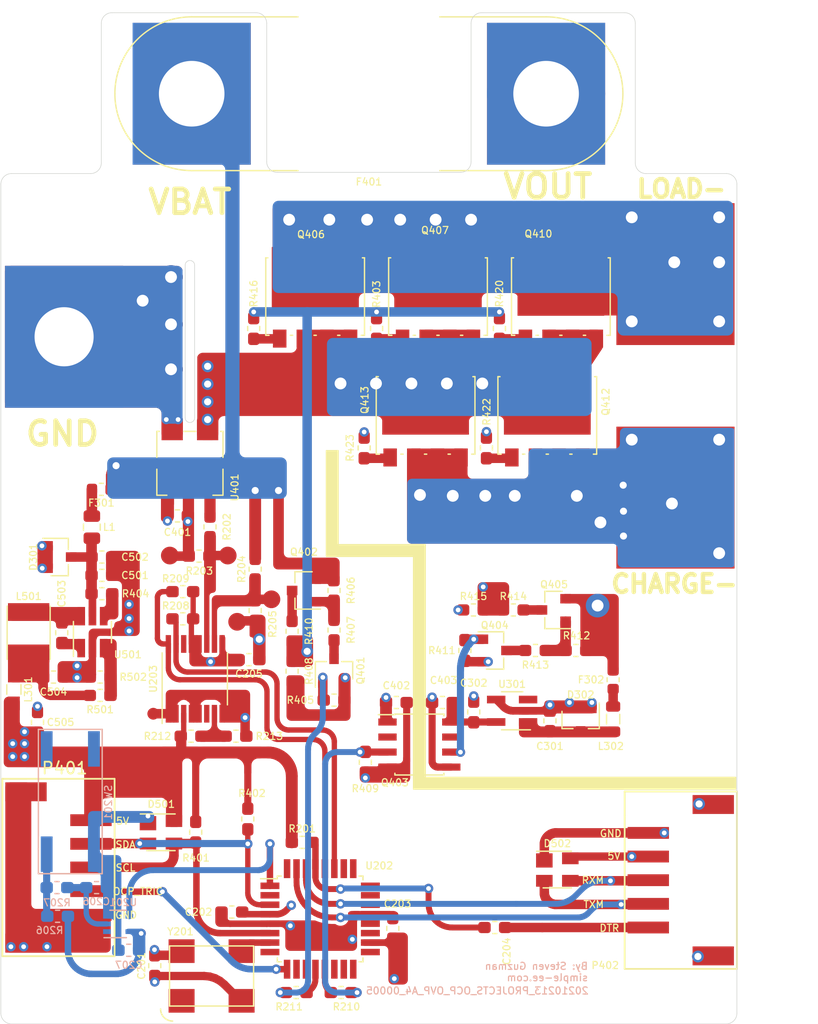
<source format=kicad_pcb>
(kicad_pcb (version 20171130) (host pcbnew "(5.1.9)-1")
  (title_block (title "ARDUINO BMS - Protection Board") (date 2019-09-10) (rev A1) (company simple-ee.com))
  (layers (0 Top_Layer signal) (1 GND_Layer power) (2 POWER_Layer power) (31 Bottom_Layer signal) (34 B.Paste user) (35 F.Paste user) (36 B.SilkS user) (37 F.SilkS user) (38 B.Mask user) (39 F.Mask user) (44 Edge.Cuts user))
  (net 0 "")
  (net 1 GND)
  (net 2 "Net-(C204-Pad1)")
  (net 3 /MCU/DTR)
  (net 4 /MCU/RX_M)
  (net 5 /MCU/TX_M)
  (net 6 "Net-(C503-Pad2)")
  (net 7 "Net-(C503-Pad1)")
  (net 8 "Net-(R501-Pad2)")
  (net 9 /VIN)
  (net 10 /MCU/I_OUT)
  (net 11 "Net-(C501-Pad1)")
  (net 12 +5V)
  (net 13 /MCU/I_SENSE_P)
  (net 14 /MCU/V_SENSE_P)
  (net 15 "Net-(U202-Pad7)")
  (net 16 /MCU/SDA1)
  (net 17 /MCU/SCL1)
  (net 18 +5VD)
  (net 19 GNDPWR)
  (net 20 "Net-(F301-Pad1)")
  (net 21 "Net-(P407-Pad1)")
  (net 22 "Net-(Q401-Pad3)")
  (net 23 /MCU/GATE_LOAD)
  (net 24 "Net-(Q402-Pad1)")
  (net 25 "Net-(Q402-Pad3)")
  (net 26 "Net-(Q403-Pad6)")
  (net 27 "Net-(Q404-Pad3)")
  (net 28 "Net-(Q405-Pad3)")
  (net 29 "Net-(Q405-Pad1)")
  (net 30 "Net-(Q406-Pad1)")
  (net 31 /PowerFets/GL)
  (net 32 /PowerFets/GC)
  (net 33 /MCU/CHRG_ON)
  (net 34 "Net-(C206-Pad2)")
  (net 35 "Net-(C504-Pad1)")
  (net 36 "Net-(R206-Pad2)")
  (net 37 "Net-(R404-Pad2)")
  (net 38 "Net-(C301-Pad1)")
  (net 39 "Net-(F302-Pad1)")
  (net 40 /VOUT)
  (net 41 /MCU/RESTORE)
  (net 42 /MCU/SCL)
  (net 43 /MCU/SDA)
  (net 44 "Net-(R210-Pad1)")
  (net 45 "Net-(R211-Pad1)")
  (net 46 /MCU/V_RAIL)
  (net 47 "Net-(Q406-Pad2)")
  (net 48 "Net-(Q407-Pad1)")
  (net 49 "Net-(Q410-Pad1)")
  (net 50 "Net-(Q412-Pad1)")
  (net 51 "Net-(Q413-Pad1)")
  (net 52 /MCU/OCP_TRIG)
  (net 53 "Net-(Q403-Pad7)")
  (net 54 "Net-(Q403-Pad2)")
  (net 55 /MCU/INT0)
  (net 56 "Net-(U201-Pad1)")
  (net 57 "Net-(U202-Pad2)")
  (net 58 "Net-(U202-Pad8)")
  (net 59 "Net-(U202-Pad10)")
  (net 60 "Net-(U202-Pad11)")
  (net 61 "Net-(U202-Pad14)")
  (net 62 "Net-(U202-Pad15)")
  (net 63 "Net-(U202-Pad16)")
  (net 64 "Net-(U202-Pad17)")
  (net 65 "Net-(U202-Pad19)")
  (net 66 "Net-(U202-Pad20)")
  (net 67 "Net-(U202-Pad22)")
  (net 68 "Net-(U202-Pad23)")
  (net 69 "Net-(U202-Pad24)")
  (net 70 "Net-(U202-Pad25)")
  (net 71 "Net-(U202-Pad26)")
  (net 72 "Net-(U203-Pad14)")
  (net 73 "Net-(U203-Pad6)")
  (net 74 "Net-(U301-Pad3)")
  (net 75 "Net-(Y201-Pad1)")
  (module Connectors_sg:S5B-PH-SM4-TB (layer Top_Layer) (at 172.2 133 270)
    (fp_text reference P402 (at 3.2 3.65 180) (layer F.SilkS) (effects (font (size 0.6 0.6) (thickness 0.1))))
    (fp_text value "S5B-PH-SM4-TB(LF)(SN)")
    (pad 5 smd rect (at -8 0 270) (size 1 3.5) (layers Top_Layer F.Paste F.Mask) (net 1 GND))
    (pad "" smd rect (at -10.4 -5.5 270) (size 1.6 3.5) (layers Top_Layer F.Paste F.Mask))
    (pad "" smd rect (at 2.4 -5.5 270) (size 1.6 3.5) (layers Top_Layer F.Paste F.Mask))
    (pad 4 smd rect (at -6 0 270) (size 1 3.5) (layers Top_Layer F.Paste F.Mask) (net 12 +5V))
    (pad 3 smd rect (at -4 0 270) (size 1 3.5) (layers Top_Layer F.Paste F.Mask) (net 4 /MCU/RX_M))
    (pad 2 smd rect (at -2 0 270) (size 1 3.5) (layers Top_Layer F.Paste F.Mask) (net 5 /MCU/TX_M))
    (pad 1 smd rect (at 0 0 270) (size 1 3.5) (layers Top_Layer F.Paste F.Mask) (net 3 /MCU/DTR))
  )
  (module Connectors_sg:S5B-PH-SM4-TB (layer Top_Layer) (at 125.025 123.925 90)
    (fp_text reference P401 (at 4.4 -2.225 180) (layer F.SilkS))
    (fp_text value "S5B-PH-SM4-TB(LF)(SN)")
    (pad 5 smd rect (at -8 0 90) (size 1 3.5) (layers Top_Layer F.Paste F.Mask) (net 1 GND))
    (pad "" smd rect (at -10.4 -5.5 90) (size 1.6 3.5) (layers Top_Layer F.Paste F.Mask))
    (pad "" smd rect (at 2.4 -5.5 90) (size 1.6 3.5) (layers Top_Layer F.Paste F.Mask))
    (pad 4 smd rect (at -6 0 90) (size 1 3.5) (layers Top_Layer F.Paste F.Mask) (net 52 /MCU/OCP_TRIG))
    (pad 3 smd rect (at -4 0 90) (size 1 3.5) (layers Top_Layer F.Paste F.Mask) (net 17 /MCU/SCL1))
    (pad 2 smd rect (at -2 0 90) (size 1 3.5) (layers Top_Layer F.Paste F.Mask) (net 16 /MCU/SDA1))
    (pad 1 smd rect (at 0 0 90) (size 1 3.5) (layers Top_Layer F.Paste F.Mask) (net 12 +5V))
  )
  (module TestPoint:TP_CIRCLE_1MM (layer Top_Layer) (at 135.3 116.75)
    (fp_text reference TP206 hide)
    (fp_text value TP_CIRCLE_1MM-TestPoint hide)
    (pad 1 smd circle (at 0 0) (size 1 1) (layers Top_Layer F.Paste F.Mask) (net 46 /MCU/V_RAIL))
  )
  (module TestPoint:TP_CIRCLE_1MM (layer Top_Layer) (at 130.3 114.925)
    (fp_text reference TP207 hide)
    (fp_text value TP_CIRCLE_1MM-TestPoint hide)
    (pad 1 smd circle (at 0 0) (size 1 1) (layers Top_Layer F.Paste F.Mask) (net 1 GND))
  )
  (module SOT:SOT-1235 (layer Top_Layer) (at 144 79.65)
    (fp_text reference Q406 (at -0.35 -5.25) (layer F.SilkS) (effects (font (size 0.6 0.6) (thickness 0.1))))
    (fp_text value PSMNR70-40SSHJ hide)
    (pad 5 smd rect (at 0 -1.2827) (size 7.3406 5.8166) (layers Top_Layer F.Paste F.Mask) (net 21 "Net-(P407-Pad1)"))
    (pad 4 smd rect (at 3.000002 3.556) (size 1.143 1.524) (layers Top_Layer F.Paste F.Mask) (net 47 "Net-(Q406-Pad2)"))
    (pad 3 smd rect (at 1.000001 3.556) (size 1.143 1.524) (layers Top_Layer F.Paste F.Mask) (net 47 "Net-(Q406-Pad2)"))
    (pad 2 smd rect (at -0.999998 3.556) (size 1.143 1.524) (layers Top_Layer F.Paste F.Mask) (net 47 "Net-(Q406-Pad2)"))
    (pad 1 smd rect (at -2.999999 3.556) (size 1.143 1.524) (layers Top_Layer F.Paste F.Mask) (net 30 "Net-(Q406-Pad1)"))
  )
  (module SOT:SOT-1235 (layer Top_Layer) (at 154.4 79.65)
    (fp_text reference Q407 (at -0.25 -5.6) (layer F.SilkS) (effects (font (size 0.6 0.6) (thickness 0.1))))
    (fp_text value PSMNR70-40SSHJ hide)
    (pad 5 smd rect (at 0 -1.2827) (size 7.3406 5.8166) (layers Top_Layer F.Paste F.Mask) (net 21 "Net-(P407-Pad1)"))
    (pad 4 smd rect (at 3.000002 3.556) (size 1.143 1.524) (layers Top_Layer F.Paste F.Mask) (net 47 "Net-(Q406-Pad2)"))
    (pad 3 smd rect (at 1.000001 3.556) (size 1.143 1.524) (layers Top_Layer F.Paste F.Mask) (net 47 "Net-(Q406-Pad2)"))
    (pad 2 smd rect (at -0.999998 3.556) (size 1.143 1.524) (layers Top_Layer F.Paste F.Mask) (net 47 "Net-(Q406-Pad2)"))
    (pad 1 smd rect (at -2.999999 3.556) (size 1.143 1.524) (layers Top_Layer F.Paste F.Mask) (net 48 "Net-(Q407-Pad1)"))
  )
  (module SOT:SOT-1235 (layer Top_Layer) (at 164.8 79.65)
    (fp_text reference Q410 (at -1.9 -5.3) (layer F.SilkS) (effects (font (size 0.6 0.6) (thickness 0.1))))
    (fp_text value PSMNR70-40SSHJ hide)
    (pad 5 smd rect (at 0 -1.2827) (size 7.3406 5.8166) (layers Top_Layer F.Paste F.Mask) (net 21 "Net-(P407-Pad1)"))
    (pad 4 smd rect (at 3.000002 3.556) (size 1.143 1.524) (layers Top_Layer F.Paste F.Mask) (net 47 "Net-(Q406-Pad2)"))
    (pad 3 smd rect (at 1.000001 3.556) (size 1.143 1.524) (layers Top_Layer F.Paste F.Mask) (net 47 "Net-(Q406-Pad2)"))
    (pad 2 smd rect (at -0.999998 3.556) (size 1.143 1.524) (layers Top_Layer F.Paste F.Mask) (net 47 "Net-(Q406-Pad2)"))
    (pad 1 smd rect (at -2.999999 3.556) (size 1.143 1.524) (layers Top_Layer F.Paste F.Mask) (net 49 "Net-(Q410-Pad1)"))
  )
  (module Connectors_sg:SMD_1POS_12MM (layer Top_Layer) (at 174.5 96.65)
    (fp_text reference P408 hide)
    (fp_text value SMD_1POS_12MM)
    (pad 1 smd rect (at 0 0) (size 10 12) (layers Top_Layer F.Paste F.Mask) (net 19 GNDPWR))
  )
  (module Connectors_sg:SMD_1POS_12MM (layer Top_Layer) (at 174.5 77.75)
    (fp_text reference P407 hide)
    (fp_text value SMD_1POS_12MM)
    (pad 1 smd rect (at 0 0) (size 10 12) (layers Top_Layer F.Paste F.Mask) (net 21 "Net-(P407-Pad1)"))
  )
  (module Fuse_SG2:142.5631.5702 (layer Top_Layer) (at 148.55 62.5 180)
    (fp_text reference F401 (at 0 -7.45) (layer F.SilkS) (effects (font (size 0.6 0.6) (thickness 0.1))))
    (fp_text value 142.5631.6122)
    (pad 2 thru_hole circle (at 15 0 180) (size 10 10) (drill 5.55) (layers *.Cu *.Mask) (net 9 /VIN))
    (pad 1 thru_hole circle (at -15 0 180) (size 10 10) (drill 5.55) (layers *.Cu *.Mask) (net 40 /VOUT))
  )
  (module Connectors_sg:TH_1POS_10MMx12MM_M6 (layer Top_Layer) (at 133.55 62.5 90)
    (fp_text reference P403 hide)
    (fp_text value TH_1POS_10MMx12MM_M6_copy)
    (pad 1 thru_hole rect (at 0 0 90) (size 12 10) (drill 5) (layers *.Cu F.Mask) (net 9 /VIN))
  )
  (module Connectors_sg:TH_1POS_10MMx12MM_M6 (layer Top_Layer) (at 122.75 83.05 90)
    (fp_text reference P404 hide)
    (fp_text value TH_1POS_10MMx12MM_M6_copy)
    (pad 1 thru_hole rect (at 0 0 90) (size 12 10) (drill 5) (layers *.Cu F.Mask) (net 1 GND))
  )
  (module Inductors:LQH43PN100M26L (layer Top_Layer) (at 119.75 108.075 270)
    (fp_text reference L501 (at -3.075 0) (layer F.SilkS) (effects (font (size 0.6 0.6) (thickness 0.1))))
    (fp_text value LQH43PN100M26L)
    (pad 1 smd rect (at -1.75 0 270) (size 1.5 3.5) (layers Top_Layer F.Paste F.Mask) (net 7 "Net-(C503-Pad1)"))
    (pad 2 smd rect (at 1.75 0 270) (size 1.5 3.5) (layers Top_Layer F.Paste F.Mask) (net 35 "Net-(C504-Pad1)"))
  )
  (module Passives:C_0603_Handsolder (layer Top_Layer) (at 120.5 115.65 90)
    (fp_text reference C505 (at 0 1.95 180) (layer F.SilkS) (effects (font (size 0.6 0.6) (thickness 0.1))))
    (fp_text value C1608X5R1A685M080AC)
    (pad 1 smd roundrect (at -0.875 0 90) (size 1.05 0.95) (layers Top_Layer F.Paste F.Mask) (net 12 +5V))
    (pad 2 smd roundrect (at 0.875 0 90) (size 1.05 0.95) (layers Top_Layer F.Paste F.Mask) (net 1 GND))
  )
  (module Standoff:M3X3.00MM (layer Top_Layer) (at 120.4 136.1)
    (fp_text reference P305 hide)
    (fp_text value Standoff_M3)
    (pad "" np_thru_hole circle (at 0 2.05) (size 3 3) (drill 3) (layers *.Cu *.Mask))
  )
  (module Standoff:M3X3.00MM (layer Top_Layer) (at 176.7 138.85)
    (fp_text reference P306 hide)
    (fp_text value Standoff_M3)
    (pad "" np_thru_hole circle (at 0 0) (size 3 3) (drill 3) (layers *.Cu *.Mask))
  )
  (module Standoff:M3X3.00MM (layer Top_Layer) (at 120.6 72.95)
    (fp_text reference P307 hide)
    (fp_text value Standoff_M3)
    (pad "" np_thru_hole circle (at 0 0) (size 3 3) (drill 3) (layers *.Cu *.Mask))
  )
  (module Standoff:M3X3.00MM (layer Top_Layer) (at 174.6 86.75)
    (fp_text reference P308 hide)
    (fp_text value Standoff_M3)
    (pad "" np_thru_hole circle (at 0 0) (size 3 3) (drill 3) (layers *.Cu *.Mask))
  )
  (module QFP:TQFP-32 (layer Top_Layer) (at 144.425 132.275)
    (fp_text reference U202 (at 5 -4.5) (layer F.SilkS) (effects (font (size 0.6 0.6) (thickness 0.1))))
    (fp_text value ATMEGA328PB-AU)
    (pad 1 smd rect (at -4.25 -2.8) (size 1.6 0.55) (layers Top_Layer F.Paste F.Mask) (net 41 /MCU/RESTORE))
    (pad 2 smd rect (at -4.25 -2) (size 1.6 0.55) (layers Top_Layer F.Paste F.Mask) (net 57 "Net-(U202-Pad2)"))
    (pad 3 smd rect (at -4.25 -1.2) (size 1.6 0.55) (layers Top_Layer F.Paste F.Mask) (net 16 /MCU/SDA1))
    (pad 4 smd rect (at -4.25 -0.4) (size 1.6 0.55) (layers Top_Layer F.Paste F.Mask) (net 12 +5V))
    (pad 5 smd rect (at -4.25 0.4) (size 1.6 0.55) (layers Top_Layer F.Paste F.Mask) (net 1 GND))
    (pad 6 smd rect (at -4.25 1.2) (size 1.6 0.55) (layers Top_Layer F.Paste F.Mask) (net 17 /MCU/SCL1))
    (pad 7 smd rect (at -4.25 2) (size 1.6 0.55) (layers Top_Layer F.Paste F.Mask) (net 15 "Net-(U202-Pad7)"))
    (pad 8 smd rect (at -4.25 2.8) (size 1.6 0.55) (layers Top_Layer F.Paste F.Mask) (net 58 "Net-(U202-Pad8)"))
    (pad 9 smd rect (at -2.8 4.25 90) (size 1.6 0.55) (layers Top_Layer F.Paste F.Mask) (net 52 /MCU/OCP_TRIG))
    (pad 10 smd rect (at -2 4.25 90) (size 1.6 0.55) (layers Top_Layer F.Paste F.Mask) (net 59 "Net-(U202-Pad10)"))
    (pad 11 smd rect (at -1.2 4.25 90) (size 1.6 0.55) (layers Top_Layer F.Paste F.Mask) (net 60 "Net-(U202-Pad11)"))
    (pad 12 smd rect (at -0.4 4.25 90) (size 1.6 0.55) (layers Top_Layer F.Paste F.Mask) (net 45 "Net-(R211-Pad1)"))
    (pad 13 smd rect (at 0.4 4.25 90) (size 1.6 0.55) (layers Top_Layer F.Paste F.Mask) (net 44 "Net-(R210-Pad1)"))
    (pad 14 smd rect (at 1.2 4.25 90) (size 1.6 0.55) (layers Top_Layer F.Paste F.Mask) (net 61 "Net-(U202-Pad14)"))
    (pad 15 smd rect (at 2 4.25 90) (size 1.6 0.55) (layers Top_Layer F.Paste F.Mask) (net 62 "Net-(U202-Pad15)"))
    (pad 16 smd rect (at 2.8 4.25 90) (size 1.6 0.55) (layers Top_Layer F.Paste F.Mask) (net 63 "Net-(U202-Pad16)"))
    (pad 17 smd rect (at 4.25 2.8) (size 1.6 0.55) (layers Top_Layer F.Paste F.Mask) (net 64 "Net-(U202-Pad17)"))
    (pad 18 smd rect (at 4.25 2) (size 1.6 0.55) (layers Top_Layer F.Paste F.Mask) (net 12 +5V))
    (pad 19 smd rect (at 4.25 1.2) (size 1.6 0.55) (layers Top_Layer F.Paste F.Mask) (net 65 "Net-(U202-Pad19)"))
    (pad 20 smd rect (at 4.25 0.4) (size 1.6 0.55) (layers Top_Layer F.Paste F.Mask) (net 66 "Net-(U202-Pad20)"))
    (pad 21 smd rect (at 4.25 -0.4) (size 1.6 0.55) (layers Top_Layer F.Paste F.Mask) (net 1 GND))
    (pad 22 smd rect (at 4.25 -1.2) (size 1.6 0.55) (layers Top_Layer F.Paste F.Mask) (net 67 "Net-(U202-Pad22)"))
    (pad 23 smd rect (at 4.25 -2) (size 1.6 0.55) (layers Top_Layer F.Paste F.Mask) (net 68 "Net-(U202-Pad23)"))
    (pad 24 smd rect (at 4.25 -2.8) (size 1.6 0.55) (layers Top_Layer F.Paste F.Mask) (net 69 "Net-(U202-Pad24)"))
    (pad 25 smd rect (at 2.8 -4.25 90) (size 1.6 0.55) (layers Top_Layer F.Paste F.Mask) (net 70 "Net-(U202-Pad25)"))
    (pad 26 smd rect (at 2 -4.25 90) (size 1.6 0.55) (layers Top_Layer F.Paste F.Mask) (net 71 "Net-(U202-Pad26)"))
    (pad 27 smd rect (at 1.2 -4.25 90) (size 1.6 0.55) (layers Top_Layer F.Paste F.Mask) (net 43 /MCU/SDA))
    (pad 28 smd rect (at 0.4 -4.25 90) (size 1.6 0.55) (layers Top_Layer F.Paste F.Mask) (net 42 /MCU/SCL))
    (pad 29 smd rect (at -0.4 -4.25 90) (size 1.6 0.55) (layers Top_Layer F.Paste F.Mask) (net 2 "Net-(C204-Pad1)"))
    (pad 30 smd rect (at -1.2 -4.25 90) (size 1.6 0.55) (layers Top_Layer F.Paste F.Mask) (net 4 /MCU/RX_M))
    (pad 31 smd rect (at -2 -4.25 90) (size 1.6 0.55) (layers Top_Layer F.Paste F.Mask) (net 5 /MCU/TX_M))
    (pad 32 smd rect (at -2.8 -4.25 90) (size 1.6 0.55) (layers Top_Layer F.Paste F.Mask) (net 55 /MCU/INT0))
  )
  (module Passives:C_0603_Handsolder (layer Top_Layer) (at 138.4 110.35 180)
    (fp_text reference C205 (at 0 -1.2) (layer F.SilkS) (effects (font (size 0.6 0.6) (thickness 0.1))))
    (fp_text value C0603C104K5RACAUTO)
    (pad 1 smd roundrect (at -0.875 0 180) (size 1.05 0.95) (layers Top_Layer F.Paste F.Mask) (net 1 GND))
    (pad 2 smd roundrect (at 0.875 0 180) (size 1.05 0.95) (layers Top_Layer F.Paste F.Mask) (net 12 +5V))
  )
  (module Passives:C_0603_Handsolder (layer Top_Layer) (at 130.425 136.225 90)
    (fp_text reference C201 (at -0.025 -1.125 270) (layer F.SilkS) (effects (font (size 0.6 0.6) (thickness 0.1))))
    (fp_text value C0603C104K5RACAUTO)
    (pad 1 smd roundrect (at -0.875 0 90) (size 1.05 0.95) (layers Top_Layer F.Paste F.Mask) (net 1 GND))
    (pad 2 smd roundrect (at 0.875 0 90) (size 1.05 0.95) (layers Top_Layer F.Paste F.Mask) (net 12 +5V))
  )
  (module Passives:C_0603_Handsolder (layer Top_Layer) (at 136.95 131.69)
    (fp_text reference C202 (at -2.82 0 180) (layer F.SilkS) (effects (font (size 0.6 0.6) (thickness 0.1))))
    (fp_text value C0603C104K5RACAUTO)
    (pad 1 smd roundrect (at -0.875 0) (size 1.05 0.95) (layers Top_Layer F.Paste F.Mask) (net 1 GND))
    (pad 2 smd roundrect (at 0.875 0) (size 1.05 0.95) (layers Top_Layer F.Paste F.Mask) (net 12 +5V))
  )
  (module Passives:C_0603_Handsolder (layer Top_Layer) (at 150.575 133.075 270)
    (fp_text reference C203 (at -2.075 -0.4 180) (layer F.SilkS) (effects (font (size 0.6 0.6) (thickness 0.1))))
    (fp_text value C0603C104K5RACAUTO)
    (pad 2 smd roundrect (at 0.875 0 270) (size 1.05 0.95) (layers Top_Layer F.Paste F.Mask) (net 12 +5V))
    (pad 1 smd roundrect (at -0.875 0 270) (size 1.05 0.95) (layers Top_Layer F.Paste F.Mask) (net 1 GND))
  )
  (module Passives:C_0603_Handsolder (layer Top_Layer) (at 159.21 133)
    (fp_text reference C204 (at 1.01 2.01 90) (layer F.SilkS) (effects (font (size 0.6 0.6) (thickness 0.1))))
    (fp_text value C0603C104K5RACAUTO)
    (pad 2 smd roundrect (at 0.875 0) (size 1.05 0.95) (layers Top_Layer F.Paste F.Mask) (net 3 /MCU/DTR))
    (pad 1 smd roundrect (at -0.875 0) (size 1.05 0.95) (layers Top_Layer F.Paste F.Mask) (net 2 "Net-(C204-Pad1)"))
  )
  (module Passives:R_0603_Handsolder (layer Top_Layer) (at 142.9 125.8)
    (fp_text reference R201 (at 0 -1.15) (layer F.SilkS) (effects (font (size 0.6 0.6) (thickness 0.1))))
    (fp_text value ERA-3AEB103V)
    (pad 1 smd roundrect (at -0.875 0) (size 1.05 0.95) (layers Top_Layer F.Paste F.Mask) (net 12 +5V))
    (pad 2 smd roundrect (at 0.875 0) (size 1.05 0.95) (layers Top_Layer F.Paste F.Mask) (net 2 "Net-(C204-Pad1)"))
  )
  (module Passives:R_0603_Handsolder (layer Top_Layer) (at 133.89 124.94 270)
    (fp_text reference R401 (at 2.175 -0.025 180) (layer F.SilkS) (effects (font (size 0.6 0.6) (thickness 0.1))))
    (fp_text value ERA-3AEB103V)
    (pad 1 smd roundrect (at -0.875 0 270) (size 1.05 0.95) (layers Top_Layer F.Paste F.Mask) (net 12 +5V))
    (pad 2 smd roundrect (at 0.875 0 270) (size 1.05 0.95) (layers Top_Layer F.Paste F.Mask) (net 17 /MCU/SCL1))
  )
  (module Passives:R_0603_Handsolder (layer Top_Layer) (at 138.3 123.825 270)
    (fp_text reference R402 (at -2.175 -0.35 180) (layer F.SilkS) (effects (font (size 0.6 0.6) (thickness 0.1))))
    (fp_text value ERA-3AEB103V)
    (pad 2 smd roundrect (at 0.875 0 270) (size 1.05 0.95) (layers Top_Layer F.Paste F.Mask) (net 16 /MCU/SDA1))
    (pad 1 smd roundrect (at -0.875 0 270) (size 1.05 0.95) (layers Top_Layer F.Paste F.Mask) (net 12 +5V))
  )
  (module Passives:C_0603_Handsolder (layer Top_Layer) (at 125.95 103.225)
    (fp_text reference C501 (at 2.8 0) (layer F.SilkS) (effects (font (size 0.6 0.6) (thickness 0.1))))
    (fp_text value GRM188R6YA225MA12D)
    (pad 2 smd roundrect (at 0.875 0) (size 1.05 0.95) (layers Top_Layer F.Paste F.Mask) (net 1 GND))
    (pad 1 smd roundrect (at -0.875 0) (size 1.05 0.95) (layers Top_Layer F.Paste F.Mask) (net 11 "Net-(C501-Pad1)"))
  )
  (module Passives:C_0603_Handsolder (layer Top_Layer) (at 122.55 108.075 270)
    (fp_text reference C503 (at -3.3 0 270) (layer F.SilkS) (effects (font (size 0.6 0.6) (thickness 0.1))))
    (fp_text value C0603C104K5RACAUTO)
    (pad 2 smd roundrect (at 0.875 0 270) (size 1.05 0.95) (layers Top_Layer F.Paste F.Mask) (net 6 "Net-(C503-Pad2)"))
    (pad 1 smd roundrect (at -0.875 0 270) (size 1.05 0.95) (layers Top_Layer F.Paste F.Mask) (net 7 "Net-(C503-Pad1)"))
  )
  (module Passives:R_0603_Handsolder (layer Top_Layer) (at 125.8 111.825 180)
    (fp_text reference R502 (at -2.8 0) (layer F.SilkS) (effects (font (size 0.6 0.6) (thickness 0.1))))
    (fp_text value RR0816P-2212-D-34C)
    (pad 1 smd roundrect (at -0.875 0 180) (size 1.05 0.95) (layers Top_Layer F.Paste F.Mask) (net 8 "Net-(R501-Pad2)"))
    (pad 2 smd roundrect (at 0.875 0 180) (size 1.05 0.95) (layers Top_Layer F.Paste F.Mask) (net 1 GND))
  )
  (module SOT:SOT-23-6 (layer Top_Layer) (at 125.15 108.025 90)
    (fp_text reference U501 (at -1.9 3 180) (layer F.SilkS) (effects (font (size 0.6 0.6) (thickness 0.1))))
    (fp_text value TPS560430YFDBVR)
    (pad 1 smd rect (at -1.35 -0.95 90) (size 1.56 0.65) (layers Top_Layer F.Paste F.Mask) (net 6 "Net-(C503-Pad2)"))
    (pad 2 smd rect (at -1.35 0 90) (size 1.56 0.65) (layers Top_Layer F.Paste F.Mask) (net 1 GND))
    (pad 3 smd rect (at -1.35 0.95 90) (size 1.56 0.65) (layers Top_Layer F.Paste F.Mask) (net 8 "Net-(R501-Pad2)"))
    (pad 4 smd rect (at 1.35 0.95 90) (size 1.56 0.65) (layers Top_Layer F.Paste F.Mask) (net 37 "Net-(R404-Pad2)"))
    (pad 6 smd rect (at 1.35 -0.95 90) (size 1.56 0.65) (layers Top_Layer F.Paste F.Mask) (net 7 "Net-(C503-Pad1)"))
    (pad 5 smd rect (at 1.35 0 90) (size 1.56 0.65) (layers Top_Layer F.Paste F.Mask) (net 11 "Net-(C501-Pad1)"))
  )
  (module Passives:R_0603_Handsolder (layer Top_Layer) (at 125.95 104.775)
    (fp_text reference R404 (at 2.85 0 180) (layer F.SilkS) (effects (font (size 0.6 0.6) (thickness 0.1))))
    (fp_text value CPF0603F100KC1)
    (pad 2 smd roundrect (at 0.875 0) (size 1.05 0.95) (layers Top_Layer F.Paste F.Mask) (net 37 "Net-(R404-Pad2)"))
    (pad 1 smd roundrect (at -0.875 0) (size 1.05 0.95) (layers Top_Layer F.Paste F.Mask) (net 11 "Net-(C501-Pad1)"))
  )
  (module SOT:SOT-23-3 (layer Top_Layer) (at 122.35 101.675)
    (fp_text reference D301 (at -2.2 0 270) (layer F.SilkS) (effects (font (size 0.6 0.6) (thickness 0.1))))
    (fp_text value DESD34VS2SO)
    (pad 1 smd rect (at -1 -0.95) (size 0.9 0.8) (layers Top_Layer F.Paste F.Mask) (net 1 GND))
    (pad 2 smd rect (at -1 0.95) (size 0.9 0.8) (layers Top_Layer F.Paste F.Mask) (net 1 GND))
    (pad 3 smd rect (at 1 0) (size 0.9 0.8) (layers Top_Layer F.Paste F.Mask) (net 11 "Net-(C501-Pad1)"))
  )
  (module Passives:R_0603_Handsolder (layer Top_Layer) (at 125.8 113.375)
    (fp_text reference R501 (at 0 1.2) (layer F.SilkS) (effects (font (size 0.6 0.6) (thickness 0.1))))
    (fp_text value ERJ-3EKF8872V)
    (pad 2 smd roundrect (at 0.875 0) (size 1.05 0.95) (layers Top_Layer F.Paste F.Mask) (net 8 "Net-(R501-Pad2)"))
    (pad 1 smd roundrect (at -0.875 0) (size 1.05 0.95) (layers Top_Layer F.Paste F.Mask) (net 35 "Net-(C504-Pad1)"))
  )
  (module SSOP:TSSOP-16 (layer Top_Layer) (at 133.85 111.975 90)
    (fp_text reference U203 (at 0 -3.55 90) (layer F.SilkS) (effects (font (size 0.6 0.6) (thickness 0.1))))
    (fp_text value ADS1119IPWR)
    (pad 16 smd rect (at 2.95 -2.275 90) (size 1.5 0.45) (layers Top_Layer F.Paste F.Mask) (net 42 /MCU/SCL))
    (pad 15 smd rect (at 2.95 -1.625 90) (size 1.5 0.45) (layers Top_Layer F.Paste F.Mask) (net 43 /MCU/SDA))
    (pad 14 smd rect (at 2.95 -0.975 90) (size 1.5 0.45) (layers Top_Layer F.Paste F.Mask) (net 72 "Net-(U203-Pad14)"))
    (pad 13 smd rect (at 2.95 -0.325 90) (size 1.5 0.45) (layers Top_Layer F.Paste F.Mask) (net 12 +5V))
    (pad 12 smd rect (at 2.95 0.325 90) (size 1.5 0.45) (layers Top_Layer F.Paste F.Mask) (net 12 +5V))
    (pad 11 smd rect (at 2.95 0.975 90) (size 1.5 0.45) (layers Top_Layer F.Paste F.Mask) (net 13 /MCU/I_SENSE_P))
    (pad 10 smd rect (at 2.95 1.625 90) (size 1.5 0.45) (layers Top_Layer F.Paste F.Mask) (net 14 /MCU/V_SENSE_P))
    (pad 9 smd rect (at 2.95 2.275 90) (size 1.5 0.45) (layers Top_Layer F.Paste F.Mask) (net 12 +5V))
    (pad 8 smd rect (at -2.95 2.275 90) (size 1.5 0.45) (layers Top_Layer F.Paste F.Mask) (net 1 GND))
    (pad 7 smd rect (at -2.95 1.625 90) (size 1.5 0.45) (layers Top_Layer F.Paste F.Mask) (net 46 /MCU/V_RAIL))
    (pad 6 smd rect (at -2.95 0.975 90) (size 1.5 0.45) (layers Top_Layer F.Paste F.Mask) (net 73 "Net-(U203-Pad6)"))
    (pad 5 smd rect (at -2.95 0.325 90) (size 1.5 0.45) (layers Top_Layer F.Paste F.Mask) (net 1 GND))
    (pad 4 smd rect (at -2.95 -0.325 90) (size 1.5 0.45) (layers Top_Layer F.Paste F.Mask) (net 1 GND))
    (pad 3 smd rect (at -2.95 -0.975 90) (size 1.5 0.45) (layers Top_Layer F.Paste F.Mask) (net 12 +5V))
    (pad 2 smd rect (at -2.95 -1.625 90) (size 1.5 0.45) (layers Top_Layer F.Paste F.Mask) (net 1 GND))
    (pad 1 smd rect (at -2.95 -2.275 90) (size 1.5 0.45) (layers Top_Layer F.Paste F.Mask) (net 1 GND))
  )
  (module Crystals_sg:CB3 (layer Top_Layer) (at 135.235 137.1)
    (fp_text reference Y201 (at -2.635 -3.75) (layer F.SilkS) (effects (font (size 0.6 0.6) (thickness 0.1))))
    (fp_text value CB3-3I-16M0000)
    (pad 1 smd rect (at -2.54 2.1 270) (size 2 2.2) (layers Top_Layer F.Paste F.Mask) (net 75 "Net-(Y201-Pad1)"))
    (pad 2 smd rect (at 2.54 2.1 270) (size 2 2.2) (layers Top_Layer F.Paste F.Mask) (net 1 GND))
    (pad 3 smd rect (at 2.54 -2.1 270) (size 2 2.2) (layers Top_Layer F.Paste F.Mask) (net 15 "Net-(U202-Pad7)"))
    (pad 4 smd rect (at -2.54 -2.1 270) (size 2 2.2) (layers Top_Layer F.Paste F.Mask) (net 12 +5V))
  )
  (module Passives:C_0603_Handsolder (layer Top_Layer) (at 150.875 113.975)
    (fp_text reference C402 (at 0 -1.43) (layer F.SilkS) (effects (font (size 0.6 0.6) (thickness 0.1))))
    (fp_text value C0603C104K5RACAUTO)
    (pad 2 smd roundrect (at 0.875 0) (size 1.05 0.95) (layers Top_Layer F.Paste F.Mask) (net 1 GND))
    (pad 1 smd roundrect (at -0.875 0) (size 1.05 0.95) (layers Top_Layer F.Paste F.Mask) (net 12 +5V))
  )
  (module Passives:C_0603_Handsolder (layer Top_Layer) (at 154.775 113.975 180)
    (fp_text reference C403 (at -0.1 1.875) (layer F.SilkS) (effects (font (size 0.6 0.6) (thickness 0.1))))
    (fp_text value C0603C104K5RACAUTO)
    (pad 1 smd roundrect (at -0.875 0 180) (size 1.05 0.95) (layers Top_Layer F.Paste F.Mask) (net 18 +5VD))
    (pad 2 smd roundrect (at 0.875 0 180) (size 1.05 0.95) (layers Top_Layer F.Paste F.Mask) (net 19 GNDPWR))
  )
  (module Fuse:Fuse_0603_1608Metric (layer Top_Layer) (at 125.9 95.95)
    (fp_text reference F301 (at 0 1.15) (layer F.SilkS) (effects (font (size 0.6 0.6) (thickness 0.1))))
    (fp_text value 0686F1000-01)
    (pad 1 smd roundrect (at -0.7875 0) (size 0.875 0.95) (layers Top_Layer F.Paste F.Mask) (net 20 "Net-(F301-Pad1)"))
    (pad 2 smd roundrect (at 0.7875 0) (size 0.875 0.95) (layers Top_Layer F.Paste F.Mask) (net 9 /VIN))
  )
  (module SOT:SOT-23-3 (layer Top_Layer) (at 145.6 111.275 90)
    (fp_text reference Q401 (at 0 2.25 90) (layer F.SilkS) (effects (font (size 0.6 0.6) (thickness 0.1))))
    (fp_text value 2N7002-7-F)
    (pad 3 smd rect (at 1 0 90) (size 0.9 0.8) (layers Top_Layer F.Paste F.Mask) (net 22 "Net-(Q401-Pad3)"))
    (pad 2 smd rect (at -1 0.95 90) (size 0.9 0.8) (layers Top_Layer F.Paste F.Mask) (net 1 GND))
    (pad 1 smd rect (at -1 -0.95 90) (size 0.9 0.8) (layers Top_Layer F.Paste F.Mask) (net 23 /MCU/GATE_LOAD))
  )
  (module SOT:SOT-23-3 (layer Top_Layer) (at 143.05 104.5 180)
    (fp_text reference Q402 (at 0 3.25) (layer F.SilkS) (effects (font (size 0.6 0.6) (thickness 0.1))))
    (fp_text value BSS84LT1G)
    (pad 1 smd rect (at -1 -0.95 180) (size 0.9 0.8) (layers Top_Layer F.Paste F.Mask) (net 24 "Net-(Q402-Pad1)"))
    (pad 2 smd rect (at -1 0.95 180) (size 0.9 0.8) (layers Top_Layer F.Paste F.Mask) (net 9 /VIN))
    (pad 3 smd rect (at 1 0 180) (size 0.9 0.8) (layers Top_Layer F.Paste F.Mask) (net 25 "Net-(Q402-Pad3)"))
  )
  (module SOIC:SOIC-8 (layer Top_Layer) (at 152.825 117.53)
    (fp_text reference Q403 (at -2.075 3.22) (layer F.SilkS) (effects (font (size 0.6 0.6) (thickness 0.1))))
    (fp_text value ISO7021FDR)
    (pad 8 smd rect (at 2.7 -1.905) (size 1.55 0.6) (layers Top_Layer F.Paste F.Mask) (net 18 +5VD))
    (pad 7 smd rect (at 2.7 -0.635) (size 1.55 0.6) (layers Top_Layer F.Paste F.Mask) (net 53 "Net-(Q403-Pad7)"))
    (pad 6 smd rect (at 2.7 0.635) (size 1.55 0.6) (layers Top_Layer F.Paste F.Mask) (net 26 "Net-(Q403-Pad6)"))
    (pad 5 smd rect (at 2.7 1.905) (size 1.55 0.6) (layers Top_Layer F.Paste F.Mask) (net 19 GNDPWR))
    (pad 4 smd rect (at -2.7 1.905) (size 1.55 0.6) (layers Top_Layer F.Paste F.Mask) (net 1 GND))
    (pad 3 smd rect (at -2.7 0.635) (size 1.55 0.6) (layers Top_Layer F.Paste F.Mask) (net 33 /MCU/CHRG_ON))
    (pad 2 smd rect (at -2.7 -0.635) (size 1.55 0.6) (layers Top_Layer F.Paste F.Mask) (net 54 "Net-(Q403-Pad2)"))
    (pad 1 smd rect (at -2.7 -1.905) (size 1.55 0.6) (layers Top_Layer F.Paste F.Mask) (net 12 +5V))
  )
  (module SOT:SOT-23-3 (layer Top_Layer) (at 159.2 109.575)
    (fp_text reference Q404 (at 0 -2.125) (layer F.SilkS) (effects (font (size 0.6 0.6) (thickness 0.1))))
    (fp_text value 2N7002-7-F)
    (pad 1 smd rect (at -1 -0.95) (size 0.9 0.8) (layers Top_Layer F.Paste F.Mask) (net 26 "Net-(Q403-Pad6)"))
    (pad 2 smd rect (at -1 0.95) (size 0.9 0.8) (layers Top_Layer F.Paste F.Mask) (net 19 GNDPWR))
    (pad 3 smd rect (at 1 0) (size 0.9 0.8) (layers Top_Layer F.Paste F.Mask) (net 27 "Net-(Q404-Pad3)"))
  )
  (module SOT:SOT-23-3 (layer Top_Layer) (at 164.2 106.15 180)
    (fp_text reference Q405 (at -0.025 2.15) (layer F.SilkS) (effects (font (size 0.6 0.6) (thickness 0.1))))
    (fp_text value BSS84LT1G)
    (pad 3 smd rect (at 1 0 180) (size 0.9 0.8) (layers Top_Layer F.Paste F.Mask) (net 28 "Net-(Q405-Pad3)"))
    (pad 2 smd rect (at -1 0.95 180) (size 0.9 0.8) (layers Top_Layer F.Paste F.Mask) (net 40 /VOUT))
    (pad 1 smd rect (at -1 -0.95 180) (size 0.9 0.8) (layers Top_Layer F.Paste F.Mask) (net 29 "Net-(Q405-Pad1)"))
  )
  (module Passives:R_0603_Handsolder (layer Top_Layer) (at 145.6 113.775)
    (fp_text reference R405 (at -2.85 0) (layer F.SilkS) (effects (font (size 0.6 0.6) (thickness 0.1))))
    (fp_text value CPF0603F100KC1)
    (pad 2 smd roundrect (at 0.875 0) (size 1.05 0.95) (layers Top_Layer F.Paste F.Mask) (net 1 GND))
    (pad 1 smd roundrect (at -0.875 0) (size 1.05 0.95) (layers Top_Layer F.Paste F.Mask) (net 23 /MCU/GATE_LOAD))
  )
  (module Passives:R_0603_Handsolder (layer Top_Layer) (at 145.6 104.5 270)
    (fp_text reference R406 (at 0 -1.43 90) (layer F.SilkS) (effects (font (size 0.6 0.6) (thickness 0.1))))
    (fp_text value CPF0603F100KC1)
    (pad 2 smd roundrect (at 0.875 0 270) (size 1.05 0.95) (layers Top_Layer F.Paste F.Mask) (net 24 "Net-(Q402-Pad1)"))
    (pad 1 smd roundrect (at -0.875 0 270) (size 1.05 0.95) (layers Top_Layer F.Paste F.Mask) (net 9 /VIN))
  )
  (module Passives:R_0603_Handsolder (layer Top_Layer) (at 145.6 107.85 270)
    (fp_text reference R407 (at 0 -1.43 90) (layer F.SilkS) (effects (font (size 0.6 0.6) (thickness 0.1))))
    (fp_text value CPF0603F100KC1)
    (pad 1 smd roundrect (at -0.875 0 270) (size 1.05 0.95) (layers Top_Layer F.Paste F.Mask) (net 24 "Net-(Q402-Pad1)"))
    (pad 2 smd roundrect (at 0.875 0 270) (size 1.05 0.95) (layers Top_Layer F.Paste F.Mask) (net 22 "Net-(Q401-Pad3)"))
  )
  (module Passives:R_0603_Handsolder (layer Top_Layer) (at 142.05 111.325 270)
    (fp_text reference R408 (at 0 -1.43 90) (layer F.SilkS) (effects (font (size 0.6 0.6) (thickness 0.1))))
    (fp_text value CPF0603F100KC1)
    (pad 1 smd roundrect (at -0.875 0 270) (size 1.05 0.95) (layers Top_Layer F.Paste F.Mask) (net 31 /PowerFets/GL))
    (pad 2 smd roundrect (at 0.875 0 270) (size 1.05 0.95) (layers Top_Layer F.Paste F.Mask) (net 1 GND))
  )
  (module Passives:R_0603_Handsolder (layer Top_Layer) (at 148.25 119.025 270)
    (fp_text reference R409 (at 2.225 0 180) (layer F.SilkS) (effects (font (size 0.6 0.6) (thickness 0.1))))
    (fp_text value CPF0603F100KC1)
    (pad 1 smd roundrect (at -0.875 0 270) (size 1.05 0.95) (layers Top_Layer F.Paste F.Mask) (net 33 /MCU/CHRG_ON))
    (pad 2 smd roundrect (at 0.875 0 270) (size 1.05 0.95) (layers Top_Layer F.Paste F.Mask) (net 1 GND))
  )
  (module Passives:R_0603_Handsolder (layer Top_Layer) (at 142.05 107.95 270)
    (fp_text reference R410 (at 0 -1.43 90) (layer F.SilkS) (effects (font (size 0.6 0.6) (thickness 0.1))))
    (fp_text value CPF0603F100KC1)
    (pad 2 smd roundrect (at 0.875 0 270) (size 1.05 0.95) (layers Top_Layer F.Paste F.Mask) (net 31 /PowerFets/GL))
    (pad 1 smd roundrect (at -0.875 0 270) (size 1.05 0.95) (layers Top_Layer F.Paste F.Mask) (net 25 "Net-(Q402-Pad3)"))
  )
  (module Passives:R_0603_Handsolder (layer Top_Layer) (at 156.675 109.575 270)
    (fp_text reference R411 (at 0 1.95 180) (layer F.SilkS) (effects (font (size 0.6 0.6) (thickness 0.1))))
    (fp_text value CPF0603F100KC1)
    (pad 2 smd roundrect (at 0.875 0 270) (size 1.05 0.95) (layers Top_Layer F.Paste F.Mask) (net 19 GNDPWR))
    (pad 1 smd roundrect (at -0.875 0 270) (size 1.05 0.95) (layers Top_Layer F.Paste F.Mask) (net 26 "Net-(Q403-Pad6)"))
  )
  (module Passives:R_0603_Handsolder (layer Top_Layer) (at 166.075 109.575 180)
    (fp_text reference R412 (at -0.05 1.25) (layer F.SilkS) (effects (font (size 0.6 0.6) (thickness 0.1))))
    (fp_text value CPF0603F100KC1)
    (pad 2 smd roundrect (at 0.875 0 180) (size 1.05 0.95) (layers Top_Layer F.Paste F.Mask) (net 29 "Net-(Q405-Pad1)"))
    (pad 1 smd roundrect (at -0.875 0 180) (size 1.05 0.95) (layers Top_Layer F.Paste F.Mask) (net 40 /VOUT))
  )
  (module Passives:R_0603_Handsolder (layer Top_Layer) (at 162.65 109.575 180)
    (fp_text reference R413 (at 0 -1.225) (layer F.SilkS) (effects (font (size 0.6 0.6) (thickness 0.1))))
    (fp_text value CPF0603F100KC1)
    (pad 1 smd roundrect (at -0.875 0 180) (size 1.05 0.95) (layers Top_Layer F.Paste F.Mask) (net 29 "Net-(Q405-Pad1)"))
    (pad 2 smd roundrect (at 0.875 0 180) (size 1.05 0.95) (layers Top_Layer F.Paste F.Mask) (net 27 "Net-(Q404-Pad3)"))
  )
  (module Passives:R_0603_Handsolder (layer Top_Layer) (at 160.775 106.15 180)
    (fp_text reference R414 (at 0 1.15) (layer F.SilkS) (effects (font (size 0.6 0.6) (thickness 0.1))))
    (fp_text value CPF0603F100KC1)
    (pad 1 smd roundrect (at -0.875 0 180) (size 1.05 0.95) (layers Top_Layer F.Paste F.Mask) (net 28 "Net-(Q405-Pad3)"))
    (pad 2 smd roundrect (at 0.875 0 180) (size 1.05 0.95) (layers Top_Layer F.Paste F.Mask) (net 32 /PowerFets/GC))
  )
  (module Passives:R_0603_Handsolder (layer Top_Layer) (at 157.4 106.15 180)
    (fp_text reference R415 (at 0 1.15) (layer F.SilkS) (effects (font (size 0.6 0.6) (thickness 0.1))))
    (fp_text value CPF0603F100KC1)
    (pad 1 smd roundrect (at -0.875 0 180) (size 1.05 0.95) (layers Top_Layer F.Paste F.Mask) (net 32 /PowerFets/GC))
    (pad 2 smd roundrect (at 0.875 0 180) (size 1.05 0.95) (layers Top_Layer F.Paste F.Mask) (net 19 GNDPWR))
  )
  (module Passives:R_0603_Handsolder (layer Top_Layer) (at 138.8 82.35 90)
    (fp_text reference R416 (at 2.95 0 90) (layer F.SilkS) (effects (font (size 0.6 0.6) (thickness 0.1))))
    (fp_text value RC0603FR-07100RL)
    (pad 1 smd roundrect (at -0.875 0 90) (size 1.05 0.95) (layers Top_Layer F.Paste F.Mask) (net 30 "Net-(Q406-Pad1)"))
    (pad 2 smd roundrect (at 0.875 0 90) (size 1.05 0.95) (layers Top_Layer F.Paste F.Mask) (net 31 /PowerFets/GL))
  )
  (module Passives:R_0603_Handsolder (layer Top_Layer) (at 159.6 82.35 90)
    (fp_text reference R420 (at 2.95 0 90) (layer F.SilkS) (effects (font (size 0.6 0.6) (thickness 0.1))))
    (fp_text value RC0603FR-07100RL)
    (pad 1 smd roundrect (at -0.875 0 90) (size 1.05 0.95) (layers Top_Layer F.Paste F.Mask) (net 49 "Net-(Q410-Pad1)"))
    (pad 2 smd roundrect (at 0.875 0 90) (size 1.05 0.95) (layers Top_Layer F.Paste F.Mask) (net 31 /PowerFets/GL))
  )
  (module Passives:R_0603_Handsolder (layer Top_Layer) (at 158.5 92.45 90)
    (fp_text reference R422 (at 3.05 0.025 90) (layer F.SilkS) (effects (font (size 0.6 0.6) (thickness 0.1))))
    (fp_text value RC0603FR-07100RL)
    (pad 1 smd roundrect (at -0.875 0 90) (size 1.05 0.95) (layers Top_Layer F.Paste F.Mask) (net 50 "Net-(Q412-Pad1)"))
    (pad 2 smd roundrect (at 0.875 0 90) (size 1.05 0.95) (layers Top_Layer F.Paste F.Mask) (net 32 /PowerFets/GC))
  )
  (module Passives:R_0603_Handsolder (layer Top_Layer) (at 148.15 92.45 270)
    (fp_text reference R423 (at 0 1.2 90) (layer F.SilkS) (effects (font (size 0.6 0.6) (thickness 0.1))))
    (fp_text value RC0603FR-07100RL)
    (pad 2 smd roundrect (at 0.875 0 270) (size 1.05 0.95) (layers Top_Layer F.Paste F.Mask) (net 51 "Net-(Q413-Pad1)"))
    (pad 1 smd roundrect (at -0.875 0 270) (size 1.05 0.95) (layers Top_Layer F.Paste F.Mask) (net 32 /PowerFets/GC))
  )
  (module Inductor_SMD:L_0805_2012Metric (layer Top_Layer) (at 125.1 99.15 270)
    (fp_text reference L1 (at 0 -1.475 180) (layer F.SilkS) (effects (font (size 0.6 0.6) (thickness 0.1))))
    (fp_text value MLZ2012N100LT000)
    (pad 1 smd roundrect (at -0.9375 0 270) (size 0.975 1.4) (layers Top_Layer F.Paste F.Mask) (net 20 "Net-(F301-Pad1)"))
    (pad 2 smd roundrect (at 0.9375 0 270) (size 0.975 1.4) (layers Top_Layer F.Paste F.Mask) (net 11 "Net-(C501-Pad1)"))
  )
  (module Passives:C_0603_Handsolder (layer Top_Layer) (at 132.35 98.2)
    (fp_text reference C401 (at 0 1.375 180) (layer F.SilkS) (effects (font (size 0.6 0.6) (thickness 0.1))))
    (fp_text value C0603C104K5RACAUTO)
    (pad 1 smd roundrect (at -0.875 0) (size 1.05 0.95) (layers Top_Layer F.Paste F.Mask) (net 12 +5V))
    (pad 2 smd roundrect (at 0.875 0) (size 1.05 0.95) (layers Top_Layer F.Paste F.Mask) (net 1 GND))
  )
  (module Passives:R_0603_Handsolder (layer Top_Layer) (at 135.1 99.125 270)
    (fp_text reference R202 (at 0 -1.43 90) (layer F.SilkS) (effects (font (size 0.6 0.6) (thickness 0.1))))
    (fp_text value RC0603FR-0730KL)
    (pad 2 smd roundrect (at 0.875 0 270) (size 1.05 0.95) (layers Top_Layer F.Paste F.Mask) (net 13 /MCU/I_SENSE_P))
    (pad 1 smd roundrect (at -0.875 0 270) (size 1.05 0.95) (layers Top_Layer F.Paste F.Mask) (net 10 /MCU/I_OUT))
  )
  (module Passives:R_0603_Handsolder (layer Top_Layer) (at 134.175 101.6 180)
    (fp_text reference R203 (at -0.025 -1.25) (layer F.SilkS) (effects (font (size 0.6 0.6) (thickness 0.1))))
    (fp_text value RR0816P-203-D)
    (pad 1 smd roundrect (at -0.875 0 180) (size 1.05 0.95) (layers Top_Layer F.Paste F.Mask) (net 13 /MCU/I_SENSE_P))
    (pad 2 smd roundrect (at 0.875 0 180) (size 1.05 0.95) (layers Top_Layer F.Paste F.Mask) (net 1 GND))
  )
  (module Passives:R_0603_Handsolder (layer Top_Layer) (at 138.925 102.7 270)
    (fp_text reference R204 (at 0 1.15 90) (layer F.SilkS) (effects (font (size 0.6 0.6) (thickness 0.1))))
    (fp_text value RT0603BRE07673KL)
    (pad 2 smd roundrect (at 0.875 0 270) (size 1.05 0.95) (layers Top_Layer F.Paste F.Mask) (net 14 /MCU/V_SENSE_P))
    (pad 1 smd roundrect (at -0.875 0 270) (size 1.05 0.95) (layers Top_Layer F.Paste F.Mask) (net 9 /VIN))
  )
  (module Passives:R_0603_Handsolder (layer Top_Layer) (at 138.925 106.2 270)
    (fp_text reference R205 (at 1.15 -1.475 90) (layer F.SilkS) (effects (font (size 0.6 0.6) (thickness 0.1))))
    (fp_text value ERJ-PB3B4222V)
    (pad 1 smd roundrect (at -0.875 0 270) (size 1.05 0.95) (layers Top_Layer F.Paste F.Mask) (net 14 /MCU/V_SENSE_P))
    (pad 2 smd roundrect (at 0.875 0 270) (size 1.05 0.95) (layers Top_Layer F.Paste F.Mask) (net 1 GND))
  )
  (module Passives:C_0603_Handsolder (layer Bottom_Layer) (at 125.5 129.625 180)
    (fp_text reference C206 (at 0.025 -1.175) (layer B.SilkS) (effects (font (size 0.6 0.6) (thickness 0.1)) (justify mirror)))
    (fp_text value C0603C104K5RACAUTO)
    (pad 2 smd roundrect (at 0.875 0 180) (size 1.05 0.95) (layers Bottom_Layer B.Paste B.Mask) (net 34 "Net-(C206-Pad2)"))
    (pad 1 smd roundrect (at -0.875 0 180) (size 1.05 0.95) (layers Bottom_Layer B.Paste B.Mask) (net 1 GND))
  )
  (module Passives:C_0603_Handsolder (layer Bottom_Layer) (at 128.225 134.925)
    (fp_text reference C207 (at 0 1.25) (layer B.SilkS) (effects (font (size 0.6 0.6) (thickness 0.1)) (justify mirror)))
    (fp_text value C0603C104K5RACAUTO)
    (pad 1 smd roundrect (at -0.875 0) (size 1.05 0.95) (layers Bottom_Layer B.Paste B.Mask) (net 1 GND))
    (pad 2 smd roundrect (at 0.875 0) (size 1.05 0.95) (layers Bottom_Layer B.Paste B.Mask) (net 12 +5V))
  )
  (module Passives:C_0603_Handsolder (layer Top_Layer) (at 125.95 101.675 180)
    (fp_text reference C502 (at -2.8 0) (layer F.SilkS) (effects (font (size 0.6 0.6) (thickness 0.1))))
    (fp_text value C0603C104K5RACAUTO)
    (pad 2 smd roundrect (at 0.875 0 180) (size 1.05 0.95) (layers Top_Layer F.Paste F.Mask) (net 11 "Net-(C501-Pad1)"))
    (pad 1 smd roundrect (at -0.875 0 180) (size 1.05 0.95) (layers Top_Layer F.Paste F.Mask) (net 1 GND))
  )
  (module Passives:C_0603_Handsolder (layer Top_Layer) (at 121.85 111.825)
    (fp_text reference C504 (at 0 1.25 180) (layer F.SilkS) (effects (font (size 0.6 0.6) (thickness 0.1))))
    (fp_text value CC0603KRX7R6BB684)
    (pad 1 smd roundrect (at -0.875 0) (size 1.05 0.95) (layers Top_Layer F.Paste F.Mask) (net 35 "Net-(C504-Pad1)"))
    (pad 2 smd roundrect (at 0.875 0) (size 1.05 0.95) (layers Top_Layer F.Paste F.Mask) (net 1 GND))
  )
  (module Passives:L_0805 (layer Top_Layer) (at 118.5 112.875 270)
    (fp_text reference L301 (at 0 -1.225 90) (layer F.SilkS) (effects (font (size 0.6 0.6) (thickness 0.1))))
    (fp_text value MLZ2012DR10DT000)
    (pad 2 smd rect (at 1.175 0 270) (size 1.15 1) (layers Top_Layer F.Paste F.Mask) (net 12 +5V))
    (pad 1 smd rect (at -1.175 0 270) (size 1.15 1) (layers Top_Layer F.Paste F.Mask) (net 35 "Net-(C504-Pad1)"))
  )
  (module Passives:R_0603_Handsolder (layer Bottom_Layer) (at 122.2 132.05 180)
    (fp_text reference R206 (at 0.68 -1.19) (layer B.SilkS) (effects (font (size 0.6 0.6) (thickness 0.1)) (justify mirror)))
    (fp_text value ERA-3AEB103V)
    (pad 1 smd roundrect (at -0.875 0 180) (size 1.05 0.95) (layers Bottom_Layer B.Paste B.Mask) (net 12 +5V))
    (pad 2 smd roundrect (at 0.875 0 180) (size 1.05 0.95) (layers Bottom_Layer B.Paste B.Mask) (net 36 "Net-(R206-Pad2)"))
  )
  (module Passives:R_0603_Handsolder (layer Bottom_Layer) (at 122.15 129.625 180)
    (fp_text reference R207 (at 0 -1.275) (layer B.SilkS) (effects (font (size 0.6 0.6) (thickness 0.1)) (justify mirror)))
    (fp_text value ERA-3AEB103V)
    (pad 2 smd roundrect (at 0.875 0 180) (size 1.05 0.95) (layers Bottom_Layer B.Paste B.Mask) (net 36 "Net-(R206-Pad2)"))
    (pad 1 smd roundrect (at -0.875 0 180) (size 1.05 0.95) (layers Bottom_Layer B.Paste B.Mask) (net 34 "Net-(C206-Pad2)"))
  )
  (module Switches_sg:KSC721G (layer Bottom_Layer) (at 123.275 122.35 90)
    (fp_text reference SW201 (at -0.075 3.225 90) (layer B.SilkS) (effects (font (size 0.6 0.6) (thickness 0.1)) (justify mirror)))
    (fp_text value KSC721G)
    (pad 1 smd rect (at -4.45 2 90) (size 3 1) (layers Bottom_Layer B.Paste B.Mask) (net 1 GND))
    (pad 2 smd rect (at -4.45 -2 90) (size 3 1) (layers Bottom_Layer B.Paste B.Mask) (net 36 "Net-(R206-Pad2)"))
    (pad 3 smd rect (at 4.45 2 90) (size 3 1) (layers Bottom_Layer B.Paste B.Mask))
    (pad 4 smd rect (at 4.45 -2 90) (size 3 1) (layers Bottom_Layer B.Paste B.Mask))
  )
  (module Passives:C_0603_Handsolder (layer Top_Layer) (at 163.875 115.525 90)
    (fp_text reference C301 (at -2.15 0 180) (layer F.SilkS) (effects (font (size 0.6 0.6) (thickness 0.1))))
    (fp_text value GRM188R61E225KA12D)
    (pad 1 smd roundrect (at -0.875 0 90) (size 1.05 0.95) (layers Top_Layer F.Paste F.Mask) (net 38 "Net-(C301-Pad1)"))
    (pad 2 smd roundrect (at 0.875 0 90) (size 1.05 0.95) (layers Top_Layer F.Paste F.Mask) (net 19 GNDPWR))
  )
  (module Passives:C_0603_Handsolder (layer Top_Layer) (at 157.425 114.775 90)
    (fp_text reference C302 (at 2.45 0 180) (layer F.SilkS) (effects (font (size 0.6 0.6) (thickness 0.1))))
    (fp_text value CL10A475MA8NQNC)
    (pad 2 smd roundrect (at 0.875 0 90) (size 1.05 0.95) (layers Top_Layer F.Paste F.Mask) (net 19 GNDPWR))
    (pad 1 smd roundrect (at -0.875 0 90) (size 1.05 0.95) (layers Top_Layer F.Paste F.Mask) (net 18 +5VD))
  )
  (module SOT:SOT-23-3 (layer Top_Layer) (at 166.475 115.425 270)
    (fp_text reference D302 (at -2.1 0 180) (layer F.SilkS) (effects (font (size 0.6 0.6) (thickness 0.1))))
    (fp_text value DESD34VS2SO)
    (pad 1 smd rect (at -1 -0.95 270) (size 0.9 0.8) (layers Top_Layer F.Paste F.Mask) (net 19 GNDPWR))
    (pad 2 smd rect (at -1 0.95 270) (size 0.9 0.8) (layers Top_Layer F.Paste F.Mask) (net 19 GNDPWR))
    (pad 3 smd rect (at 1 0 270) (size 0.9 0.8) (layers Top_Layer F.Paste F.Mask) (net 38 "Net-(C301-Pad1)"))
  )
  (module Fuse:Fuse_0603_1608Metric (layer Top_Layer) (at 169.225 112.05 90)
    (fp_text reference F302 (at 0 -1.875 180) (layer F.SilkS) (effects (font (size 0.6 0.6) (thickness 0.1))))
    (fp_text value 0686F1000-01)
    (pad 1 smd roundrect (at -0.7875 0 90) (size 0.875 0.95) (layers Top_Layer F.Paste F.Mask) (net 39 "Net-(F302-Pad1)"))
    (pad 2 smd roundrect (at 0.7875 0 90) (size 0.875 0.95) (layers Top_Layer F.Paste F.Mask) (net 40 /VOUT))
  )
  (module Inductor_SMD:L_0805_2012Metric (layer Top_Layer) (at 169.225 115.375 270)
    (fp_text reference L302 (at 2.3 0.2 180) (layer F.SilkS) (effects (font (size 0.6 0.6) (thickness 0.1))))
    (fp_text value MLZ2012N100LT000)
    (pad 1 smd roundrect (at -1.0625 0 270) (size 0.875 1.2) (layers Top_Layer F.Paste F.Mask) (net 39 "Net-(F302-Pad1)"))
    (pad 2 smd roundrect (at 1.0625 0 270) (size 0.875 1.2) (layers Top_Layer F.Paste F.Mask) (net 38 "Net-(C301-Pad1)"))
  )
  (module Passives:R_0603_Handsolder (layer Top_Layer) (at 149.2 82.35 90)
    (fp_text reference R403 (at 2.9 0 90) (layer F.SilkS) (effects (font (size 0.6 0.6) (thickness 0.1))))
    (fp_text value RC0603FR-07100RL)
    (pad 1 smd roundrect (at -0.875 0 90) (size 1.05 0.95) (layers Top_Layer F.Paste F.Mask) (net 48 "Net-(Q407-Pad1)"))
    (pad 2 smd roundrect (at 0.875 0 90) (size 1.05 0.95) (layers Top_Layer F.Paste F.Mask) (net 31 /PowerFets/GL))
  )
  (module SOT:SOT-23-5_HandSoldering (layer Top_Layer) (at 160.675 114.675 180)
    (fp_text reference U301 (at 0 2.25) (layer F.SilkS) (effects (font (size 0.6 0.6) (thickness 0.1))))
    (fp_text value TPS7B6950DBVR)
    (pad 1 smd rect (at -1.35 -0.95 180) (size 1.56 0.65) (layers Top_Layer F.Paste F.Mask) (net 38 "Net-(C301-Pad1)"))
    (pad 2 smd rect (at -1.35 0 180) (size 1.56 0.65) (layers Top_Layer F.Paste F.Mask) (net 19 GNDPWR))
    (pad 3 smd rect (at -1.35 0.95 180) (size 1.56 0.65) (layers Top_Layer F.Paste F.Mask) (net 74 "Net-(U301-Pad3)"))
    (pad 4 smd rect (at 1.35 0.95 180) (size 1.56 0.65) (layers Top_Layer F.Paste F.Mask) (net 19 GNDPWR))
    (pad 5 smd rect (at 1.35 -0.95 180) (size 1.56 0.65) (layers Top_Layer F.Paste F.Mask) (net 18 +5VD))
  )
  (module Package_TO_SOT_SMD:SOT-353_SC-70-5 (layer Bottom_Layer) (at 127.325 132.7)
    (fp_text reference U201 (at 0.425 -1.825) (layer B.SilkS) (effects (font (size 0.6 0.6) (thickness 0.1)) (justify mirror)))
    (fp_text value MC74HC1G04DFT1G)
    (pad 1 smd rect (at -0.95 0.65) (size 0.65 0.4) (layers Bottom_Layer B.Paste B.Mask) (net 56 "Net-(U201-Pad1)"))
    (pad 3 smd rect (at -0.95 -0.65) (size 0.65 0.4) (layers Bottom_Layer B.Paste B.Mask) (net 1 GND))
    (pad 2 smd rect (at -0.95 0) (size 0.65 0.4) (layers Bottom_Layer B.Paste B.Mask) (net 34 "Net-(C206-Pad2)"))
    (pad 4 smd rect (at 0.95 -0.65) (size 0.65 0.4) (layers Bottom_Layer B.Paste B.Mask) (net 41 /MCU/RESTORE))
    (pad 5 smd rect (at 0.95 0.65) (size 0.65 0.4) (layers Bottom_Layer B.Paste B.Mask) (net 12 +5V))
  )
  (module Package_TO_SOT_SMD:SOT-143 (layer Top_Layer) (at 130.95 124.95)
    (fp_text reference D501 (at 0.02 -2.38) (layer F.SilkS) (effects (font (size 0.6 0.6) (thickness 0.1))))
    (fp_text value PRTR5V0U2X,215)
    (pad 4 smd rect (at 1.1 -0.95 270) (size 1 1.4) (layers Top_Layer F.Paste F.Mask) (net 12 +5V))
    (pad 3 smd rect (at 1.1 0.95 270) (size 1 1.4) (layers Top_Layer F.Paste F.Mask) (net 17 /MCU/SCL1))
    (pad 2 smd rect (at -1.1 0.95 270) (size 1 1.4) (layers Top_Layer F.Paste F.Mask) (net 16 /MCU/SDA1))
    (pad 1 smd rect (at -1.1 -0.77 270) (size 1.2 1.4) (layers Top_Layer F.Paste F.Mask) (net 1 GND))
  )
  (module Package_TO_SOT_SMD:SOT-143 (layer Top_Layer) (at 164.5 128.1)
    (fp_text reference D502 (at 0 -2.2) (layer F.SilkS) (effects (font (size 0.6 0.6) (thickness 0.1))))
    (fp_text value PRTR5V0U2X,215)
    (pad 1 smd rect (at -1.1 -0.77 270) (size 1.2 1.4) (layers Top_Layer F.Paste F.Mask) (net 1 GND))
    (pad 2 smd rect (at -1.1 0.95 270) (size 1 1.4) (layers Top_Layer F.Paste F.Mask) (net 5 /MCU/TX_M))
    (pad 3 smd rect (at 1.1 0.95 270) (size 1 1.4) (layers Top_Layer F.Paste F.Mask) (net 4 /MCU/RX_M))
    (pad 4 smd rect (at 1.1 -0.95 270) (size 1 1.4) (layers Top_Layer F.Paste F.Mask) (net 12 +5V))
  )
  (module Passives:R_0603_Handsolder (layer Top_Layer) (at 132.8 106.9 180)
    (fp_text reference R208 (at 0.6 1.1) (layer F.SilkS) (effects (font (size 0.6 0.6) (thickness 0.1))))
    (fp_text value ERA-3AEB103V)
    (pad 2 smd roundrect (at 0.875 0 180) (size 1.05 0.95) (layers Top_Layer F.Paste F.Mask) (net 43 /MCU/SDA))
    (pad 1 smd roundrect (at -0.875 0 180) (size 1.05 0.95) (layers Top_Layer F.Paste F.Mask) (net 12 +5V))
  )
  (module Passives:R_0603_Handsolder (layer Top_Layer) (at 132.8 104.6 180)
    (fp_text reference R209 (at 0.6 1.1) (layer F.SilkS) (effects (font (size 0.6 0.6) (thickness 0.1))))
    (fp_text value ERA-3AEB103V)
    (pad 1 smd roundrect (at -0.875 0 180) (size 1.05 0.95) (layers Top_Layer F.Paste F.Mask) (net 12 +5V))
    (pad 2 smd roundrect (at 0.875 0 180) (size 1.05 0.95) (layers Top_Layer F.Paste F.Mask) (net 42 /MCU/SCL))
  )
  (module Passives:R_0603_Handsolder (layer Top_Layer) (at 146.2 138.5)
    (fp_text reference R210 (at 0.45 1.2) (layer F.SilkS) (effects (font (size 0.6 0.6) (thickness 0.1))))
    (fp_text value RC0603FR-07470RL)
    (pad 2 smd roundrect (at 0.875 0) (size 1.05 0.95) (layers Top_Layer F.Paste F.Mask) (net 33 /MCU/CHRG_ON))
    (pad 1 smd roundrect (at -0.875 0) (size 1.05 0.95) (layers Top_Layer F.Paste F.Mask) (net 44 "Net-(R210-Pad1)"))
  )
  (module Passives:R_0603_Handsolder (layer Top_Layer) (at 142.4 138.5 180)
    (fp_text reference R211 (at 0.6 -1.2) (layer F.SilkS) (effects (font (size 0.6 0.6) (thickness 0.1))))
    (fp_text value RC0603FR-07470RL)
    (pad 1 smd roundrect (at -0.875 0 180) (size 1.05 0.95) (layers Top_Layer F.Paste F.Mask) (net 45 "Net-(R211-Pad1)"))
    (pad 2 smd roundrect (at 0.875 0 180) (size 1.05 0.95) (layers Top_Layer F.Paste F.Mask) (net 23 /MCU/GATE_LOAD))
  )
  (module Passives:R_0603_Handsolder (layer Top_Layer) (at 133.5 116.825)
    (fp_text reference R212 (at -2.85 0) (layer F.SilkS) (effects (font (size 0.6 0.6) (thickness 0.1))))
    (fp_text value RC0603FR-0730KL)
    (pad 1 smd roundrect (at -0.875 0) (size 1.05 0.95) (layers Top_Layer F.Paste F.Mask) (net 12 +5V))
    (pad 2 smd roundrect (at 0.875 0) (size 1.05 0.95) (layers Top_Layer F.Paste F.Mask) (net 46 /MCU/V_RAIL))
  )
  (module Passives:R_0603_Handsolder (layer Top_Layer) (at 137.3 116.825)
    (fp_text reference R213 (at 2.825 0) (layer F.SilkS) (effects (font (size 0.6 0.6) (thickness 0.1))))
    (fp_text value RR0816P-203-D)
    (pad 2 smd roundrect (at 0.875 0) (size 1.05 0.95) (layers Top_Layer F.Paste F.Mask) (net 1 GND))
    (pad 1 smd roundrect (at -0.875 0) (size 1.05 0.95) (layers Top_Layer F.Paste F.Mask) (net 46 /MCU/V_RAIL))
  )
  (module Connectors_sg:TH_1POS_10MMx12MM_M6 (layer Top_Layer) (at 163.55 62.5 90)
    (fp_text reference P405 hide)
    (fp_text value TH_1POS_10MMx12MM_M6_copy)
    (pad 1 thru_hole rect (at 0 0 90) (size 12 10) (drill 5) (layers *.Cu F.Mask) (net 40 /VOUT))
  )
  (module SSOP:PowerSMD-7 (layer Top_Layer) (at 133.4 96.45)
    (fp_text reference U401 (at 3.8 -0.65 90) (layer F.SilkS) (effects (font (size 0.6 0.6) (thickness 0.1))))
    (fp_text value ACS781KLRTR-150B-T)
    (pad 1 smd rect (at -1.6 0.05) (size 0.5 1.5) (layers Top_Layer F.Paste F.Mask) (net 12 +5V))
    (pad 2 smd rect (at 0 0.05) (size 0.5 1.5) (layers Top_Layer F.Paste F.Mask) (net 1 GND))
    (pad 3 smd rect (at 1.6 0.05) (size 0.5 1.5) (layers Top_Layer F.Paste F.Mask) (net 10 /MCU/I_OUT))
    (pad 5 smd rect (at 1.5 -5.5) (size 1.8 1.7) (layers Top_Layer F.Paste F.Mask) (net 47 "Net-(Q406-Pad2)"))
    (pad 6 smd rect (at -1.5 -5.5) (size 1.8 1.7) (layers Top_Layer F.Paste F.Mask) (net 1 GND))
    (pad 4 smd rect (at 2.8 -2.75) (size 0.9 0.6) (layers Top_Layer F.Paste F.Mask))
    (pad 7 smd rect (at -2.8 -2.75) (size 0.9 0.6) (layers Top_Layer F.Paste F.Mask))
  )
  (module SOT:SOT-1235 (layer Top_Layer) (at 163.65 89.7)
    (fp_text reference Q412 (at 4.95 -1.15 90) (layer F.SilkS) (effects (font (size 0.6 0.6) (thickness 0.1))))
    (fp_text value PSMNR70-40SSHJ hide)
    (pad 5 smd rect (at 0 -1.2827) (size 7.3406 5.8166) (layers Top_Layer F.Paste F.Mask) (net 47 "Net-(Q406-Pad2)"))
    (pad 4 smd rect (at 3.000002 3.556) (size 1.143 1.524) (layers Top_Layer F.Paste F.Mask) (net 19 GNDPWR))
    (pad 3 smd rect (at 1.000001 3.556) (size 1.143 1.524) (layers Top_Layer F.Paste F.Mask) (net 19 GNDPWR))
    (pad 2 smd rect (at -0.999998 3.556) (size 1.143 1.524) (layers Top_Layer F.Paste F.Mask) (net 19 GNDPWR))
    (pad 1 smd rect (at -2.999999 3.556) (size 1.143 1.524) (layers Top_Layer F.Paste F.Mask) (net 50 "Net-(Q412-Pad1)"))
  )
  (module SOT:SOT-1235 (layer Top_Layer) (at 153.35 89.7)
    (fp_text reference Q413 (at -5.15 -1.3 90) (layer F.SilkS) (effects (font (size 0.6 0.6) (thickness 0.1))))
    (fp_text value PSMNR70-40SSHJ hide)
    (pad 1 smd rect (at -2.999999 3.556) (size 1.143 1.524) (layers Top_Layer F.Paste F.Mask) (net 51 "Net-(Q413-Pad1)"))
    (pad 2 smd rect (at -0.999998 3.556) (size 1.143 1.524) (layers Top_Layer F.Paste F.Mask) (net 19 GNDPWR))
    (pad 3 smd rect (at 1.000001 3.556) (size 1.143 1.524) (layers Top_Layer F.Paste F.Mask) (net 19 GNDPWR))
    (pad 4 smd rect (at 3.000002 3.556) (size 1.143 1.524) (layers Top_Layer F.Paste F.Mask) (net 19 GNDPWR))
    (pad 5 smd rect (at 0 -1.2827) (size 7.3406 5.8166) (layers Top_Layer F.Paste F.Mask) (net 47 "Net-(Q406-Pad2)"))
  )
  (module TestPoint:TP_CIRCLE_1.5MM (layer Top_Layer) (at 136.6 101.55)
    (fp_text reference TP202 hide)
    (fp_text value TP_CIRCLE_1.5MM hide)
    (pad 1 smd circle (at 0 0) (size 1.5 1.5) (layers Top_Layer F.Paste F.Mask) (net 13 /MCU/I_SENSE_P))
  )
  (module TestPoint:TP_CIRCLE_1.5MM (layer Top_Layer) (at 131.7 101.55)
    (fp_text reference TP203 hide)
    (fp_text value TP_CIRCLE_1.5MM hide)
    (pad 1 smd circle (at 0 0) (size 1.5 1.5) (layers Top_Layer F.Paste F.Mask) (net 1 GND))
  )
  (module TestPoint:TP_CIRCLE_1.5MM (layer Top_Layer) (at 140.3 105.25)
    (fp_text reference TP204 hide)
    (fp_text value TP_CIRCLE_1.5MM hide)
    (pad 1 smd circle (at 0 0) (size 1.5 1.5) (layers Top_Layer F.Paste F.Mask) (net 14 /MCU/V_SENSE_P))
  )
  (module TestPoint:TP_CIRCLE_1.5MM (layer Top_Layer) (at 137.4 107.15)
    (fp_text reference TP205 hide)
    (fp_text value TP_CIRCLE_1.5MM hide)
    (pad 1 smd circle (at 0 0) (size 1.5 1.5) (layers Top_Layer F.Paste F.Mask) (net 1 GND))
  )
  (gr_text VOUT (at 163.7 70.35) (layer F.SilkS) (effects (font (size 2 2) (thickness 0.4))))
  (gr_text CHARGE- (at 174.4 103.95) (layer F.SilkS) (effects (font (size 1.5 1.5) (thickness 0.375))))
  (gr_text LOAD- (at 175 70.55) (layer F.SilkS) (effects (font (size 1.5 1.5) (thickness 0.375))))
  (gr_text OCP_TRIG (at 129 129.95) (layer F.SilkS) (effects (font (size 0.6 0.6) (thickness 0.1))))
  (gr_arc (start 118.3 140.25) (end 117.4 140.25) (angle -90) (layer Edge.Cuts) (width 0.05))
  (gr_arc (start 178.8 140.25) (end 178.8 141.15) (angle -90) (layer Edge.Cuts) (width 0.05))
  (gr_arc (start 178.8 70.15) (end 179.7 70.15) (angle -90) (layer Edge.Cuts) (width 0.05))
  (gr_arc (start 172 68.35) (end 171.1 68.35) (angle -90) (layer Edge.Cuts) (width 0.05))
  (gr_line (start 172 69.25) (end 178.8 69.25) (layer Edge.Cuts) (width 0.05))
  (gr_line (start 171.1 56.55) (end 171.1 68.35) (layer Edge.Cuts) (width 0.05))
  (gr_arc (start 170.2 56.55) (end 171.1 56.55) (angle -90) (layer Edge.Cuts) (width 0.05))
  (gr_arc (start 158.1 56.55) (end 158.1 55.65) (angle -90) (layer Edge.Cuts) (width 0.05))
  (gr_arc (start 156.3 68.25) (end 156.3 69.15) (angle -90) (layer Edge.Cuts) (width 0.05))
  (gr_arc (start 140.8 68.25) (end 139.9 68.25) (angle -90) (layer Edge.Cuts) (width 0.05))
  (gr_arc (start 139 56.55) (end 139.9 56.55) (angle -90) (layer Edge.Cuts) (width 0.05))
  (gr_arc (start 126.8 56.55) (end 126.8 55.65) (angle -90) (layer Edge.Cuts) (width 0.05))
  (gr_line (start 125 69.25) (end 118.3 69.25) (layer Edge.Cuts) (width 0.05))
  (gr_line (start 125.9 56.55) (end 125.9 68.35) (layer Edge.Cuts) (width 0.05))
  (gr_arc (start 125 68.35) (end 125 69.25) (angle -90) (layer Edge.Cuts) (width 0.05))
  (gr_arc (start 118.3 70.15) (end 118.3 69.25) (angle -90) (layer Edge.Cuts) (width 0.05))
  (gr_line (start 158.1 55.65) (end 170.2 55.65) (layer Edge.Cuts) (width 0.05))
  (gr_line (start 157.2 68.25) (end 157.2 56.55) (layer Edge.Cuts) (width 0.05))
  (gr_line (start 140.8 69.15) (end 156.3 69.15) (layer Edge.Cuts) (width 0.05))
  (gr_line (start 139.9 68.25) (end 139.9 56.55) (layer Edge.Cuts) (width 0.05))
  (gr_text GND (at 122.61 91.25) (layer F.SilkS) (effects (font (size 2 2) (thickness 0.4))))
  (gr_text VBAT (at 133.4 71.65) (layer F.SilkS) (effects (font (size 2 2) (thickness 0.4))))
  (gr_poly (pts (xy 145.95 100.625) (xy 153.325 100.625) (xy 153.325 120.3) (xy 179.6 120.3) (xy 179.6 121.3) (xy 152.325 121.3) (xy 152.325 101.625) (xy 144.95 101.625) (xy 144.95 92.675) (xy 145.95 92.675)) (layer F.SilkS) (width 0.1))
  (gr_line (start 126.8 55.65) (end 139 55.65) (layer Edge.Cuts) (width 0.05))
  (gr_line (start 179.7 70.15) (end 179.7 140.25) (layer Edge.Cuts) (width 0.05))
  (gr_line (start 117.4 70.15) (end 117.4 140.25) (layer Edge.Cuts) (width 0.05))
  (gr_arc (start 133.4 89.9) (end 133 89.9) (angle -180) (layer Edge.Cuts) (width 0.05))
  (gr_arc (start 133.4 77) (end 133.8 77) (angle -180) (layer Edge.Cuts) (width 0.05))
  (gr_line (start 133.8 89.9) (end 133.8 77) (layer Edge.Cuts) (width 0.05))
  (gr_line (start 133 89.9) (end 133 77) (layer Edge.Cuts) (width 0.05))
  (gr_text "By: Steven Guzman\nsimple-ee.com" (at 167.15 136.75) (layer B.SilkS) (effects (font (size 0.6 0.6) (thickness 0.1)) (justify left mirror)))
  (gr_text DTR (at 169.8 133.05) (layer F.SilkS) (effects (font (size 0.6 0.6) (thickness 0.1)) (justify right)))
  (gr_text TXM (at 168.5 131.05) (layer F.SilkS) (effects (font (size 0.6 0.6) (thickness 0.1)) (justify right)))
  (gr_text RXM (at 168.5 129) (layer F.SilkS) (effects (font (size 0.6 0.6) (thickness 0.1)) (justify right)))
  (gr_text 5V (at 169.9 126.95) (layer F.SilkS) (effects (font (size 0.6 0.6) (thickness 0.1)) (justify right)))
  (gr_text GND (at 170 125.05) (layer F.SilkS) (effects (font (size 0.6 0.6) (thickness 0.1)) (justify right)))
  (gr_text 5V (at 127.7 124) (layer F.SilkS) (effects (font (size 0.6 0.6) (thickness 0.1))))
  (gr_text SDA (at 127.95 126) (layer F.SilkS) (effects (font (size 0.6 0.6) (thickness 0.1))))
  (gr_text SCL (at 127.95 127.95) (layer F.SilkS) (effects (font (size 0.6 0.6) (thickness 0.1))))
  (gr_text GND (at 128 131.95) (layer F.SilkS) (effects (font (size 0.6 0.6) (thickness 0.1))))
  (gr_text 20210213_PROJECTS_OCP_OVP_A4_00005 (at 167.2 138.35) (layer B.SilkS) (effects (font (size 0.6 0.6) (thickness 0.1)) (justify left mirror)))
  (gr_line (start 178.8 141.15) (end 118.3 141.15) (layer Edge.Cuts) (width 0.05))
  (via (at 176.5 122.55) (size 1) (drill 0.6) (layers Top_Layer Bottom_Layer) (net 1))
  (via (at 176.4 135.45) (size 1) (drill 0.6) (layers Top_Layer Bottom_Layer) (net 1))
  (via (at 119.325 134.625) (size 0.8) (drill 0.4) (layers Top_Layer Bottom_Layer) (net 1))
  (via (at 118.25 134.625) (size 0.8) (drill 0.4) (layers Top_Layer Bottom_Layer) (net 1))
  (via (at 120.5 114.3) (size 0.8) (drill 0.4) (layers Top_Layer Bottom_Layer) (net 1))
  (via (at 139.27 108.63) (size 1) (drill 0.6) (layers Top_Layer Bottom_Layer) (net 1))
  (via (at 129.85 123.575) (size 0.8) (drill 0.4) (layers Top_Layer Bottom_Layer) (net 1))
  (via (at 148.25 120.35) (size 0.8) (drill 0.4) (layers Top_Layer Bottom_Layer) (net 1))
  (via (at 120.875 100.725) (size 0.8) (drill 0.4) (layers Top_Layer Bottom_Layer) (net 1))
  (via (at 132.4 90.05) (size 0.8) (drill 0.4) (layers Top_Layer Bottom_Layer) (net 1))
  (via (at 128.25 105.675) (size 0.8) (drill 0.4) (layers Top_Layer Bottom_Layer) (net 1))
  (via (at 128.25 106.875) (size 0.8) (drill 0.4) (layers Top_Layer Bottom_Layer) (net 1))
  (segment (start 136.307106 137.807106) (end 137.725 139.225) (width 0.7) (layer Top_Layer) (net 1))
  (segment (start 136.307106 137.807106) (end 135.941264 137.506867) (width 0.7) (layer Top_Layer) (net 1))
  (segment (start 135.941264 137.506867) (end 135.523879 137.28377) (width 0.7) (layer Top_Layer) (net 1))
  (segment (start 135.523879 137.28377) (end 135.070989 137.146387) (width 0.7) (layer Top_Layer) (net 1))
  (segment (start 135.070989 137.146387) (end 134.6 137.1) (width 0.7) (layer Top_Layer) (net 1))
  (segment (start 134.6 137.1) (end 130.425 137.1) (width 0.7) (layer Top_Layer) (net 1))
  (via (at 130.425 137.6) (size 0.8) (drill 0.4) (layers Top_Layer Bottom_Layer) (net 1))
  (via (at 131.4 90.05) (size 0.8) (drill 0.4) (layers Top_Layer Bottom_Layer) (net 1))
  (via (at 131.8 78) (size 2) (drill 1) (layers Top_Layer Bottom_Layer) (net 1))
  (via (at 131.8 82) (size 2) (drill 1) (layers Top_Layer Bottom_Layer) (net 1))
  (via (at 131.8 85.8) (size 2) (drill 1) (layers Top_Layer Bottom_Layer) (net 1))
  (via (at 129.4 80) (size 2) (drill 1) (layers Top_Layer Bottom_Layer) (net 1))
  (segment (start 125.15 111.6) (end 124.925 111.825) (width 0.6) (layer Top_Layer) (net 1))
  (segment (start 125.15 109.375) (end 125.15 111.6) (width 0.6) (layer Top_Layer) (net 1))
  (segment (start 128.65 107.275) (end 128.25 106.875) (width 0.55) (layer Top_Layer) (net 1))
  (segment (start 124.925 111.825) (end 123.85 111.825) (width 0.8) (layer Top_Layer) (net 1))
  (segment (start 123.85 111.825) (end 122.725 111.825) (width 0.8) (layer Top_Layer) (net 1))
  (via (at 123.85 111.875) (size 0.8) (drill 0.4) (layers Top_Layer Bottom_Layer) (net 1))
  (via (at 120.9 102.625) (size 0.8) (drill 0.4) (layers Top_Layer Bottom_Layer) (net 1))
  (segment (start 151.25 119.435) (end 150.125 119.435) (width 0.6) (layer Top_Layer) (net 1))
  (segment (start 151.25 119.435) (end 151.299008 119.432592) (width 0.6) (layer Top_Layer) (net 1))
  (segment (start 151.299008 119.432592) (end 151.347545 119.425392) (width 0.6) (layer Top_Layer) (net 1))
  (segment (start 151.347545 119.425392) (end 151.395142 119.41347) (width 0.6) (layer Top_Layer) (net 1))
  (segment (start 151.395142 119.41347) (end 151.441341 119.396939) (width 0.6) (layer Top_Layer) (net 1))
  (segment (start 151.441341 119.396939) (end 151.485698 119.37596) (width 0.6) (layer Top_Layer) (net 1))
  (segment (start 151.485698 119.37596) (end 151.527785 119.350734) (width 0.6) (layer Top_Layer) (net 1))
  (segment (start 151.527785 119.350734) (end 151.567196 119.321505) (width 0.6) (layer Top_Layer) (net 1))
  (segment (start 151.567196 119.321505) (end 151.603553 119.288553) (width 0.6) (layer Top_Layer) (net 1))
  (segment (start 151.603553 119.288553) (end 151.636505 119.252196) (width 0.6) (layer Top_Layer) (net 1))
  (segment (start 151.636505 119.252196) (end 151.665734 119.212785) (width 0.6) (layer Top_Layer) (net 1))
  (segment (start 151.665734 119.212785) (end 151.69096 119.170698) (width 0.6) (layer Top_Layer) (net 1))
  (segment (start 151.69096 119.170698) (end 151.711939 119.126341) (width 0.6) (layer Top_Layer) (net 1))
  (segment (start 151.711939 119.126341) (end 151.72847 119.080142) (width 0.6) (layer Top_Layer) (net 1))
  (segment (start 151.72847 119.080142) (end 151.740392 119.032545) (width 0.6) (layer Top_Layer) (net 1))
  (segment (start 151.740392 119.032545) (end 151.747592 118.984008) (width 0.6) (layer Top_Layer) (net 1))
  (segment (start 151.747592 118.984008) (end 151.75 118.935) (width 0.6) (layer Top_Layer) (net 1))
  (segment (start 151.75 118.935) (end 151.75 113.975) (width 0.6) (layer Top_Layer) (net 1))
  (via (at 173.55 125) (size 0.8) (drill 0.4) (layers Top_Layer Bottom_Layer) (net 1))
  (segment (start 146.55 113.775) (end 146.475 113.85) (width 0.8) (layer Top_Layer) (net 1))
  (segment (start 146.55 112.3) (end 146.55 113.775) (width 0.8) (layer Top_Layer) (net 1))
  (via (at 146.55 111.875) (size 0.8) (drill 0.4) (layers Top_Layer Bottom_Layer) (net 1))
  (segment (start 150.25 131.875) (end 150.575 132.2) (width 0.55) (layer Top_Layer) (net 1))
  (segment (start 148.675 131.875) (end 150.25 131.875) (width 0.55) (layer Top_Layer) (net 1))
  (segment (start 141.775 132.675) (end 140.175 132.675) (width 0.55) (layer Top_Layer) (net 1))
  (via (at 141.9 132.85) (size 0.8) (drill 0.4) (layers Top_Layer Bottom_Layer) (net 1))
  (via (at 133.23 98.67) (size 0.8) (drill 0.4) (layers Top_Layer Bottom_Layer) (net 1))
  (via (at 138.075 115.25) (size 0.8) (drill 0.4) (layers Top_Layer Bottom_Layer) (net 1))
  (segment (start 129.85 124.18) (end 129.85 123.575) (width 0.8) (layer Top_Layer) (net 1))
  (segment (start 139.915 132.675) (end 139.91 132.68) (width 0.55) (layer Top_Layer) (net 1))
  (segment (start 140.175 132.675) (end 139.915 132.675) (width 0.55) (layer Top_Layer) (net 1))
  (segment (start 136.075 131.93) (end 136.075 131.69) (width 0.55) (layer Top_Layer) (net 1))
  (segment (start 136.075 131.93) (end 136.078611 132.003512) (width 0.55) (layer Top_Layer) (net 1))
  (segment (start 136.078611 132.003512) (end 136.089411 132.076317) (width 0.55) (layer Top_Layer) (net 1))
  (segment (start 136.089411 132.076317) (end 136.107294 132.147713) (width 0.55) (layer Top_Layer) (net 1))
  (segment (start 136.107294 132.147713) (end 136.13209 132.217012) (width 0.55) (layer Top_Layer) (net 1))
  (segment (start 136.13209 132.217012) (end 136.163559 132.283547) (width 0.55) (layer Top_Layer) (net 1))
  (segment (start 136.163559 132.283547) (end 136.201397 132.346677) (width 0.55) (layer Top_Layer) (net 1))
  (segment (start 136.201397 132.346677) (end 136.245242 132.405794) (width 0.55) (layer Top_Layer) (net 1))
  (segment (start 136.245242 132.405794) (end 136.294669 132.46033) (width 0.55) (layer Top_Layer) (net 1))
  (segment (start 136.294669 132.46033) (end 136.349205 132.509757) (width 0.55) (layer Top_Layer) (net 1))
  (segment (start 136.349205 132.509757) (end 136.408322 132.553602) (width 0.55) (layer Top_Layer) (net 1))
  (segment (start 136.408322 132.553602) (end 136.471452 132.59144) (width 0.55) (layer Top_Layer) (net 1))
  (segment (start 136.471452 132.59144) (end 136.537987 132.622909) (width 0.55) (layer Top_Layer) (net 1))
  (segment (start 136.537987 132.622909) (end 136.607286 132.647705) (width 0.55) (layer Top_Layer) (net 1))
  (segment (start 136.607286 132.647705) (end 136.678682 132.665588) (width 0.55) (layer Top_Layer) (net 1))
  (segment (start 136.678682 132.665588) (end 136.751487 132.676388) (width 0.55) (layer Top_Layer) (net 1))
  (segment (start 136.751487 132.676388) (end 136.825 132.68) (width 0.55) (layer Top_Layer) (net 1))
  (segment (start 136.825 132.68) (end 139.91 132.68) (width 0.55) (layer Top_Layer) (net 1))
  (via (at 147.15 134) (size 0.8) (drill 0.4) (layers Top_Layer Bottom_Layer) (net 1))
  (via (at 128.25 107.925) (size 0.8) (drill 0.4) (layers Top_Layer Bottom_Layer) (net 1))
  (via (at 123.85 110.875) (size 0.8) (drill 0.4) (layers Top_Layer Bottom_Layer) (net 1))
  (segment (start 148.675 131.875) (end 147.315 131.875) (width 0.55) (layer Top_Layer) (net 1))
  (segment (start 141.725 132.675) (end 141.9 132.85) (width 0.55) (layer Top_Layer) (net 1))
  (segment (start 140.175 132.675) (end 141.725 132.675) (width 0.55) (layer Top_Layer) (net 1))
  (segment (start 138.075 116.825) (end 138.075 115.25) (width 0.8) (layer Top_Layer) (net 1))
  (segment (start 164.4 125) (end 172.2 125) (width 0.8) (layer Top_Layer) (net 1))
  (segment (start 164.4 125) (end 164.301982 125.004815) (width 0.8) (layer Top_Layer) (net 1))
  (segment (start 164.301982 125.004815) (end 164.204909 125.019214) (width 0.8) (layer Top_Layer) (net 1))
  (segment (start 164.204909 125.019214) (end 164.109715 125.043059) (width 0.8) (layer Top_Layer) (net 1))
  (segment (start 164.109715 125.043059) (end 164.017316 125.07612) (width 0.8) (layer Top_Layer) (net 1))
  (segment (start 164.017316 125.07612) (end 163.928603 125.118078) (width 0.8) (layer Top_Layer) (net 1))
  (segment (start 163.928603 125.118078) (end 163.844429 125.16853) (width 0.8) (layer Top_Layer) (net 1))
  (segment (start 163.844429 125.16853) (end 163.765606 125.226989) (width 0.8) (layer Top_Layer) (net 1))
  (segment (start 163.765606 125.226989) (end 163.692893 125.292893) (width 0.8) (layer Top_Layer) (net 1))
  (segment (start 163.692893 125.292893) (end 163.626989 125.365606) (width 0.8) (layer Top_Layer) (net 1))
  (segment (start 163.626989 125.365606) (end 163.56853 125.444429) (width 0.8) (layer Top_Layer) (net 1))
  (segment (start 163.56853 125.444429) (end 163.518078 125.528603) (width 0.8) (layer Top_Layer) (net 1))
  (segment (start 163.518078 125.528603) (end 163.47612 125.617316) (width 0.8) (layer Top_Layer) (net 1))
  (segment (start 163.47612 125.617316) (end 163.443059 125.709715) (width 0.8) (layer Top_Layer) (net 1))
  (segment (start 163.443059 125.709715) (end 163.419214 125.804909) (width 0.8) (layer Top_Layer) (net 1))
  (segment (start 163.419214 125.804909) (end 163.404815 125.901982) (width 0.8) (layer Top_Layer) (net 1))
  (segment (start 163.404815 125.901982) (end 163.4 126) (width 0.8) (layer Top_Layer) (net 1))
  (segment (start 163.4 126) (end 163.4 127.33) (width 0.8) (layer Top_Layer) (net 1))
  (segment (start 131.75 101.6) (end 131.7 101.55) (width 0.8) (layer Top_Layer) (net 1))
  (segment (start 133.3 101.6) (end 131.75 101.6) (width 0.8) (layer Top_Layer) (net 1))
  (segment (start 137.475 107.075) (end 137.4 107.15) (width 0.8) (layer Top_Layer) (net 1))
  (segment (start 138.925 107.075) (end 137.475 107.075) (width 0.8) (layer Top_Layer) (net 1))
  (segment (start 130.3 114.925) (end 131.575 114.925) (width 0.8) (layer Top_Layer) (net 1))
  (via (at 121.3 134.625) (size 0.8) (drill 0.4) (layers Top_Layer Bottom_Layer) (net 1))
  (via (at 153.6 129.69999) (size 0.8) (drill 0.4) (layers Top_Layer Bottom_Layer) (net 2))
  (segment (start 144.10112 129.132683) (end 144.143078 129.221396) (width 0.5) (layer Top_Layer) (net 2))
  (segment (start 144.068059 129.040284) (end 144.10112 129.132683) (width 0.5) (layer Top_Layer) (net 2))
  (segment (start 144.025 128.75) (end 144.029815 128.848017) (width 0.5) (layer Top_Layer) (net 2))
  (segment (start 144.025 128.75) (end 144.025 128.025) (width 0.5) (layer Top_Layer) (net 2))
  (segment (start 144.19353 129.30557) (end 144.251989 129.384393) (width 0.5) (layer Top_Layer) (net 2))
  (segment (start 144.044214 128.94509) (end 144.068059 129.040284) (width 0.5) (layer Top_Layer) (net 2))
  (segment (start 145.025 129.75) (end 146.15 129.75) (width 0.5) (layer Top_Layer) (net 2))
  (via (at 146.15 129.75) (size 0.8) (drill 0.4) (layers Top_Layer Bottom_Layer) (net 2))
  (segment (start 146.20001 129.69999) (end 146.15 129.75) (width 0.5) (layer Bottom_Layer) (net 2))
  (segment (start 144.029815 128.848017) (end 144.044214 128.94509) (width 0.5) (layer Top_Layer) (net 2))
  (segment (start 144.390606 129.52301) (end 144.469429 129.581469) (width 0.5) (layer Top_Layer) (net 2))
  (segment (start 144.143078 129.221396) (end 144.19353 129.30557) (width 0.5) (layer Top_Layer) (net 2))
  (segment (start 144.251989 129.384393) (end 144.317893 129.457106) (width 0.5) (layer Top_Layer) (net 2))
  (segment (start 144.317893 129.457106) (end 144.390606 129.52301) (width 0.5) (layer Top_Layer) (net 2))
  (segment (start 144.469429 129.581469) (end 144.553603 129.631921) (width 0.5) (layer Top_Layer) (net 2))
  (segment (start 144.553603 129.631921) (end 144.642316 129.673879) (width 0.5) (layer Top_Layer) (net 2))
  (segment (start 144.642316 129.673879) (end 144.734715 129.70694) (width 0.5) (layer Top_Layer) (net 2))
  (segment (start 144.734715 129.70694) (end 144.829909 129.730785) (width 0.5) (layer Top_Layer) (net 2))
  (segment (start 144.829909 129.730785) (end 144.926982 129.745184) (width 0.5) (layer Top_Layer) (net 2))
  (segment (start 144.926982 129.745184) (end 145.025 129.75) (width 0.5) (layer Top_Layer) (net 2))
  (segment (start 153.6 129.69999) (end 146.20001 129.69999) (width 0.5) (layer Bottom_Layer) (net 2))
  (segment (start 144.025 126.05) (end 143.775 125.8) (width 0.55) (layer Top_Layer) (net 2))
  (segment (start 144.025 128.025) (end 144.025 126.05) (width 0.55) (layer Top_Layer) (net 2))
  (segment (start 153.6 131) (end 153.6 129.69999) (width 0.5) (layer Top_Layer) (net 2))
  (segment (start 153.6 131) (end 153.60963 131.196034) (width 0.5) (layer Top_Layer) (net 2))
  (segment (start 153.60963 131.196034) (end 153.638429 131.39018) (width 0.5) (layer Top_Layer) (net 2))
  (segment (start 153.638429 131.39018) (end 153.686119 131.580569) (width 0.5) (layer Top_Layer) (net 2))
  (segment (start 153.686119 131.580569) (end 153.75224 131.765366) (width 0.5) (layer Top_Layer) (net 2))
  (segment (start 153.75224 131.765366) (end 153.836157 131.942793) (width 0.5) (layer Top_Layer) (net 2))
  (segment (start 153.836157 131.942793) (end 153.93706 132.11114) (width 0.5) (layer Top_Layer) (net 2))
  (segment (start 153.93706 132.11114) (end 154.053979 132.268786) (width 0.5) (layer Top_Layer) (net 2))
  (segment (start 154.053979 132.268786) (end 154.185786 132.414213) (width 0.5) (layer Top_Layer) (net 2))
  (segment (start 154.185786 132.414213) (end 154.331213 132.54602) (width 0.5) (layer Top_Layer) (net 2))
  (segment (start 154.331213 132.54602) (end 154.488859 132.662939) (width 0.5) (layer Top_Layer) (net 2))
  (segment (start 154.488859 132.662939) (end 154.657206 132.763842) (width 0.5) (layer Top_Layer) (net 2))
  (segment (start 154.657206 132.763842) (end 154.834633 132.847759) (width 0.5) (layer Top_Layer) (net 2))
  (segment (start 154.834633 132.847759) (end 155.01943 132.91388) (width 0.5) (layer Top_Layer) (net 2))
  (segment (start 155.01943 132.91388) (end 155.209819 132.96157) (width 0.5) (layer Top_Layer) (net 2))
  (segment (start 155.209819 132.96157) (end 155.403965 132.990369) (width 0.5) (layer Top_Layer) (net 2))
  (segment (start 155.403965 132.990369) (end 155.6 133) (width 0.5) (layer Top_Layer) (net 2))
  (segment (start 155.6 133) (end 158.335 133) (width 0.5) (layer Top_Layer) (net 2))
  (segment (start 160.085 133) (end 163.225 133) (width 0.8) (layer Top_Layer) (net 3))
  (segment (start 163.225 133) (end 172.2 133) (width 0.8) (layer Top_Layer) (net 3))
  (via (at 146.15 130.999992) (size 0.8) (drill 0.4) (layers Top_Layer Bottom_Layer) (net 4))
  (segment (start 145.225 130.999992) (end 146.15 130.999992) (width 0.5) (layer Top_Layer) (net 4))
  (segment (start 145.225 130.999992) (end 145.028965 130.990361) (width 0.5) (layer Top_Layer) (net 4))
  (segment (start 145.028965 130.990361) (end 144.834819 130.961562) (width 0.5) (layer Top_Layer) (net 4))
  (segment (start 144.834819 130.961562) (end 144.64443 130.913872) (width 0.5) (layer Top_Layer) (net 4))
  (segment (start 144.64443 130.913872) (end 144.459633 130.847751) (width 0.5) (layer Top_Layer) (net 4))
  (segment (start 144.459633 130.847751) (end 144.282206 130.763834) (width 0.5) (layer Top_Layer) (net 4))
  (segment (start 144.282206 130.763834) (end 144.113859 130.662931) (width 0.5) (layer Top_Layer) (net 4))
  (segment (start 144.113859 130.662931) (end 143.956213 130.546012) (width 0.5) (layer Top_Layer) (net 4))
  (segment (start 143.956213 130.546012) (end 143.810786 130.414205) (width 0.5) (layer Top_Layer) (net 4))
  (segment (start 143.810786 130.414205) (end 143.678979 130.268778) (width 0.5) (layer Top_Layer) (net 4))
  (segment (start 143.678979 130.268778) (end 143.56206 130.111132) (width 0.5) (layer Top_Layer) (net 4))
  (segment (start 143.56206 130.111132) (end 143.461157 129.942785) (width 0.5) (layer Top_Layer) (net 4))
  (segment (start 143.461157 129.942785) (end 143.37724 129.765358) (width 0.5) (layer Top_Layer) (net 4))
  (segment (start 143.37724 129.765358) (end 143.311119 129.580561) (width 0.5) (layer Top_Layer) (net 4))
  (segment (start 143.311119 129.580561) (end 143.263429 129.390172) (width 0.5) (layer Top_Layer) (net 4))
  (segment (start 143.263429 129.390172) (end 143.23463 129.196026) (width 0.5) (layer Top_Layer) (net 4))
  (segment (start 143.23463 129.196026) (end 143.225 128.999992) (width 0.5) (layer Top_Layer) (net 4))
  (segment (start 143.225 128.999992) (end 143.225 128.025) (width 0.5) (layer Top_Layer) (net 4))
  (segment (start 161.025008 130.999992) (end 151.050008 130.999992) (width 0.5) (layer Bottom_Layer) (net 4))
  (segment (start 151.050008 130.999992) (end 146.15 130.999992) (width 0.5) (layer Bottom_Layer) (net 4))
  (via (at 169 129.05) (size 0.8) (drill 0.4) (layers Top_Layer Bottom_Layer) (net 4))
  (segment (start 172.15 129.05) (end 172.2 129) (width 0.5) (layer Top_Layer) (net 4))
  (segment (start 169 129.05) (end 172.15 129.05) (width 0.8) (layer Top_Layer) (net 4))
  (segment (start 169 129.05) (end 165.6 129.05) (width 0.8) (layer Top_Layer) (net 4))
  (segment (start 166.592893 129.757106) (end 166.678712 129.675398) (width 0.5) (layer Bottom_Layer) (net 4))
  (segment (start 166.678712 129.675398) (end 166.768438 129.598) (width 0.5) (layer Bottom_Layer) (net 4))
  (segment (start 166.768438 129.598) (end 166.861854 129.525098) (width 0.5) (layer Bottom_Layer) (net 4))
  (segment (start 166.861854 129.525098) (end 166.958734 129.456867) (width 0.5) (layer Bottom_Layer) (net 4))
  (segment (start 166.958734 129.456867) (end 167.058845 129.393472) (width 0.5) (layer Bottom_Layer) (net 4))
  (segment (start 167.058845 129.393472) (end 167.161947 129.335066) (width 0.5) (layer Bottom_Layer) (net 4))
  (segment (start 167.161947 129.335066) (end 167.26779 129.281789) (width 0.5) (layer Bottom_Layer) (net 4))
  (segment (start 167.26779 129.281789) (end 167.37612 129.23377) (width 0.5) (layer Bottom_Layer) (net 4))
  (segment (start 167.37612 129.23377) (end 167.486675 129.191124) (width 0.5) (layer Bottom_Layer) (net 4))
  (segment (start 167.486675 129.191124) (end 167.59919 129.153954) (width 0.5) (layer Bottom_Layer) (net 4))
  (segment (start 167.59919 129.153954) (end 167.713393 129.12235) (width 0.5) (layer Bottom_Layer) (net 4))
  (segment (start 167.713393 129.12235) (end 167.82901 129.096387) (width 0.5) (layer Bottom_Layer) (net 4))
  (segment (start 167.82901 129.096387) (end 167.945761 129.076129) (width 0.5) (layer Bottom_Layer) (net 4))
  (segment (start 167.945761 129.076129) (end 168.063365 129.061624) (width 0.5) (layer Bottom_Layer) (net 4))
  (segment (start 168.063365 129.061624) (end 168.18154 129.052907) (width 0.5) (layer Bottom_Layer) (net 4))
  (segment (start 168.18154 129.052907) (end 168.3 129.05) (width 0.5) (layer Bottom_Layer) (net 4))
  (segment (start 168.3 129.05) (end 169 129.05) (width 0.5) (layer Bottom_Layer) (net 4))
  (segment (start 164.350008 130.999992) (end 161.025008 130.999992) (width 0.5) (layer Bottom_Layer) (net 4))
  (segment (start 164.350008 130.999992) (end 164.468467 130.997083) (width 0.5) (layer Bottom_Layer) (net 4))
  (segment (start 164.468467 130.997083) (end 164.586642 130.988366) (width 0.5) (layer Bottom_Layer) (net 4))
  (segment (start 164.586642 130.988366) (end 164.704246 130.97386) (width 0.5) (layer Bottom_Layer) (net 4))
  (segment (start 164.704246 130.97386) (end 164.820997 130.953602) (width 0.5) (layer Bottom_Layer) (net 4))
  (segment (start 164.820997 130.953602) (end 164.936613 130.92764) (width 0.5) (layer Bottom_Layer) (net 4))
  (segment (start 164.936613 130.92764) (end 165.050816 130.896035) (width 0.5) (layer Bottom_Layer) (net 4))
  (segment (start 165.050816 130.896035) (end 165.163331 130.858865) (width 0.5) (layer Bottom_Layer) (net 4))
  (segment (start 165.163331 130.858865) (end 165.273887 130.816219) (width 0.5) (layer Bottom_Layer) (net 4))
  (segment (start 165.273887 130.816219) (end 165.382216 130.7682) (width 0.5) (layer Bottom_Layer) (net 4))
  (segment (start 165.382216 130.7682) (end 165.488059 130.714923) (width 0.5) (layer Bottom_Layer) (net 4))
  (segment (start 165.488059 130.714923) (end 165.591161 130.656517) (width 0.5) (layer Bottom_Layer) (net 4))
  (segment (start 165.591161 130.656517) (end 165.691272 130.593122) (width 0.5) (layer Bottom_Layer) (net 4))
  (segment (start 165.691272 130.593122) (end 165.788152 130.524891) (width 0.5) (layer Bottom_Layer) (net 4))
  (segment (start 165.788152 130.524891) (end 165.881567 130.451989) (width 0.5) (layer Bottom_Layer) (net 4))
  (segment (start 165.881567 130.451989) (end 165.971293 130.374591) (width 0.5) (layer Bottom_Layer) (net 4))
  (segment (start 165.971293 130.374591) (end 166.057114 130.292884) (width 0.5) (layer Bottom_Layer) (net 4))
  (segment (start 166.057114 130.292884) (end 166.592893 129.757106) (width 0.5) (layer Bottom_Layer) (net 4))
  (via (at 146.15 132.15) (size 0.8) (drill 0.4) (layers Top_Layer Bottom_Layer) (net 5))
  (segment (start 145.425 132.15) (end 146.15 132.15) (width 0.5) (layer Top_Layer) (net 5))
  (segment (start 145.425 132.15) (end 145.130948 132.135554) (width 0.5) (layer Top_Layer) (net 5))
  (segment (start 145.130948 132.135554) (end 144.839729 132.092355) (width 0.5) (layer Top_Layer) (net 5))
  (segment (start 144.839729 132.092355) (end 144.554145 132.020821) (width 0.5) (layer Top_Layer) (net 5))
  (segment (start 144.554145 132.020821) (end 144.276949 131.921638) (width 0.5) (layer Top_Layer) (net 5))
  (segment (start 144.276949 131.921638) (end 144.010809 131.795763) (width 0.5) (layer Top_Layer) (net 5))
  (segment (start 144.010809 131.795763) (end 143.758289 131.644408) (width 0.5) (layer Top_Layer) (net 5))
  (segment (start 143.758289 131.644408) (end 143.52182 131.469031) (width 0.5) (layer Top_Layer) (net 5))
  (segment (start 143.52182 131.469031) (end 143.303679 131.27132) (width 0.5) (layer Top_Layer) (net 5))
  (segment (start 143.303679 131.27132) (end 143.105968 131.053179) (width 0.5) (layer Top_Layer) (net 5))
  (segment (start 143.105968 131.053179) (end 142.930591 130.81671) (width 0.5) (layer Top_Layer) (net 5))
  (segment (start 142.930591 130.81671) (end 142.779236 130.56419) (width 0.5) (layer Top_Layer) (net 5))
  (segment (start 142.779236 130.56419) (end 142.653361 130.29805) (width 0.5) (layer Top_Layer) (net 5))
  (segment (start 142.653361 130.29805) (end 142.554178 130.020854) (width 0.5) (layer Top_Layer) (net 5))
  (segment (start 142.554178 130.020854) (end 142.482644 129.73527) (width 0.5) (layer Top_Layer) (net 5))
  (segment (start 142.482644 129.73527) (end 142.439445 129.444051) (width 0.5) (layer Top_Layer) (net 5))
  (segment (start 142.439445 129.444051) (end 142.425 129.15) (width 0.5) (layer Top_Layer) (net 5))
  (segment (start 142.425 129.15) (end 142.425 128.025) (width 0.5) (layer Top_Layer) (net 5))
  (via (at 169.9 131.05) (size 0.8) (drill 0.4) (layers Top_Layer Bottom_Layer) (net 5))
  (segment (start 172.15 131.05) (end 172.2 131) (width 0.5) (layer Top_Layer) (net 5))
  (segment (start 169.9 131.05) (end 172.15 131.05) (width 0.8) (layer Top_Layer) (net 5))
  (segment (start 167.496446 131.403553) (end 167.539355 131.362699) (width 0.5) (layer Bottom_Layer) (net 5))
  (segment (start 167.539355 131.362699) (end 167.584218 131.324) (width 0.5) (layer Bottom_Layer) (net 5))
  (segment (start 167.584218 131.324) (end 167.630926 131.287548) (width 0.5) (layer Bottom_Layer) (net 5))
  (segment (start 167.630926 131.287548) (end 167.679366 131.253433) (width 0.5) (layer Bottom_Layer) (net 5))
  (segment (start 167.679366 131.253433) (end 167.729422 131.221736) (width 0.5) (layer Bottom_Layer) (net 5))
  (segment (start 167.729422 131.221736) (end 167.780973 131.192533) (width 0.5) (layer Bottom_Layer) (net 5))
  (segment (start 167.780973 131.192533) (end 167.833894 131.165894) (width 0.5) (layer Bottom_Layer) (net 5))
  (segment (start 167.833894 131.165894) (end 167.888059 131.141885) (width 0.5) (layer Bottom_Layer) (net 5))
  (segment (start 167.888059 131.141885) (end 167.943337 131.120562) (width 0.5) (layer Bottom_Layer) (net 5))
  (segment (start 167.943337 131.120562) (end 167.999595 131.101977) (width 0.5) (layer Bottom_Layer) (net 5))
  (segment (start 167.999595 131.101977) (end 168.056696 131.086175) (width 0.5) (layer Bottom_Layer) (net 5))
  (segment (start 168.056696 131.086175) (end 168.114504 131.073193) (width 0.5) (layer Bottom_Layer) (net 5))
  (segment (start 168.114504 131.073193) (end 168.17288 131.063064) (width 0.5) (layer Bottom_Layer) (net 5))
  (segment (start 168.17288 131.063064) (end 168.231682 131.055812) (width 0.5) (layer Bottom_Layer) (net 5))
  (segment (start 168.231682 131.055812) (end 168.29077 131.051453) (width 0.5) (layer Bottom_Layer) (net 5))
  (segment (start 168.29077 131.051453) (end 168.35 131.05) (width 0.5) (layer Bottom_Layer) (net 5))
  (segment (start 168.35 131.05) (end 169.9 131.05) (width 0.5) (layer Bottom_Layer) (net 5))
  (segment (start 166.25 132.15) (end 146.15 132.15) (width 0.5) (layer Bottom_Layer) (net 5))
  (segment (start 166.25 132.15) (end 166.309229 132.148545) (width 0.5) (layer Bottom_Layer) (net 5))
  (segment (start 166.309229 132.148545) (end 166.368317 132.144187) (width 0.5) (layer Bottom_Layer) (net 5))
  (segment (start 166.368317 132.144187) (end 166.427119 132.136934) (width 0.5) (layer Bottom_Layer) (net 5))
  (segment (start 166.427119 132.136934) (end 166.485494 132.126805) (width 0.5) (layer Bottom_Layer) (net 5))
  (segment (start 166.485494 132.126805) (end 166.543302 132.113824) (width 0.5) (layer Bottom_Layer) (net 5))
  (segment (start 166.543302 132.113824) (end 166.600404 132.098021) (width 0.5) (layer Bottom_Layer) (net 5))
  (segment (start 166.600404 132.098021) (end 166.656661 132.079436) (width 0.5) (layer Bottom_Layer) (net 5))
  (segment (start 166.656661 132.079436) (end 166.711939 132.058113) (width 0.5) (layer Bottom_Layer) (net 5))
  (segment (start 166.711939 132.058113) (end 166.766104 132.034104) (width 0.5) (layer Bottom_Layer) (net 5))
  (segment (start 166.766104 132.034104) (end 166.819025 132.007465) (width 0.5) (layer Bottom_Layer) (net 5))
  (segment (start 166.819025 132.007465) (end 166.870576 131.978262) (width 0.5) (layer Bottom_Layer) (net 5))
  (segment (start 166.870576 131.978262) (end 166.920632 131.946565) (width 0.5) (layer Bottom_Layer) (net 5))
  (segment (start 166.920632 131.946565) (end 166.969072 131.912449) (width 0.5) (layer Bottom_Layer) (net 5))
  (segment (start 166.969072 131.912449) (end 167.015779 131.875998) (width 0.5) (layer Bottom_Layer) (net 5))
  (segment (start 167.015779 131.875998) (end 167.060642 131.837299) (width 0.5) (layer Bottom_Layer) (net 5))
  (segment (start 167.060642 131.837299) (end 167.103553 131.796446) (width 0.5) (layer Bottom_Layer) (net 5))
  (segment (start 167.103553 131.796446) (end 167.496446 131.403553) (width 0.5) (layer Bottom_Layer) (net 5))
  (segment (start 164.4 131.05) (end 169.9 131.05) (width 0.8) (layer Top_Layer) (net 5))
  (segment (start 164.4 131.05) (end 164.301982 131.045184) (width 0.8) (layer Top_Layer) (net 5))
  (segment (start 164.301982 131.045184) (end 164.204909 131.030785) (width 0.8) (layer Top_Layer) (net 5))
  (segment (start 164.204909 131.030785) (end 164.109715 131.00694) (width 0.8) (layer Top_Layer) (net 5))
  (segment (start 164.109715 131.00694) (end 164.017316 130.973879) (width 0.8) (layer Top_Layer) (net 5))
  (segment (start 164.017316 130.973879) (end 163.928603 130.931921) (width 0.8) (layer Top_Layer) (net 5))
  (segment (start 163.928603 130.931921) (end 163.844429 130.881469) (width 0.8) (layer Top_Layer) (net 5))
  (segment (start 163.844429 130.881469) (end 163.765606 130.82301) (width 0.8) (layer Top_Layer) (net 5))
  (segment (start 163.765606 130.82301) (end 163.692893 130.757106) (width 0.8) (layer Top_Layer) (net 5))
  (segment (start 163.692893 130.757106) (end 163.626989 130.684393) (width 0.8) (layer Top_Layer) (net 5))
  (segment (start 163.626989 130.684393) (end 163.56853 130.60557) (width 0.8) (layer Top_Layer) (net 5))
  (segment (start 163.56853 130.60557) (end 163.518078 130.521396) (width 0.8) (layer Top_Layer) (net 5))
  (segment (start 163.518078 130.521396) (end 163.47612 130.432683) (width 0.8) (layer Top_Layer) (net 5))
  (segment (start 163.47612 130.432683) (end 163.443059 130.340284) (width 0.8) (layer Top_Layer) (net 5))
  (segment (start 163.443059 130.340284) (end 163.419214 130.24509) (width 0.8) (layer Top_Layer) (net 5))
  (segment (start 163.419214 130.24509) (end 163.404815 130.148017) (width 0.8) (layer Top_Layer) (net 5))
  (segment (start 163.404815 130.148017) (end 163.4 130.05) (width 0.8) (layer Top_Layer) (net 5))
  (segment (start 163.4 130.05) (end 163.4 129.05) (width 0.8) (layer Top_Layer) (net 5))
  (segment (start 138.9 96.075) (end 138.925 96.05) (width 0.7) (layer Bottom_Layer) (net 9))
  (via (at 138.925 96.05) (size 1) (drill 0.6) (layers Top_Layer Bottom_Layer) (net 9))
  (segment (start 138.925 101.825) (end 138.925 96.05) (width 1) (layer Top_Layer) (net 9))
  (via (at 140.9 96.05) (size 1) (drill 0.6) (layers Top_Layer Bottom_Layer) (net 9))
  (segment (start 126.779385 94.450559) (end 126.758062 94.505837) (width 0.8) (layer Top_Layer) (net 9))
  (segment (start 126.723675 94.619196) (end 126.710693 94.677004) (width 0.8) (layer Top_Layer) (net 9))
  (segment (start 126.6875 94.9125) (end 126.6875 95.95) (width 0.8) (layer Top_Layer) (net 9))
  (segment (start 126.830033 94.343473) (end 126.803394 94.396394) (width 0.8) (layer Top_Layer) (net 9))
  (segment (start 127.041053 94.058946) (end 127.15 93.95) (width 0.8) (layer Top_Layer) (net 9))
  (segment (start 126.710693 94.677004) (end 126.700564 94.73538) (width 0.8) (layer Top_Layer) (net 9))
  (segment (start 126.859236 94.291922) (end 126.830033 94.343473) (width 0.8) (layer Top_Layer) (net 9))
  (segment (start 126.700564 94.73538) (end 126.693312 94.794182) (width 0.8) (layer Top_Layer) (net 9))
  (segment (start 126.688953 94.85327) (end 126.6875 94.9125) (width 0.8) (layer Top_Layer) (net 9))
  (segment (start 126.739477 94.562095) (end 126.723675 94.619196) (width 0.8) (layer Top_Layer) (net 9))
  (segment (start 127.041053 94.058946) (end 127.000199 94.101855) (width 0.8) (layer Top_Layer) (net 9))
  (segment (start 126.758062 94.505837) (end 126.739477 94.562095) (width 0.8) (layer Top_Layer) (net 9))
  (segment (start 126.890933 94.241866) (end 126.859236 94.291922) (width 0.8) (layer Top_Layer) (net 9))
  (segment (start 126.803394 94.396394) (end 126.779385 94.450559) (width 0.8) (layer Top_Layer) (net 9))
  (segment (start 126.9615 94.146718) (end 126.925048 94.193426) (width 0.8) (layer Top_Layer) (net 9))
  (segment (start 126.925048 94.193426) (end 126.890933 94.241866) (width 0.8) (layer Top_Layer) (net 9))
  (segment (start 126.693312 94.794182) (end 126.688953 94.85327) (width 0.8) (layer Top_Layer) (net 9))
  (segment (start 127.000199 94.101855) (end 126.9615 94.146718) (width 0.8) (layer Top_Layer) (net 9))
  (via (at 127.15 93.95) (size 1) (drill 0.6) (layers Top_Layer Bottom_Layer) (net 9))
  (segment (start 135 98) (end 134.95 98.05) (width 0.6) (layer Top_Layer) (net 10))
  (segment (start 135 96.45) (end 135 98) (width 0.6) (layer Top_Layer) (net 10))
  (segment (start 125.15 104.9) (end 125.075 104.825) (width 0.65) (layer Top_Layer) (net 11))
  (segment (start 125.15 106.675) (end 125.15 104.9) (width 0.65) (layer Top_Layer) (net 11))
  (segment (start 125.075 104.825) (end 125.075 103.225) (width 0.9) (layer Top_Layer) (net 11))
  (segment (start 125.1125 100.075) (end 125.1 100.0875) (width 0.9) (layer Top_Layer) (net 11))
  (segment (start 123.35 101.675) (end 125.075 101.675) (width 0.8) (layer Top_Layer) (net 11))
  (segment (start 125.075 100.1125) (end 125.1 100.0875) (width 0.9) (layer Top_Layer) (net 11))
  (segment (start 125.075 103.225) (end 125.075 100.1125) (width 0.9) (layer Top_Layer) (net 11))
  (via (at 131.5 98.625) (size 0.8) (drill 0.4) (layers Top_Layer Bottom_Layer) (net 12))
  (via (at 150 113.55) (size 0.8) (drill 0.4) (layers Top_Layer Bottom_Layer) (net 12))
  (segment (start 132.32 135.35) (end 132.645 135.025) (width 0.8) (layer Top_Layer) (net 12))
  (segment (start 150.6625 134.0625) (end 150.775 133.95) (width 0.55) (layer Top_Layer) (net 12))
  (via (at 150.7 137.325) (size 0.8) (drill 0.4) (layers Top_Layer Bottom_Layer) (net 12))
  (segment (start 118.5 115.7) (end 118.5 115.625) (width 0.8) (layer Top_Layer) (net 12))
  (segment (start 118.5 115.625) (end 118.5 114.85) (width 0.8) (layer Top_Layer) (net 12))
  (via (at 118.4 117.45) (size 0.8) (drill 0.4) (layers Top_Layer Bottom_Layer) (net 12))
  (segment (start 118.5 114.85) (end 118.5 114.275) (width 0.8) (layer Top_Layer) (net 12))
  (via (at 119.4 118.55) (size 0.8) (drill 0.4) (layers Top_Layer Bottom_Layer) (net 12))
  (segment (start 118.5 114.275) (end 118.5 114.05) (width 0.8) (layer Top_Layer) (net 12))
  (via (at 118.4 118.55) (size 0.8) (drill 0.4) (layers Top_Layer Bottom_Layer) (net 12))
  (segment (start 150.25 134.275) (end 150.575 133.95) (width 0.55) (layer Top_Layer) (net 12))
  (segment (start 148.675 134.275) (end 150.25 134.275) (width 0.55) (layer Top_Layer) (net 12))
  (segment (start 131.225 118.2) (end 129.625 119.8) (width 1) (layer Top_Layer) (net 12))
  (segment (start 140.025 118.2) (end 140.221034 118.20963) (width 1) (layer Top_Layer) (net 12))
  (segment (start 140.221034 118.20963) (end 140.41518 118.238429) (width 1) (layer Top_Layer) (net 12))
  (segment (start 140.41518 118.238429) (end 140.605569 118.286119) (width 1) (layer Top_Layer) (net 12))
  (segment (start 140.605569 118.286119) (end 140.790366 118.35224) (width 1) (layer Top_Layer) (net 12))
  (segment (start 140.790366 118.35224) (end 140.967793 118.436157) (width 1) (layer Top_Layer) (net 12))
  (segment (start 140.967793 118.436157) (end 141.13614 118.53706) (width 1) (layer Top_Layer) (net 12))
  (segment (start 141.13614 118.53706) (end 141.293786 118.653979) (width 1) (layer Top_Layer) (net 12))
  (segment (start 141.293786 118.653979) (end 141.439213 118.785786) (width 1) (layer Top_Layer) (net 12))
  (segment (start 141.439213 118.785786) (end 141.57102 118.931213) (width 1) (layer Top_Layer) (net 12))
  (segment (start 141.57102 118.931213) (end 141.687939 119.088859) (width 1) (layer Top_Layer) (net 12))
  (segment (start 141.687939 119.088859) (end 141.788842 119.257206) (width 1) (layer Top_Layer) (net 12))
  (segment (start 141.788842 119.257206) (end 141.872759 119.434633) (width 1) (layer Top_Layer) (net 12))
  (segment (start 141.872759 119.434633) (end 141.93888 119.61943) (width 1) (layer Top_Layer) (net 12))
  (segment (start 141.93888 119.61943) (end 141.98657 119.809819) (width 1) (layer Top_Layer) (net 12))
  (segment (start 141.98657 119.809819) (end 142.015369 120.003965) (width 1) (layer Top_Layer) (net 12))
  (segment (start 142.015369 120.003965) (end 142.025 120.2) (width 1) (layer Top_Layer) (net 12))
  (segment (start 142.025 120.2) (end 142.025 125.8) (width 1) (layer Top_Layer) (net 12))
  (segment (start 138.3 122.95) (end 138.3 118.325) (width 0.6) (layer Top_Layer) (net 12))
  (segment (start 138.3 118.325) (end 138.175 118.2) (width 0.6) (layer Top_Layer) (net 12))
  (segment (start 140.025 118.2) (end 138.175 118.2) (width 1) (layer Top_Layer) (net 12))
  (segment (start 138.175 118.2) (end 137.125 118.2) (width 1) (layer Top_Layer) (net 12))
  (segment (start 132.875 114.925) (end 132.875 118.2) (width 0.45) (layer Top_Layer) (net 12))
  (segment (start 130.425 135.35) (end 130.425 135.35) (width 0.8) (layer Top_Layer) (net 12))
  (via (at 135.15 110.525) (size 0.8) (drill 0.4) (layers Top_Layer Bottom_Layer) (net 12))
  (via (at 119.4 117.45) (size 0.8) (drill 0.4) (layers Top_Layer Bottom_Layer) (net 12))
  (segment (start 138.005 131.875) (end 137.83 131.7) (width 0.55) (layer Top_Layer) (net 12))
  (segment (start 140.175 131.875) (end 138.005 131.875) (width 0.55) (layer Top_Layer) (net 12))
  (via (at 141.98 131.12) (size 0.8) (drill 0.4) (layers Top_Layer Bottom_Layer) (net 12))
  (segment (start 140.725 131.875) (end 140.175 131.875) (width 0.55) (layer Top_Layer) (net 12))
  (segment (start 140.725 131.875) (end 140.784229 131.873545) (width 0.55) (layer Top_Layer) (net 12))
  (segment (start 140.784229 131.873545) (end 140.843317 131.869187) (width 0.55) (layer Top_Layer) (net 12))
  (segment (start 140.843317 131.869187) (end 140.902119 131.861934) (width 0.55) (layer Top_Layer) (net 12))
  (segment (start 140.902119 131.861934) (end 140.960494 131.851805) (width 0.55) (layer Top_Layer) (net 12))
  (segment (start 140.960494 131.851805) (end 141.018302 131.838824) (width 0.55) (layer Top_Layer) (net 12))
  (segment (start 141.018302 131.838824) (end 141.075404 131.823021) (width 0.55) (layer Top_Layer) (net 12))
  (segment (start 141.075404 131.823021) (end 141.131661 131.804436) (width 0.55) (layer Top_Layer) (net 12))
  (segment (start 141.131661 131.804436) (end 141.186939 131.783113) (width 0.55) (layer Top_Layer) (net 12))
  (segment (start 141.186939 131.783113) (end 141.241104 131.759104) (width 0.55) (layer Top_Layer) (net 12))
  (segment (start 141.241104 131.759104) (end 141.294025 131.732465) (width 0.55) (layer Top_Layer) (net 12))
  (segment (start 141.294025 131.732465) (end 141.345576 131.703262) (width 0.55) (layer Top_Layer) (net 12))
  (segment (start 141.345576 131.703262) (end 141.395632 131.671565) (width 0.55) (layer Top_Layer) (net 12))
  (segment (start 141.395632 131.671565) (end 141.444072 131.637449) (width 0.55) (layer Top_Layer) (net 12))
  (segment (start 141.444072 131.637449) (end 141.490779 131.600998) (width 0.55) (layer Top_Layer) (net 12))
  (segment (start 141.490779 131.600998) (end 141.535642 131.562299) (width 0.55) (layer Top_Layer) (net 12))
  (segment (start 141.535642 131.562299) (end 141.578553 131.521446) (width 0.55) (layer Top_Layer) (net 12))
  (segment (start 141.578553 131.521446) (end 141.98 131.12) (width 0.55) (layer Top_Layer) (net 12))
  (segment (start 133.89 118.25) (end 133.94 118.2) (width 0.6) (layer Top_Layer) (net 12))
  (segment (start 133.89 124.065) (end 133.89 118.25) (width 0.6) (layer Top_Layer) (net 12))
  (segment (start 137.125 118.2) (end 133.94 118.2) (width 1) (layer Top_Layer) (net 12))
  (segment (start 133.525 107.05) (end 133.675 106.9) (width 0.45) (layer Top_Layer) (net 12))
  (segment (start 133.525 109.025) (end 133.525 107.05) (width 0.45) (layer Top_Layer) (net 12))
  (segment (start 133.675 104.6) (end 133.675 106.9) (width 0.45) (layer Top_Layer) (net 12))
  (via (at 129.275 133.5) (size 0.8) (drill 0.4) (layers Top_Layer Bottom_Layer) (net 12))
  (segment (start 165.6 127) (end 165.6 127) (width 0.6) (layer Top_Layer) (net 12))
  (segment (start 165.6 127) (end 172.2 127) (width 0.7) (layer Top_Layer) (net 12))
  (via (at 170.8 127) (size 0.8) (drill 0.4) (layers Top_Layer Bottom_Layer) (net 12))
  (segment (start 132.625 118.125) (end 132.55 118.2) (width 0.8) (layer Top_Layer) (net 12))
  (segment (start 132.625 116.75) (end 132.625 118.125) (width 0.8) (layer Top_Layer) (net 12))
  (segment (start 132.55 118.2) (end 131.225 118.2) (width 1) (layer Top_Layer) (net 12))
  (segment (start 133.94 118.2) (end 132.55 118.2) (width 1) (layer Top_Layer) (net 12))
  (segment (start 130.425 135.35) (end 132.32 135.35) (width 0.8) (layer Top_Layer) (net 12))
  (via (at 130.4 134.875) (size 0.8) (drill 0.4) (layers Top_Layer Bottom_Layer) (net 12))
  (segment (start 123.075 134.925) (end 123.075 132.05) (width 0.55) (layer Bottom_Layer) (net 12))
  (segment (start 123.075 134.925) (end 123.08463 135.121034) (width 0.55) (layer Bottom_Layer) (net 12))
  (segment (start 123.08463 135.121034) (end 123.113429 135.31518) (width 0.55) (layer Bottom_Layer) (net 12))
  (segment (start 123.113429 135.31518) (end 123.161119 135.505569) (width 0.55) (layer Bottom_Layer) (net 12))
  (segment (start 123.161119 135.505569) (end 123.22724 135.690366) (width 0.55) (layer Bottom_Layer) (net 12))
  (segment (start 123.22724 135.690366) (end 123.311157 135.867793) (width 0.55) (layer Bottom_Layer) (net 12))
  (segment (start 123.311157 135.867793) (end 123.41206 136.03614) (width 0.55) (layer Bottom_Layer) (net 12))
  (segment (start 123.41206 136.03614) (end 123.528979 136.193786) (width 0.55) (layer Bottom_Layer) (net 12))
  (segment (start 123.528979 136.193786) (end 123.660786 136.339213) (width 0.55) (layer Bottom_Layer) (net 12))
  (segment (start 123.660786 136.339213) (end 123.806213 136.47102) (width 0.55) (layer Bottom_Layer) (net 12))
  (segment (start 123.806213 136.47102) (end 123.963859 136.587939) (width 0.55) (layer Bottom_Layer) (net 12))
  (segment (start 123.963859 136.587939) (end 124.132206 136.688842) (width 0.55) (layer Bottom_Layer) (net 12))
  (segment (start 124.132206 136.688842) (end 124.309633 136.772759) (width 0.55) (layer Bottom_Layer) (net 12))
  (segment (start 124.309633 136.772759) (end 124.49443 136.83888) (width 0.55) (layer Bottom_Layer) (net 12))
  (segment (start 124.49443 136.83888) (end 124.684819 136.88657) (width 0.55) (layer Bottom_Layer) (net 12))
  (segment (start 124.684819 136.88657) (end 124.878965 136.915369) (width 0.55) (layer Bottom_Layer) (net 12))
  (segment (start 124.878965 136.915369) (end 125.075 136.925) (width 0.55) (layer Bottom_Layer) (net 12))
  (segment (start 129.125 134.925) (end 129.125 134.925) (width 0.55) (layer Bottom_Layer) (net 12))
  (segment (start 129.125 134.925) (end 129.115369 135.121034) (width 0.55) (layer Bottom_Layer) (net 12))
  (segment (start 129.115369 135.121034) (end 129.08657 135.31518) (width 0.55) (layer Bottom_Layer) (net 12))
  (segment (start 129.08657 135.31518) (end 129.03888 135.505569) (width 0.55) (layer Bottom_Layer) (net 12))
  (segment (start 129.03888 135.505569) (end 128.972759 135.690366) (width 0.55) (layer Bottom_Layer) (net 12))
  (segment (start 128.972759 135.690366) (end 128.888842 135.867793) (width 0.55) (layer Bottom_Layer) (net 12))
  (segment (start 128.888842 135.867793) (end 128.787939 136.03614) (width 0.55) (layer Bottom_Layer) (net 12))
  (segment (start 128.787939 136.03614) (end 128.67102 136.193786) (width 0.55) (layer Bottom_Layer) (net 12))
  (segment (start 128.67102 136.193786) (end 128.539213 136.339213) (width 0.55) (layer Bottom_Layer) (net 12))
  (segment (start 128.539213 136.339213) (end 128.393786 136.47102) (width 0.55) (layer Bottom_Layer) (net 12))
  (segment (start 128.393786 136.47102) (end 128.23614 136.587939) (width 0.55) (layer Bottom_Layer) (net 12))
  (segment (start 128.23614 136.587939) (end 128.067793 136.688842) (width 0.55) (layer Bottom_Layer) (net 12))
  (segment (start 128.067793 136.688842) (end 127.890366 136.772759) (width 0.55) (layer Bottom_Layer) (net 12))
  (segment (start 127.890366 136.772759) (end 127.705569 136.83888) (width 0.55) (layer Bottom_Layer) (net 12))
  (segment (start 127.705569 136.83888) (end 127.51518 136.88657) (width 0.55) (layer Bottom_Layer) (net 12))
  (segment (start 127.51518 136.88657) (end 127.321034 136.915369) (width 0.55) (layer Bottom_Layer) (net 12))
  (segment (start 127.321034 136.915369) (end 127.125 136.925) (width 0.55) (layer Bottom_Layer) (net 12))
  (segment (start 127.125 136.925) (end 125.075 136.925) (width 0.55) (layer Bottom_Layer) (net 12))
  (via (at 119.4 116.45) (size 0.8) (drill 0.4) (layers Top_Layer Bottom_Layer) (net 12))
  (segment (start 135.04 101.59) (end 135.05 101.6) (width 0.8) (layer Top_Layer) (net 13))
  (segment (start 135.04 100.005) (end 135.04 101.59) (width 0.8) (layer Top_Layer) (net 13))
  (segment (start 135.1 101.55) (end 135.05 101.6) (width 0.8) (layer Top_Layer) (net 13))
  (segment (start 136.6 101.55) (end 135.1 101.55) (width 0.8) (layer Top_Layer) (net 13))
  (segment (start 139 105.25) (end 138.925 105.325) (width 0.8) (layer Top_Layer) (net 14))
  (segment (start 140.3 105.25) (end 139 105.25) (width 0.8) (layer Top_Layer) (net 14))
  (segment (start 138.5 134.275) (end 137.775 135) (width 0.55) (layer Top_Layer) (net 15))
  (segment (start 140.175 134.275) (end 138.5 134.275) (width 0.55) (layer Top_Layer) (net 15))
  (segment (start 129.85 125.9) (end 124.95 125.9) (width 0.8) (layer Top_Layer) (net 16))
  (via (at 129.15 125.9) (size 0.8) (drill 0.4) (layers Top_Layer Bottom_Layer) (net 16))
  (segment (start 129.175 125.925) (end 129.15 125.9) (width 0.45) (layer Bottom_Layer) (net 16))
  (segment (start 138.3 130.075) (end 138.304815 130.173017) (width 0.45) (layer Top_Layer) (net 16))
  (segment (start 138.304815 130.173017) (end 138.319214 130.27009) (width 0.45) (layer Top_Layer) (net 16))
  (segment (start 138.319214 130.27009) (end 138.343059 130.365284) (width 0.45) (layer Top_Layer) (net 16))
  (segment (start 138.343059 130.365284) (end 138.37612 130.457683) (width 0.45) (layer Top_Layer) (net 16))
  (segment (start 138.37612 130.457683) (end 138.418078 130.546396) (width 0.45) (layer Top_Layer) (net 16))
  (segment (start 138.418078 130.546396) (end 138.46853 130.63057) (width 0.45) (layer Top_Layer) (net 16))
  (segment (start 138.46853 130.63057) (end 138.526989 130.709393) (width 0.45) (layer Top_Layer) (net 16))
  (segment (start 138.526989 130.709393) (end 138.592893 130.782106) (width 0.45) (layer Top_Layer) (net 16))
  (segment (start 138.592893 130.782106) (end 138.665606 130.84801) (width 0.45) (layer Top_Layer) (net 16))
  (segment (start 138.665606 130.84801) (end 138.744429 130.906469) (width 0.45) (layer Top_Layer) (net 16))
  (segment (start 138.744429 130.906469) (end 138.828603 130.956921) (width 0.45) (layer Top_Layer) (net 16))
  (segment (start 138.828603 130.956921) (end 138.917316 130.998879) (width 0.45) (layer Top_Layer) (net 16))
  (segment (start 138.917316 130.998879) (end 139.009715 131.03194) (width 0.45) (layer Top_Layer) (net 16))
  (segment (start 139.009715 131.03194) (end 139.104909 131.055785) (width 0.45) (layer Top_Layer) (net 16))
  (segment (start 139.104909 131.055785) (end 139.201982 131.070184) (width 0.45) (layer Top_Layer) (net 16))
  (segment (start 139.201982 131.070184) (end 139.3 131.075) (width 0.45) (layer Top_Layer) (net 16))
  (segment (start 139.3 131.075) (end 140.175 131.075) (width 0.45) (layer Top_Layer) (net 16))
  (via (at 138.3 125.925) (size 0.8) (drill 0.4) (layers Top_Layer Bottom_Layer) (net 16))
  (segment (start 138.3 125.925) (end 138.3 124.7) (width 0.45) (layer Top_Layer) (net 16))
  (segment (start 138.3 130.075) (end 138.3 125.925) (width 0.45) (layer Top_Layer) (net 16))
  (segment (start 138.275 125.9) (end 138.3 125.925) (width 0.6) (layer Bottom_Layer) (net 16))
  (segment (start 129.15 125.9) (end 138.275 125.9) (width 0.6) (layer Bottom_Layer) (net 16))
  (segment (start 131.05 127.9) (end 124.95 127.9) (width 0.8) (layer Top_Layer) (net 17))
  (segment (start 131.05 127.9) (end 131.148017 127.895184) (width 0.8) (layer Top_Layer) (net 17))
  (segment (start 131.148017 127.895184) (end 131.24509 127.880785) (width 0.8) (layer Top_Layer) (net 17))
  (segment (start 131.24509 127.880785) (end 131.340284 127.85694) (width 0.8) (layer Top_Layer) (net 17))
  (segment (start 131.340284 127.85694) (end 131.432683 127.823879) (width 0.8) (layer Top_Layer) (net 17))
  (segment (start 131.432683 127.823879) (end 131.521396 127.781921) (width 0.8) (layer Top_Layer) (net 17))
  (segment (start 131.521396 127.781921) (end 131.60557 127.731469) (width 0.8) (layer Top_Layer) (net 17))
  (segment (start 131.60557 127.731469) (end 131.684393 127.67301) (width 0.8) (layer Top_Layer) (net 17))
  (segment (start 131.684393 127.67301) (end 131.757106 127.607106) (width 0.8) (layer Top_Layer) (net 17))
  (segment (start 131.757106 127.607106) (end 131.82301 127.534393) (width 0.8) (layer Top_Layer) (net 17))
  (segment (start 131.82301 127.534393) (end 131.881469 127.45557) (width 0.8) (layer Top_Layer) (net 17))
  (segment (start 131.881469 127.45557) (end 131.931921 127.371396) (width 0.8) (layer Top_Layer) (net 17))
  (segment (start 131.931921 127.371396) (end 131.973879 127.282683) (width 0.8) (layer Top_Layer) (net 17))
  (segment (start 131.973879 127.282683) (end 132.00694 127.190284) (width 0.8) (layer Top_Layer) (net 17))
  (segment (start 132.00694 127.190284) (end 132.030785 127.09509) (width 0.8) (layer Top_Layer) (net 17))
  (segment (start 132.030785 127.09509) (end 132.045184 126.998017) (width 0.8) (layer Top_Layer) (net 17))
  (segment (start 132.045184 126.998017) (end 132.05 126.9) (width 0.8) (layer Top_Layer) (net 17))
  (segment (start 132.05 126.9) (end 132.05 125.9) (width 0.8) (layer Top_Layer) (net 17))
  (segment (start 135.95 133.475) (end 140.175 133.475) (width 0.55) (layer Top_Layer) (net 17))
  (segment (start 135.95 133.475) (end 135.753965 133.465369) (width 0.55) (layer Top_Layer) (net 17))
  (segment (start 135.753965 133.465369) (end 135.559819 133.43657) (width 0.55) (layer Top_Layer) (net 17))
  (segment (start 135.559819 133.43657) (end 135.36943 133.38888) (width 0.55) (layer Top_Layer) (net 17))
  (segment (start 135.36943 133.38888) (end 135.184633 133.322759) (width 0.55) (layer Top_Layer) (net 17))
  (segment (start 135.184633 133.322759) (end 135.007206 133.238842) (width 0.55) (layer Top_Layer) (net 17))
  (segment (start 135.007206 133.238842) (end 134.838859 133.137939) (width 0.55) (layer Top_Layer) (net 17))
  (segment (start 134.838859 133.137939) (end 134.681213 133.02102) (width 0.55) (layer Top_Layer) (net 17))
  (segment (start 134.681213 133.02102) (end 134.535786 132.889213) (width 0.55) (layer Top_Layer) (net 17))
  (segment (start 134.535786 132.889213) (end 134.403979 132.743786) (width 0.55) (layer Top_Layer) (net 17))
  (segment (start 134.403979 132.743786) (end 134.28706 132.58614) (width 0.55) (layer Top_Layer) (net 17))
  (segment (start 134.28706 132.58614) (end 134.186157 132.417793) (width 0.55) (layer Top_Layer) (net 17))
  (segment (start 134.186157 132.417793) (end 134.10224 132.240366) (width 0.55) (layer Top_Layer) (net 17))
  (segment (start 134.10224 132.240366) (end 134.036119 132.055569) (width 0.55) (layer Top_Layer) (net 17))
  (segment (start 134.036119 132.055569) (end 133.988429 131.86518) (width 0.55) (layer Top_Layer) (net 17))
  (segment (start 133.988429 131.86518) (end 133.95963 131.671034) (width 0.55) (layer Top_Layer) (net 17))
  (segment (start 133.95963 131.671034) (end 133.95 131.475) (width 0.55) (layer Top_Layer) (net 17))
  (segment (start 133.95 131.475) (end 133.95 125.815) (width 0.55) (layer Top_Layer) (net 17))
  (segment (start 133.805 125.9) (end 133.89 125.815) (width 0.8) (layer Top_Layer) (net 17))
  (segment (start 132.05 125.9) (end 133.805 125.9) (width 0.8) (layer Top_Layer) (net 17))
  (segment (start 157.4 115.625) (end 157.425 115.65) (width 0.6) (layer Top_Layer) (net 18))
  (segment (start 155.525 115.625) (end 157.4 115.625) (width 0.6) (layer Top_Layer) (net 18))
  (segment (start 157.45 115.625) (end 157.425 115.65) (width 0.6) (layer Top_Layer) (net 18))
  (segment (start 159.325 115.625) (end 157.45 115.625) (width 0.6) (layer Top_Layer) (net 18))
  (via (at 174.2 97.15) (size 2) (drill 1) (layers Top_Layer Bottom_Layer) (net 19))
  (via (at 170.8 91.75) (size 2) (drill 1) (layers Top_Layer Bottom_Layer) (net 19))
  (via (at 178.2 101.35) (size 2) (drill 1) (layers Top_Layer Bottom_Layer) (net 19))
  (via (at 178.2 91.75) (size 2) (drill 1) (layers Top_Layer Bottom_Layer) (net 19))
  (via (at 167.425 113.975) (size 0.8) (drill 0.4) (layers Top_Layer Bottom_Layer) (net 19))
  (via (at 165.525 113.975) (size 0.8) (drill 0.4) (layers Top_Layer Bottom_Layer) (net 19))
  (via (at 163.875 114.175) (size 0.8) (drill 0.4) (layers Top_Layer Bottom_Layer) (net 19))
  (via (at 157.425 113.425) (size 0.8) (drill 0.4) (layers Top_Layer Bottom_Layer) (net 19))
  (via (at 158.65 110.525) (size 0.8) (drill 0.4) (layers Top_Layer Bottom_Layer) (net 19))
  (via (at 156.1 106.15) (size 0.8) (drill 0.4) (layers Top_Layer Bottom_Layer) (net 19))
  (segment (start 153.9 118.935) (end 153.9 113.975) (width 0.6) (layer Top_Layer) (net 19))
  (segment (start 153.9 118.935) (end 153.902407 118.984008) (width 0.6) (layer Top_Layer) (net 19))
  (segment (start 153.902407 118.984008) (end 153.909607 119.032545) (width 0.6) (layer Top_Layer) (net 19))
  (segment (start 153.909607 119.032545) (end 153.921529 119.080142) (width 0.6) (layer Top_Layer) (net 19))
  (segment (start 153.921529 119.080142) (end 153.93806 119.126341) (width 0.6) (layer Top_Layer) (net 19))
  (segment (start 153.93806 119.126341) (end 153.959039 119.170698) (width 0.6) (layer Top_Layer) (net 19))
  (segment (start 153.959039 119.170698) (end 153.984265 119.212785) (width 0.6) (layer Top_Layer) (net 19))
  (segment (start 153.984265 119.212785) (end 154.013494 119.252196) (width 0.6) (layer Top_Layer) (net 19))
  (segment (start 154.013494 119.252196) (end 154.046446 119.288553) (width 0.6) (layer Top_Layer) (net 19))
  (segment (start 154.046446 119.288553) (end 154.082803 119.321505) (width 0.6) (layer Top_Layer) (net 19))
  (segment (start 154.082803 119.321505) (end 154.122214 119.350734) (width 0.6) (layer Top_Layer) (net 19))
  (segment (start 154.122214 119.350734) (end 154.164301 119.37596) (width 0.6) (layer Top_Layer) (net 19))
  (segment (start 154.164301 119.37596) (end 154.208658 119.396939) (width 0.6) (layer Top_Layer) (net 19))
  (segment (start 154.208658 119.396939) (end 154.254857 119.41347) (width 0.6) (layer Top_Layer) (net 19))
  (segment (start 154.254857 119.41347) (end 154.302454 119.425392) (width 0.6) (layer Top_Layer) (net 19))
  (segment (start 154.302454 119.425392) (end 154.350991 119.432592) (width 0.6) (layer Top_Layer) (net 19))
  (segment (start 154.350991 119.432592) (end 154.4 119.435) (width 0.6) (layer Top_Layer) (net 19))
  (segment (start 154.4 119.435) (end 155.525 119.435) (width 0.6) (layer Top_Layer) (net 19))
  (segment (start 156.75 110.525) (end 156.675 110.45) (width 0.8) (layer Top_Layer) (net 19))
  (segment (start 158.2 110.525) (end 156.75 110.525) (width 0.8) (layer Top_Layer) (net 19))
  (via (at 153.9 113.525) (size 0.8) (drill 0.4) (layers Top_Layer Bottom_Layer) (net 19))
  (segment (start 159.921446 114.321446) (end 159.325 113.725) (width 0.65) (layer Top_Layer) (net 19))
  (segment (start 159.921446 114.321446) (end 159.964356 114.362299) (width 0.65) (layer Top_Layer) (net 19))
  (segment (start 159.964356 114.362299) (end 160.009219 114.400998) (width 0.65) (layer Top_Layer) (net 19))
  (segment (start 160.009219 114.400998) (end 160.055926 114.437449) (width 0.65) (layer Top_Layer) (net 19))
  (segment (start 160.055926 114.437449) (end 160.104366 114.471565) (width 0.65) (layer Top_Layer) (net 19))
  (segment (start 160.104366 114.471565) (end 160.154422 114.503262) (width 0.65) (layer Top_Layer) (net 19))
  (segment (start 160.154422 114.503262) (end 160.205973 114.532465) (width 0.65) (layer Top_Layer) (net 19))
  (segment (start 160.205973 114.532465) (end 160.258894 114.559104) (width 0.65) (layer Top_Layer) (net 19))
  (segment (start 160.258894 114.559104) (end 160.313059 114.583114) (width 0.65) (layer Top_Layer) (net 19))
  (segment (start 160.313059 114.583114) (end 160.368337 114.604437) (width 0.65) (layer Top_Layer) (net 19))
  (segment (start 160.368337 114.604437) (end 160.424595 114.623021) (width 0.65) (layer Top_Layer) (net 19))
  (segment (start 160.424595 114.623021) (end 160.481696 114.638824) (width 0.65) (layer Top_Layer) (net 19))
  (segment (start 160.481696 114.638824) (end 160.539504 114.651805) (width 0.65) (layer Top_Layer) (net 19))
  (segment (start 160.539504 114.651805) (end 160.59788 114.661934) (width 0.65) (layer Top_Layer) (net 19))
  (segment (start 160.59788 114.661934) (end 160.656682 114.669187) (width 0.65) (layer Top_Layer) (net 19))
  (segment (start 160.656682 114.669187) (end 160.71577 114.673545) (width 0.65) (layer Top_Layer) (net 19))
  (segment (start 160.71577 114.673545) (end 160.775 114.675) (width 0.65) (layer Top_Layer) (net 19))
  (segment (start 160.775 114.675) (end 162.025 114.675) (width 0.65) (layer Top_Layer) (net 19))
  (via (at 170.1 97.8) (size 1) (drill 0.6) (layers Top_Layer Bottom_Layer) (net 19))
  (via (at 170.1 99.9) (size 1) (drill 0.6) (layers Top_Layer Bottom_Layer) (net 19))
  (via (at 170.075 95.6) (size 1) (drill 0.6) (layers Top_Layer Bottom_Layer) (net 19))
  (via (at 152.875 96.425) (size 2) (drill 1) (layers Top_Layer Bottom_Layer) (net 19))
  (via (at 155.65 96.5) (size 2) (drill 1) (layers Top_Layer Bottom_Layer) (net 19))
  (via (at 158.4 96.5) (size 2) (drill 1) (layers Top_Layer Bottom_Layer) (net 19))
  (via (at 160.9 96.5) (size 2) (drill 1) (layers Top_Layer Bottom_Layer) (net 19))
  (via (at 166.15 96.5) (size 2) (drill 1) (layers Top_Layer Bottom_Layer) (net 19))
  (via (at 168.15 98.75) (size 2) (drill 1) (layers Top_Layer Bottom_Layer) (net 19))
  (segment (start 125.1 98.2125) (end 125.1 95.9375) (width 0.9) (layer Top_Layer) (net 20))
  (via (at 174.4 76.75) (size 2) (drill 1) (layers Top_Layer Bottom_Layer) (net 21))
  (via (at 170.8 81.75) (size 2) (drill 1) (layers Top_Layer Bottom_Layer) (net 21))
  (via (at 170.8 72.95) (size 2) (drill 1) (layers Top_Layer Bottom_Layer) (net 21))
  (via (at 178.2 76.75) (size 2) (drill 1) (layers Top_Layer Bottom_Layer) (net 21))
  (via (at 178.2 81.75) (size 2) (drill 1) (layers Top_Layer Bottom_Layer) (net 21))
  (via (at 178.2 72.95) (size 2) (drill 1) (layers Top_Layer Bottom_Layer) (net 21))
  (via (at 141.8 73.15) (size 2) (drill 1) (layers Top_Layer Bottom_Layer) (net 21))
  (via (at 145.2 73.15) (size 2) (drill 1) (layers Top_Layer Bottom_Layer) (net 21))
  (via (at 148.4 73.15) (size 2) (drill 1) (layers Top_Layer Bottom_Layer) (net 21))
  (via (at 151.2 73.15) (size 2) (drill 1) (layers Top_Layer Bottom_Layer) (net 21))
  (via (at 154.2 73.15) (size 2) (drill 1) (layers Top_Layer Bottom_Layer) (net 21))
  (via (at 157.2 73.15) (size 2) (drill 1) (layers Top_Layer Bottom_Layer) (net 21))
  (segment (start 145.6 110.3) (end 145.6 108.725) (width 0.8) (layer Top_Layer) (net 22))
  (segment (start 144.65 113.775) (end 144.725 113.85) (width 0.8) (layer Top_Layer) (net 23))
  (segment (start 144.65 112.3) (end 144.65 113.775) (width 0.8) (layer Top_Layer) (net 23))
  (via (at 144.65 111.85) (size 0.8) (drill 0.4) (layers Top_Layer Bottom_Layer) (net 23))
  (via (at 141.05 138.5) (size 0.8) (drill 0.4) (layers Top_Layer Bottom_Layer) (net 23))
  (segment (start 144.65 115.2) (end 144.65 111.85) (width 0.5) (layer Bottom_Layer) (net 23))
  (segment (start 144.647818 115.288844) (end 144.65 115.2) (width 0.5) (layer Bottom_Layer) (net 23))
  (segment (start 144.64128 115.377475) (end 144.647818 115.288844) (width 0.5) (layer Bottom_Layer) (net 23))
  (segment (start 144.630401 115.465679) (end 144.64128 115.377475) (width 0.5) (layer Bottom_Layer) (net 23))
  (segment (start 144.615207 115.553242) (end 144.630401 115.465679) (width 0.5) (layer Bottom_Layer) (net 23))
  (segment (start 143.505842 117.340006) (end 143.537827 117.257089) (width 0.5) (layer Bottom_Layer) (net 23))
  (segment (start 143.869048 116.734033) (end 143.930329 116.669669) (width 0.5) (layer Bottom_Layer) (net 23))
  (segment (start 144.392393 116.130865) (end 144.436198 116.053539) (width 0.5) (layer Bottom_Layer) (net 23))
  (segment (start 143.454262 117.510045) (end 143.477965 117.424392) (width 0.5) (layer Bottom_Layer) (net 23))
  (segment (start 143.477965 117.424392) (end 143.505842 117.340006) (width 0.5) (layer Bottom_Layer) (net 23))
  (segment (start 144.238998 116.34867) (end 144.293674 116.278608) (width 0.5) (layer Bottom_Layer) (net 23))
  (segment (start 143.419596 117.68432) (end 143.43479 117.596757) (width 0.5) (layer Bottom_Layer) (net 23))
  (segment (start 143.537827 117.257089) (end 143.573841 117.175842) (width 0.5) (layer Bottom_Layer) (net 23))
  (segment (start 143.756323 116.87139) (end 143.810999 116.801328) (width 0.5) (layer Bottom_Layer) (net 23))
  (segment (start 143.40218 117.861155) (end 143.408717 117.772524) (width 0.5) (layer Bottom_Layer) (net 23))
  (segment (start 143.43479 117.596757) (end 143.454262 117.510045) (width 0.5) (layer Bottom_Layer) (net 23))
  (segment (start 143.4 117.95) (end 143.40218 117.861155) (width 0.5) (layer Bottom_Layer) (net 23))
  (segment (start 143.573841 117.175842) (end 143.613799 117.09646) (width 0.5) (layer Bottom_Layer) (net 23))
  (segment (start 144.180949 116.415964) (end 144.238998 116.34867) (width 0.5) (layer Bottom_Layer) (net 23))
  (segment (start 143.657603 117.019133) (end 143.70515 116.94405) (width 0.5) (layer Bottom_Layer) (net 23))
  (segment (start 143.613799 117.09646) (end 143.657603 117.019133) (width 0.5) (layer Bottom_Layer) (net 23))
  (segment (start 144.572032 115.725606) (end 144.595736 115.639954) (width 0.5) (layer Bottom_Layer) (net 23))
  (segment (start 143.70515 116.94405) (end 143.756323 116.87139) (width 0.5) (layer Bottom_Layer) (net 23))
  (segment (start 144.476156 115.974156) (end 144.51217 115.892909) (width 0.5) (layer Bottom_Layer) (net 23))
  (segment (start 143.810999 116.801328) (end 143.869048 116.734033) (width 0.5) (layer Bottom_Layer) (net 23))
  (segment (start 144.293674 116.278608) (end 144.344847 116.205948) (width 0.5) (layer Bottom_Layer) (net 23))
  (segment (start 143.930329 116.669669) (end 144.119669 116.48033) (width 0.5) (layer Bottom_Layer) (net 23))
  (segment (start 144.119669 116.48033) (end 144.180949 116.415964) (width 0.5) (layer Bottom_Layer) (net 23))
  (segment (start 144.595736 115.639954) (end 144.615207 115.553242) (width 0.5) (layer Bottom_Layer) (net 23))
  (segment (start 144.344847 116.205948) (end 144.392393 116.130865) (width 0.5) (layer Bottom_Layer) (net 23))
  (segment (start 143.408717 117.772524) (end 143.419596 117.68432) (width 0.5) (layer Bottom_Layer) (net 23))
  (segment (start 144.436198 116.053539) (end 144.476156 115.974156) (width 0.5) (layer Bottom_Layer) (net 23))
  (segment (start 144.51217 115.892909) (end 144.544155 115.809993) (width 0.5) (layer Bottom_Layer) (net 23))
  (segment (start 144.544155 115.809993) (end 144.572032 115.725606) (width 0.5) (layer Bottom_Layer) (net 23))
  (segment (start 143.4 137.5) (end 143.4 117.95) (width 0.5) (layer Bottom_Layer) (net 23))
  (segment (start 143.4 137.5) (end 143.395184 137.598017) (width 0.5) (layer Bottom_Layer) (net 23))
  (segment (start 143.395184 137.598017) (end 143.380785 137.69509) (width 0.5) (layer Bottom_Layer) (net 23))
  (segment (start 143.380785 137.69509) (end 143.35694 137.790284) (width 0.5) (layer Bottom_Layer) (net 23))
  (segment (start 143.35694 137.790284) (end 143.323879 137.882683) (width 0.5) (layer Bottom_Layer) (net 23))
  (segment (start 143.323879 137.882683) (end 143.281921 137.971396) (width 0.5) (layer Bottom_Layer) (net 23))
  (segment (start 143.281921 137.971396) (end 143.231469 138.05557) (width 0.5) (layer Bottom_Layer) (net 23))
  (segment (start 143.231469 138.05557) (end 143.17301 138.134393) (width 0.5) (layer Bottom_Layer) (net 23))
  (segment (start 143.17301 138.134393) (end 143.107106 138.207106) (width 0.5) (layer Bottom_Layer) (net 23))
  (segment (start 143.107106 138.207106) (end 143.034393 138.27301) (width 0.5) (layer Bottom_Layer) (net 23))
  (segment (start 143.034393 138.27301) (end 142.95557 138.331469) (width 0.5) (layer Bottom_Layer) (net 23))
  (segment (start 142.95557 138.331469) (end 142.871396 138.381921) (width 0.5) (layer Bottom_Layer) (net 23))
  (segment (start 142.871396 138.381921) (end 142.782683 138.423879) (width 0.5) (layer Bottom_Layer) (net 23))
  (segment (start 142.782683 138.423879) (end 142.690284 138.45694) (width 0.5) (layer Bottom_Layer) (net 23))
  (segment (start 142.690284 138.45694) (end 142.59509 138.480785) (width 0.5) (layer Bottom_Layer) (net 23))
  (segment (start 142.59509 138.480785) (end 142.498017 138.495184) (width 0.5) (layer Bottom_Layer) (net 23))
  (segment (start 142.498017 138.495184) (end 142.4 138.5) (width 0.5) (layer Bottom_Layer) (net 23))
  (segment (start 142.4 138.5) (end 141.05 138.5) (width 0.5) (layer Bottom_Layer) (net 23))
  (segment (start 142.05 104.5) (end 142.05 107.075) (width 0.8) (layer Top_Layer) (net 25))
  (segment (start 156.75 108.625) (end 156.675 108.7) (width 0.8) (layer Top_Layer) (net 26))
  (segment (start 158.2 108.625) (end 156.75 108.625) (width 0.8) (layer Top_Layer) (net 26))
  (via (at 156.3 118.175) (size 0.8) (drill 0.4) (layers Top_Layer Bottom_Layer) (net 26))
  (segment (start 156.29 118.165) (end 156.3 118.175) (width 0.6) (layer Top_Layer) (net 26))
  (segment (start 155.525 118.165) (end 156.29 118.165) (width 0.6) (layer Top_Layer) (net 26))
  (via (at 157.425 108.625) (size 0.8) (drill 0.4) (layers Top_Layer Bottom_Layer) (net 26))
  (segment (start 157.36066 108.689339) (end 157.425 108.625) (width 0.6) (layer Bottom_Layer) (net 26))
  (segment (start 157.36066 108.689339) (end 157.238098 108.818068) (width 0.6) (layer Bottom_Layer) (net 26))
  (segment (start 157.238098 108.818068) (end 157.122001 108.952657) (width 0.6) (layer Bottom_Layer) (net 26))
  (segment (start 157.122001 108.952657) (end 157.012648 109.092781) (width 0.6) (layer Bottom_Layer) (net 26))
  (segment (start 157.012648 109.092781) (end 156.910302 109.238101) (width 0.6) (layer Bottom_Layer) (net 26))
  (segment (start 156.910302 109.238101) (end 156.815209 109.388268) (width 0.6) (layer Bottom_Layer) (net 26))
  (segment (start 156.815209 109.388268) (end 156.7276 109.54292) (width 0.6) (layer Bottom_Layer) (net 26))
  (segment (start 156.7276 109.54292) (end 156.647685 109.701685) (width 0.6) (layer Bottom_Layer) (net 26))
  (segment (start 156.647685 109.701685) (end 156.575656 109.86418) (width 0.6) (layer Bottom_Layer) (net 26))
  (segment (start 156.575656 109.86418) (end 156.511687 110.030013) (width 0.6) (layer Bottom_Layer) (net 26))
  (segment (start 156.511687 110.030013) (end 156.455932 110.198785) (width 0.6) (layer Bottom_Layer) (net 26))
  (segment (start 156.455932 110.198785) (end 156.408526 110.37009) (width 0.6) (layer Bottom_Layer) (net 26))
  (segment (start 156.408526 110.37009) (end 156.369582 110.543515) (width 0.6) (layer Bottom_Layer) (net 26))
  (segment (start 156.369582 110.543515) (end 156.339195 110.718641) (width 0.6) (layer Bottom_Layer) (net 26))
  (segment (start 156.339195 110.718641) (end 156.317437 110.895048) (width 0.6) (layer Bottom_Layer) (net 26))
  (segment (start 156.317437 110.895048) (end 156.304361 111.07231) (width 0.6) (layer Bottom_Layer) (net 26))
  (segment (start 156.304361 111.07231) (end 156.3 111.25) (width 0.6) (layer Bottom_Layer) (net 26))
  (segment (start 156.3 111.25) (end 156.3 118.175) (width 0.6) (layer Bottom_Layer) (net 26))
  (segment (start 160.2 109.575) (end 161.775 109.575) (width 0.8) (layer Top_Layer) (net 27))
  (segment (start 161.65 106.15) (end 163.2 106.15) (width 0.8) (layer Top_Layer) (net 28))
  (segment (start 140.981001 83.225) (end 141.000001 83.206) (width 0.8) (layer Top_Layer) (net 30))
  (segment (start 138.8 83.225) (end 140.981001 83.225) (width 0.8) (layer Top_Layer) (net 30))
  (via (at 159.6 80.95) (size 0.8) (drill 0.4) (layers Top_Layer Bottom_Layer) (net 31))
  (via (at 149.2 80.95) (size 0.8) (drill 0.4) (layers Top_Layer Bottom_Layer) (net 31))
  (via (at 138.8 80.95) (size 0.8) (drill 0.4) (layers Top_Layer Bottom_Layer) (net 31))
  (via (at 143.325 109.65) (size 1) (drill 0.6) (layers Top_Layer Bottom_Layer) (net 31))
  (segment (start 142.05 110.45) (end 142.05 109.65) (width 0.7) (layer Top_Layer) (net 31))
  (segment (start 142.05 109.65) (end 142.05 108.825) (width 0.7) (layer Top_Layer) (net 31))
  (segment (start 143.325 109.65) (end 143.325 80.95) (width 0.8) (layer Bottom_Layer) (net 31))
  (segment (start 143.325 80.95) (end 138.8 80.95) (width 0.8) (layer Bottom_Layer) (net 31))
  (segment (start 143.325 80.95) (end 149.2 80.95) (width 0.8) (layer Bottom_Layer) (net 31))
  (segment (start 149.2 80.95) (end 159.6 80.95) (width 0.8) (layer Bottom_Layer) (net 31))
  (via (at 148.15 91.1) (size 0.8) (drill 0.4) (layers Top_Layer Bottom_Layer) (net 32))
  (via (at 158.5 91.075) (size 0.8) (drill 0.4) (layers Top_Layer Bottom_Layer) (net 32))
  (segment (start 158.275 106.15) (end 159.05 106.15) (width 0.8) (layer Top_Layer) (net 32))
  (via (at 158.225 104.2) (size 0.8) (drill 0.4) (layers Top_Layer Bottom_Layer) (net 32))
  (segment (start 150.125 118.165) (end 148.25 118.165) (width 0.6) (layer Top_Layer) (net 33))
  (via (at 147.8 118.165) (size 0.8) (drill 0.4) (layers Top_Layer Bottom_Layer) (net 33))
  (via (at 147.55 138.5) (size 0.8) (drill 0.4) (layers Top_Layer Bottom_Layer) (net 33))
  (segment (start 145.751982 118.169815) (end 145.85 118.165) (width 0.5) (layer Bottom_Layer) (net 33))
  (segment (start 145.467316 118.24112) (end 145.559715 118.208059) (width 0.5) (layer Bottom_Layer) (net 33))
  (segment (start 145.378603 118.283078) (end 145.467316 118.24112) (width 0.5) (layer Bottom_Layer) (net 33))
  (segment (start 144.854815 119.066982) (end 144.869214 118.969909) (width 0.5) (layer Bottom_Layer) (net 33))
  (segment (start 145.85 118.165) (end 147.8 118.165) (width 0.5) (layer Bottom_Layer) (net 33))
  (segment (start 145.076989 118.530606) (end 145.142893 118.457893) (width 0.5) (layer Bottom_Layer) (net 33))
  (segment (start 144.869214 118.969909) (end 144.893059 118.874715) (width 0.5) (layer Bottom_Layer) (net 33))
  (segment (start 145.215606 118.391989) (end 145.294429 118.33353) (width 0.5) (layer Bottom_Layer) (net 33))
  (segment (start 145.654909 118.184214) (end 145.751982 118.169815) (width 0.5) (layer Bottom_Layer) (net 33))
  (segment (start 144.893059 118.874715) (end 144.92612 118.782316) (width 0.5) (layer Bottom_Layer) (net 33))
  (segment (start 144.92612 118.782316) (end 144.968078 118.693603) (width 0.5) (layer Bottom_Layer) (net 33))
  (segment (start 144.968078 118.693603) (end 145.01853 118.609429) (width 0.5) (layer Bottom_Layer) (net 33))
  (segment (start 144.85 119.165) (end 144.854815 119.066982) (width 0.5) (layer Bottom_Layer) (net 33))
  (segment (start 145.01853 118.609429) (end 145.076989 118.530606) (width 0.5) (layer Bottom_Layer) (net 33))
  (segment (start 145.559715 118.208059) (end 145.654909 118.184214) (width 0.5) (layer Bottom_Layer) (net 33))
  (segment (start 145.142893 118.457893) (end 145.215606 118.391989) (width 0.5) (layer Bottom_Layer) (net 33))
  (segment (start 145.294429 118.33353) (end 145.378603 118.283078) (width 0.5) (layer Bottom_Layer) (net 33))
  (segment (start 145.85 138.5) (end 147.55 138.5) (width 0.5) (layer Bottom_Layer) (net 33))
  (segment (start 145.85 138.5) (end 145.751982 138.495184) (width 0.5) (layer Bottom_Layer) (net 33))
  (segment (start 145.751982 138.495184) (end 145.654909 138.480785) (width 0.5) (layer Bottom_Layer) (net 33))
  (segment (start 145.654909 138.480785) (end 145.559715 138.45694) (width 0.5) (layer Bottom_Layer) (net 33))
  (segment (start 145.559715 138.45694) (end 145.467316 138.423879) (width 0.5) (layer Bottom_Layer) (net 33))
  (segment (start 145.467316 138.423879) (end 145.378603 138.381921) (width 0.5) (layer Bottom_Layer) (net 33))
  (segment (start 145.378603 138.381921) (end 145.294429 138.331469) (width 0.5) (layer Bottom_Layer) (net 33))
  (segment (start 145.294429 138.331469) (end 145.215606 138.27301) (width 0.5) (layer Bottom_Layer) (net 33))
  (segment (start 145.215606 138.27301) (end 145.142893 138.207106) (width 0.5) (layer Bottom_Layer) (net 33))
  (segment (start 145.142893 138.207106) (end 145.076989 138.134393) (width 0.5) (layer Bottom_Layer) (net 33))
  (segment (start 145.076989 138.134393) (end 145.01853 138.05557) (width 0.5) (layer Bottom_Layer) (net 33))
  (segment (start 145.01853 138.05557) (end 144.968078 137.971396) (width 0.5) (layer Bottom_Layer) (net 33))
  (segment (start 144.968078 137.971396) (end 144.92612 137.882683) (width 0.5) (layer Bottom_Layer) (net 33))
  (segment (start 144.92612 137.882683) (end 144.893059 137.790284) (width 0.5) (layer Bottom_Layer) (net 33))
  (segment (start 144.893059 137.790284) (end 144.869214 137.69509) (width 0.5) (layer Bottom_Layer) (net 33))
  (segment (start 144.869214 137.69509) (end 144.854815 137.598017) (width 0.5) (layer Bottom_Layer) (net 33))
  (segment (start 144.854815 137.598017) (end 144.85 137.5) (width 0.5) (layer Bottom_Layer) (net 33))
  (segment (start 144.85 137.5) (end 144.85 119.165) (width 0.5) (layer Bottom_Layer) (net 33))
  (segment (start 123.025 129.625) (end 124.625 129.625) (width 0.6) (layer Bottom_Layer) (net 34))
  (segment (start 125.625 132.7) (end 126.375 132.7) (width 0.45) (layer Bottom_Layer) (net 34))
  (segment (start 125.625 132.7) (end 125.526982 132.695184) (width 0.45) (layer Bottom_Layer) (net 34))
  (segment (start 125.526982 132.695184) (end 125.429909 132.680785) (width 0.45) (layer Bottom_Layer) (net 34))
  (segment (start 125.429909 132.680785) (end 125.334715 132.65694) (width 0.45) (layer Bottom_Layer) (net 34))
  (segment (start 125.334715 132.65694) (end 125.242316 132.623879) (width 0.45) (layer Bottom_Layer) (net 34))
  (segment (start 125.242316 132.623879) (end 125.153603 132.581921) (width 0.45) (layer Bottom_Layer) (net 34))
  (segment (start 125.153603 132.581921) (end 125.069429 132.531469) (width 0.45) (layer Bottom_Layer) (net 34))
  (segment (start 125.069429 132.531469) (end 124.990606 132.47301) (width 0.45) (layer Bottom_Layer) (net 34))
  (segment (start 124.990606 132.47301) (end 124.917893 132.407106) (width 0.45) (layer Bottom_Layer) (net 34))
  (segment (start 124.917893 132.407106) (end 124.851989 132.334393) (width 0.45) (layer Bottom_Layer) (net 34))
  (segment (start 124.851989 132.334393) (end 124.79353 132.25557) (width 0.45) (layer Bottom_Layer) (net 34))
  (segment (start 124.79353 132.25557) (end 124.743078 132.171396) (width 0.45) (layer Bottom_Layer) (net 34))
  (segment (start 124.743078 132.171396) (end 124.70112 132.082683) (width 0.45) (layer Bottom_Layer) (net 34))
  (segment (start 124.70112 132.082683) (end 124.668059 131.990284) (width 0.45) (layer Bottom_Layer) (net 34))
  (segment (start 124.668059 131.990284) (end 124.644214 131.89509) (width 0.45) (layer Bottom_Layer) (net 34))
  (segment (start 124.644214 131.89509) (end 124.629815 131.798017) (width 0.45) (layer Bottom_Layer) (net 34))
  (segment (start 124.629815 131.798017) (end 124.625 131.7) (width 0.45) (layer Bottom_Layer) (net 34))
  (segment (start 124.625 131.7) (end 124.625 129.625) (width 0.45) (layer Bottom_Layer) (net 34))
  (segment (start 120.975 112.625) (end 120.975 111.825) (width 0.8) (layer Top_Layer) (net 35))
  (segment (start 120.975 112.625) (end 120.978612 112.698512) (width 0.8) (layer Top_Layer) (net 35))
  (segment (start 120.978612 112.698512) (end 120.989412 112.771317) (width 0.8) (layer Top_Layer) (net 35))
  (segment (start 120.989412 112.771317) (end 121.007295 112.842713) (width 0.8) (layer Top_Layer) (net 35))
  (segment (start 121.007295 112.842713) (end 121.032091 112.912012) (width 0.8) (layer Top_Layer) (net 35))
  (segment (start 121.032091 112.912012) (end 121.06356 112.978547) (width 0.8) (layer Top_Layer) (net 35))
  (segment (start 121.06356 112.978547) (end 121.101398 113.041677) (width 0.8) (layer Top_Layer) (net 35))
  (segment (start 121.101398 113.041677) (end 121.145243 113.100794) (width 0.8) (layer Top_Layer) (net 35))
  (segment (start 121.145243 113.100794) (end 121.19467 113.15533) (width 0.8) (layer Top_Layer) (net 35))
  (segment (start 121.19467 113.15533) (end 121.249206 113.204757) (width 0.8) (layer Top_Layer) (net 35))
  (segment (start 121.249206 113.204757) (end 121.308323 113.248602) (width 0.8) (layer Top_Layer) (net 35))
  (segment (start 121.308323 113.248602) (end 121.371453 113.28644) (width 0.8) (layer Top_Layer) (net 35))
  (segment (start 121.371453 113.28644) (end 121.437988 113.317909) (width 0.8) (layer Top_Layer) (net 35))
  (segment (start 121.437988 113.317909) (end 121.507287 113.342705) (width 0.8) (layer Top_Layer) (net 35))
  (segment (start 121.507287 113.342705) (end 121.578683 113.360588) (width 0.8) (layer Top_Layer) (net 35))
  (segment (start 121.578683 113.360588) (end 121.651488 113.371388) (width 0.8) (layer Top_Layer) (net 35))
  (segment (start 121.651488 113.371388) (end 121.725 113.375) (width 0.8) (layer Top_Layer) (net 35))
  (segment (start 121.725 113.375) (end 124.925 113.375) (width 0.8) (layer Top_Layer) (net 35))
  (segment (start 121.275 126.8) (end 121.275 129.625) (width 0.6) (layer Bottom_Layer) (net 36))
  (segment (start 121.275 132) (end 121.325 132.05) (width 0.6) (layer Bottom_Layer) (net 36))
  (segment (start 121.275 129.625) (end 121.275 132) (width 0.6) (layer Bottom_Layer) (net 36))
  (segment (start 169.225 114.3125) (end 169.225 112.8375) (width 0.8) (layer Top_Layer) (net 39))
  (via (at 167.91 105.78) (size 2) (drill 1) (layers Top_Layer Bottom_Layer) (net 40))
  (segment (start 167.91 105.78) (end 167.875 105.745) (width 0.7) (layer Bottom_Layer) (net 40))
  (via (at 140.175 125.925) (size 0.8) (drill 0.4) (layers Top_Layer Bottom_Layer) (net 41))
  (segment (start 140.175 125.925) (end 140.175 129.475) (width 0.55) (layer Top_Layer) (net 41))
  (segment (start 139.175 128.15) (end 139.273017 128.145184) (width 0.5) (layer Bottom_Layer) (net 41))
  (segment (start 139.273017 128.145184) (end 139.37009 128.130785) (width 0.5) (layer Bottom_Layer) (net 41))
  (segment (start 139.37009 128.130785) (end 139.465284 128.10694) (width 0.5) (layer Bottom_Layer) (net 41))
  (segment (start 139.465284 128.10694) (end 139.557683 128.073879) (width 0.5) (layer Bottom_Layer) (net 41))
  (segment (start 139.557683 128.073879) (end 139.646396 128.031921) (width 0.5) (layer Bottom_Layer) (net 41))
  (segment (start 139.646396 128.031921) (end 139.73057 127.981469) (width 0.5) (layer Bottom_Layer) (net 41))
  (segment (start 139.73057 127.981469) (end 139.809393 127.92301) (width 0.5) (layer Bottom_Layer) (net 41))
  (segment (start 139.809393 127.92301) (end 139.882106 127.857106) (width 0.5) (layer Bottom_Layer) (net 41))
  (segment (start 139.882106 127.857106) (end 139.94801 127.784393) (width 0.5) (layer Bottom_Layer) (net 41))
  (segment (start 139.94801 127.784393) (end 140.006469 127.70557) (width 0.5) (layer Bottom_Layer) (net 41))
  (segment (start 140.006469 127.70557) (end 140.056921 127.621396) (width 0.5) (layer Bottom_Layer) (net 41))
  (segment (start 140.056921 127.621396) (end 140.098879 127.532683) (width 0.5) (layer Bottom_Layer) (net 41))
  (segment (start 140.098879 127.532683) (end 140.13194 127.440284) (width 0.5) (layer Bottom_Layer) (net 41))
  (segment (start 140.13194 127.440284) (end 140.155785 127.34509) (width 0.5) (layer Bottom_Layer) (net 41))
  (segment (start 140.155785 127.34509) (end 140.170184 127.248017) (width 0.5) (layer Bottom_Layer) (net 41))
  (segment (start 140.170184 127.248017) (end 140.175 127.15) (width 0.5) (layer Bottom_Layer) (net 41))
  (segment (start 140.175 127.15) (end 140.175 125.925) (width 0.5) (layer Bottom_Layer) (net 41))
  (segment (start 128.275 130.15) (end 128.275 132.05) (width 0.5) (layer Bottom_Layer) (net 41))
  (segment (start 128.275 130.15) (end 128.28463 129.953965) (width 0.5) (layer Bottom_Layer) (net 41))
  (segment (start 128.28463 129.953965) (end 128.313429 129.759819) (width 0.5) (layer Bottom_Layer) (net 41))
  (segment (start 128.313429 129.759819) (end 128.361119 129.56943) (width 0.5) (layer Bottom_Layer) (net 41))
  (segment (start 128.361119 129.56943) (end 128.42724 129.384633) (width 0.5) (layer Bottom_Layer) (net 41))
  (segment (start 128.42724 129.384633) (end 128.511157 129.207206) (width 0.5) (layer Bottom_Layer) (net 41))
  (segment (start 128.511157 129.207206) (end 128.61206 129.038859) (width 0.5) (layer Bottom_Layer) (net 41))
  (segment (start 128.61206 129.038859) (end 128.728979 128.881213) (width 0.5) (layer Bottom_Layer) (net 41))
  (segment (start 128.728979 128.881213) (end 128.860786 128.735786) (width 0.5) (layer Bottom_Layer) (net 41))
  (segment (start 128.860786 128.735786) (end 129.006213 128.603979) (width 0.5) (layer Bottom_Layer) (net 41))
  (segment (start 129.006213 128.603979) (end 129.163859 128.48706) (width 0.5) (layer Bottom_Layer) (net 41))
  (segment (start 129.163859 128.48706) (end 129.332206 128.386157) (width 0.5) (layer Bottom_Layer) (net 41))
  (segment (start 129.332206 128.386157) (end 129.509633 128.30224) (width 0.5) (layer Bottom_Layer) (net 41))
  (segment (start 129.509633 128.30224) (end 129.69443 128.236119) (width 0.5) (layer Bottom_Layer) (net 41))
  (segment (start 129.69443 128.236119) (end 129.884819 128.188429) (width 0.5) (layer Bottom_Layer) (net 41))
  (segment (start 129.884819 128.188429) (end 130.078965 128.15963) (width 0.5) (layer Bottom_Layer) (net 41))
  (segment (start 130.078965 128.15963) (end 130.275 128.15) (width 0.5) (layer Bottom_Layer) (net 41))
  (segment (start 130.275 128.15) (end 139.175 128.15) (width 0.5) (layer Bottom_Layer) (net 41))
  (segment (start 139.920184 112.951992) (end 139.925 113.05001) (width 0.45) (layer Top_Layer) (net 42))
  (segment (start 139.905785 112.854919) (end 139.920184 112.951992) (width 0.45) (layer Top_Layer) (net 42))
  (segment (start 139.88194 112.759725) (end 139.905785 112.854919) (width 0.45) (layer Top_Layer) (net 42))
  (segment (start 139.848879 112.667326) (end 139.88194 112.759725) (width 0.45) (layer Top_Layer) (net 42))
  (segment (start 139.806921 112.578613) (end 139.848879 112.667326) (width 0.45) (layer Top_Layer) (net 42))
  (segment (start 132.019429 111.881479) (end 132.103603 111.931931) (width 0.45) (layer Top_Layer) (net 42))
  (segment (start 131.940606 111.82302) (end 132.019429 111.881479) (width 0.45) (layer Top_Layer) (net 42))
  (segment (start 139.023017 112.054825) (end 139.12009 112.069224) (width 0.45) (layer Top_Layer) (net 42))
  (segment (start 132.103603 111.931931) (end 132.192316 111.973889) (width 0.45) (layer Top_Layer) (net 42))
  (segment (start 139.307683 112.12613) (end 139.396396 112.168088) (width 0.45) (layer Top_Layer) (net 42))
  (segment (start 131.801989 111.684403) (end 131.867893 111.757116) (width 0.45) (layer Top_Layer) (net 42))
  (segment (start 139.756469 112.494439) (end 139.806921 112.578613) (width 0.45) (layer Top_Layer) (net 42))
  (segment (start 131.693078 111.521406) (end 131.74353 111.60558) (width 0.45) (layer Top_Layer) (net 42))
  (segment (start 139.632106 112.342903) (end 139.69801 112.415616) (width 0.45) (layer Top_Layer) (net 42))
  (segment (start 131.618059 111.340294) (end 131.65112 111.432693) (width 0.45) (layer Top_Layer) (net 42))
  (segment (start 131.65112 111.432693) (end 131.693078 111.521406) (width 0.45) (layer Top_Layer) (net 42))
  (segment (start 132.379909 112.030795) (end 132.476982 112.045194) (width 0.45) (layer Top_Layer) (net 42))
  (segment (start 131.594214 111.2451) (end 131.618059 111.340294) (width 0.45) (layer Top_Layer) (net 42))
  (segment (start 131.74353 111.60558) (end 131.801989 111.684403) (width 0.45) (layer Top_Layer) (net 42))
  (segment (start 131.579815 111.148027) (end 131.594214 111.2451) (width 0.45) (layer Top_Layer) (net 42))
  (segment (start 139.69801 112.415616) (end 139.756469 112.494439) (width 0.45) (layer Top_Layer) (net 42))
  (segment (start 131.575 111.05001) (end 131.579815 111.148027) (width 0.45) (layer Top_Layer) (net 42))
  (segment (start 131.575 109.025) (end 131.575 111.05001) (width 0.45) (layer Top_Layer) (net 42))
  (segment (start 139.12009 112.069224) (end 139.215284 112.093069) (width 0.45) (layer Top_Layer) (net 42))
  (segment (start 131.867893 111.757116) (end 131.940606 111.82302) (width 0.45) (layer Top_Layer) (net 42))
  (segment (start 132.192316 111.973889) (end 132.284715 112.00695) (width 0.45) (layer Top_Layer) (net 42))
  (segment (start 132.284715 112.00695) (end 132.379909 112.030795) (width 0.45) (layer Top_Layer) (net 42))
  (segment (start 132.476982 112.045194) (end 132.575 112.05001) (width 0.45) (layer Top_Layer) (net 42))
  (segment (start 132.575 112.05001) (end 138.925 112.05001) (width 0.45) (layer Top_Layer) (net 42))
  (segment (start 139.559393 112.276999) (end 139.632106 112.342903) (width 0.45) (layer Top_Layer) (net 42))
  (segment (start 138.925 112.05001) (end 139.023017 112.054825) (width 0.45) (layer Top_Layer) (net 42))
  (segment (start 139.215284 112.093069) (end 139.307683 112.12613) (width 0.45) (layer Top_Layer) (net 42))
  (segment (start 139.396396 112.168088) (end 139.48057 112.21854) (width 0.45) (layer Top_Layer) (net 42))
  (segment (start 139.48057 112.21854) (end 139.559393 112.276999) (width 0.45) (layer Top_Layer) (net 42))
  (segment (start 140.925 117.1) (end 140.826982 117.095184) (width 0.45) (layer Top_Layer) (net 42))
  (segment (start 140.826982 117.095184) (end 140.729909 117.080785) (width 0.45) (layer Top_Layer) (net 42))
  (segment (start 140.729909 117.080785) (end 140.634715 117.05694) (width 0.45) (layer Top_Layer) (net 42))
  (segment (start 140.634715 117.05694) (end 140.542316 117.023879) (width 0.45) (layer Top_Layer) (net 42))
  (segment (start 140.542316 117.023879) (end 140.453603 116.981921) (width 0.45) (layer Top_Layer) (net 42))
  (segment (start 140.453603 116.981921) (end 140.369429 116.931469) (width 0.45) (layer Top_Layer) (net 42))
  (segment (start 140.369429 116.931469) (end 140.290606 116.87301) (width 0.45) (layer Top_Layer) (net 42))
  (segment (start 140.290606 116.87301) (end 140.217893 116.807106) (width 0.45) (layer Top_Layer) (net 42))
  (segment (start 140.217893 116.807106) (end 140.151989 116.734393) (width 0.45) (layer Top_Layer) (net 42))
  (segment (start 140.151989 116.734393) (end 140.09353 116.65557) (width 0.45) (layer Top_Layer) (net 42))
  (segment (start 140.09353 116.65557) (end 140.043078 116.571396) (width 0.45) (layer Top_Layer) (net 42))
  (segment (start 140.043078 116.571396) (end 140.00112 116.482683) (width 0.45) (layer Top_Layer) (net 42))
  (segment (start 140.00112 116.482683) (end 139.968059 116.390284) (width 0.45) (layer Top_Layer) (net 42))
  (segment (start 139.968059 116.390284) (end 139.944214 116.29509) (width 0.45) (layer Top_Layer) (net 42))
  (segment (start 139.944214 116.29509) (end 139.929815 116.198017) (width 0.45) (layer Top_Layer) (net 42))
  (segment (start 139.929815 116.198017) (end 139.925 116.1) (width 0.45) (layer Top_Layer) (net 42))
  (segment (start 139.925 116.1) (end 139.925 113.05001) (width 0.45) (layer Top_Layer) (net 42))
  (segment (start 144.825 118.1) (end 144.825 128.025) (width 0.45) (layer Top_Layer) (net 42))
  (segment (start 144.825 118.1) (end 144.820184 118.001982) (width 0.45) (layer Top_Layer) (net 42))
  (segment (start 144.820184 118.001982) (end 144.805785 117.904909) (width 0.45) (layer Top_Layer) (net 42))
  (segment (start 144.805785 117.904909) (end 144.78194 117.809715) (width 0.45) (layer Top_Layer) (net 42))
  (segment (start 144.78194 117.809715) (end 144.748879 117.717316) (width 0.45) (layer Top_Layer) (net 42))
  (segment (start 144.748879 117.717316) (end 144.706921 117.628603) (width 0.45) (layer Top_Layer) (net 42))
  (segment (start 144.706921 117.628603) (end 144.656469 117.544429) (width 0.45) (layer Top_Layer) (net 42))
  (segment (start 144.656469 117.544429) (end 144.59801 117.465606) (width 0.45) (layer Top_Layer) (net 42))
  (segment (start 144.59801 117.465606) (end 144.532106 117.392893) (width 0.45) (layer Top_Layer) (net 42))
  (segment (start 144.532106 117.392893) (end 144.459393 117.326989) (width 0.45) (layer Top_Layer) (net 42))
  (segment (start 144.459393 117.326989) (end 144.38057 117.26853) (width 0.45) (layer Top_Layer) (net 42))
  (segment (start 144.38057 117.26853) (end 144.296396 117.218078) (width 0.45) (layer Top_Layer) (net 42))
  (segment (start 144.296396 117.218078) (end 144.207683 117.17612) (width 0.45) (layer Top_Layer) (net 42))
  (segment (start 144.207683 117.17612) (end 144.115284 117.143059) (width 0.45) (layer Top_Layer) (net 42))
  (segment (start 144.115284 117.143059) (end 144.02009 117.119214) (width 0.45) (layer Top_Layer) (net 42))
  (segment (start 144.02009 117.119214) (end 143.923017 117.104815) (width 0.45) (layer Top_Layer) (net 42))
  (segment (start 143.923017 117.104815) (end 143.825 117.1) (width 0.45) (layer Top_Layer) (net 42))
  (segment (start 143.825 117.1) (end 140.925 117.1) (width 0.45) (layer Top_Layer) (net 42))
  (segment (start 131.15 104.6) (end 131.925 104.6) (width 0.45) (layer Top_Layer) (net 42))
  (segment (start 131.15 104.6) (end 131.100991 104.602407) (width 0.45) (layer Top_Layer) (net 42))
  (segment (start 131.100991 104.602407) (end 131.052454 104.609607) (width 0.45) (layer Top_Layer) (net 42))
  (segment (start 131.052454 104.609607) (end 131.004857 104.621529) (width 0.45) (layer Top_Layer) (net 42))
  (segment (start 131.004857 104.621529) (end 130.958658 104.63806) (width 0.45) (layer Top_Layer) (net 42))
  (segment (start 130.958658 104.63806) (end 130.914301 104.659039) (width 0.45) (layer Top_Layer) (net 42))
  (segment (start 130.914301 104.659039) (end 130.872214 104.684265) (width 0.45) (layer Top_Layer) (net 42))
  (segment (start 130.872214 104.684265) (end 130.832803 104.713494) (width 0.45) (layer Top_Layer) (net 42))
  (segment (start 130.832803 104.713494) (end 130.796446 104.746446) (width 0.45) (layer Top_Layer) (net 42))
  (segment (start 130.796446 104.746446) (end 130.763494 104.782803) (width 0.45) (layer Top_Layer) (net 42))
  (segment (start 130.763494 104.782803) (end 130.734265 104.822214) (width 0.45) (layer Top_Layer) (net 42))
  (segment (start 130.734265 104.822214) (end 130.709039 104.864301) (width 0.45) (layer Top_Layer) (net 42))
  (segment (start 130.709039 104.864301) (end 130.68806 104.908658) (width 0.45) (layer Top_Layer) (net 42))
  (segment (start 130.68806 104.908658) (end 130.671529 104.954857) (width 0.45) (layer Top_Layer) (net 42))
  (segment (start 130.671529 104.954857) (end 130.659607 105.002454) (width 0.45) (layer Top_Layer) (net 42))
  (segment (start 130.659607 105.002454) (end 130.652407 105.050991) (width 0.45) (layer Top_Layer) (net 42))
  (segment (start 130.652407 105.050991) (end 130.65 105.1) (width 0.45) (layer Top_Layer) (net 42))
  (segment (start 131.15 109.025) (end 131.575 109.025) (width 0.45) (layer Top_Layer) (net 42))
  (segment (start 131.15 109.025) (end 131.100991 109.022592) (width 0.45) (layer Top_Layer) (net 42))
  (segment (start 131.100991 109.022592) (end 131.052454 109.015392) (width 0.45) (layer Top_Layer) (net 42))
  (segment (start 131.052454 109.015392) (end 131.004857 109.00347) (width 0.45) (layer Top_Layer) (net 42))
  (segment (start 131.004857 109.00347) (end 130.958658 108.986939) (width 0.45) (layer Top_Layer) (net 42))
  (segment (start 130.958658 108.986939) (end 130.914301 108.96596) (width 0.45) (layer Top_Layer) (net 42))
  (segment (start 130.914301 108.96596) (end 130.872214 108.940734) (width 0.45) (layer Top_Layer) (net 42))
  (segment (start 130.872214 108.940734) (end 130.832803 108.911505) (width 0.45) (layer Top_Layer) (net 42))
  (segment (start 130.832803 108.911505) (end 130.796446 108.878553) (width 0.45) (layer Top_Layer) (net 42))
  (segment (start 130.796446 108.878553) (end 130.763494 108.842196) (width 0.45) (layer Top_Layer) (net 42))
  (segment (start 130.763494 108.842196) (end 130.734265 108.802785) (width 0.45) (layer Top_Layer) (net 42))
  (segment (start 130.734265 108.802785) (end 130.709039 108.760698) (width 0.45) (layer Top_Layer) (net 42))
  (segment (start 130.709039 108.760698) (end 130.68806 108.716341) (width 0.45) (layer Top_Layer) (net 42))
  (segment (start 130.68806 108.716341) (end 130.671529 108.670142) (width 0.45) (layer Top_Layer) (net 42))
  (segment (start 130.671529 108.670142) (end 130.659607 108.622545) (width 0.45) (layer Top_Layer) (net 42))
  (segment (start 130.659607 108.622545) (end 130.652407 108.574008) (width 0.45) (layer Top_Layer) (net 42))
  (segment (start 130.652407 108.574008) (end 130.65 108.525) (width 0.45) (layer Top_Layer) (net 42))
  (segment (start 130.65 108.525) (end 130.65 105.1) (width 0.45) (layer Top_Layer) (net 42))
  (segment (start 140.770184 112.301982) (end 140.775 112.4) (width 0.45) (layer Top_Layer) (net 43))
  (segment (start 140.755785 112.204909) (end 140.770184 112.301982) (width 0.45) (layer Top_Layer) (net 43))
  (segment (start 140.73194 112.109715) (end 140.755785 112.204909) (width 0.45) (layer Top_Layer) (net 43))
  (segment (start 140.698879 112.017316) (end 140.73194 112.109715) (width 0.45) (layer Top_Layer) (net 43))
  (segment (start 140.656921 111.928603) (end 140.698879 112.017316) (width 0.45) (layer Top_Layer) (net 43))
  (segment (start 132.39353 110.95557) (end 132.451989 111.034393) (width 0.45) (layer Top_Layer) (net 43))
  (segment (start 139.873017 111.404815) (end 139.97009 111.419214) (width 0.45) (layer Top_Layer) (net 43))
  (segment (start 132.30112 110.782683) (end 132.343078 110.871396) (width 0.45) (layer Top_Layer) (net 43))
  (segment (start 140.606469 111.844429) (end 140.656921 111.928603) (width 0.45) (layer Top_Layer) (net 43))
  (segment (start 132.669429 111.231469) (end 132.753603 111.281921) (width 0.45) (layer Top_Layer) (net 43))
  (segment (start 132.451989 111.034393) (end 132.517893 111.107106) (width 0.45) (layer Top_Layer) (net 43))
  (segment (start 132.343078 110.871396) (end 132.39353 110.95557) (width 0.45) (layer Top_Layer) (net 43))
  (segment (start 132.229815 110.498017) (end 132.244214 110.59509) (width 0.45) (layer Top_Layer) (net 43))
  (segment (start 132.268059 110.690284) (end 132.30112 110.782683) (width 0.45) (layer Top_Layer) (net 43))
  (segment (start 132.517893 111.107106) (end 132.590606 111.17301) (width 0.45) (layer Top_Layer) (net 43))
  (segment (start 133.029909 111.380785) (end 133.126982 111.395184) (width 0.45) (layer Top_Layer) (net 43))
  (segment (start 132.244214 110.59509) (end 132.268059 110.690284) (width 0.45) (layer Top_Layer) (net 43))
  (segment (start 132.590606 111.17301) (end 132.669429 111.231469) (width 0.45) (layer Top_Layer) (net 43))
  (segment (start 132.225 110.4) (end 132.229815 110.498017) (width 0.45) (layer Top_Layer) (net 43))
  (segment (start 133.126982 111.395184) (end 133.225 111.4) (width 0.45) (layer Top_Layer) (net 43))
  (segment (start 132.225 109.025) (end 132.225 110.4) (width 0.45) (layer Top_Layer) (net 43))
  (segment (start 132.842316 111.323879) (end 132.934715 111.35694) (width 0.45) (layer Top_Layer) (net 43))
  (segment (start 139.775 111.4) (end 139.873017 111.404815) (width 0.45) (layer Top_Layer) (net 43))
  (segment (start 132.934715 111.35694) (end 133.029909 111.380785) (width 0.45) (layer Top_Layer) (net 43))
  (segment (start 140.409393 111.626989) (end 140.482106 111.692893) (width 0.45) (layer Top_Layer) (net 43))
  (segment (start 133.225 111.4) (end 139.775 111.4) (width 0.45) (layer Top_Layer) (net 43))
  (segment (start 140.246396 111.518078) (end 140.33057 111.56853) (width 0.45) (layer Top_Layer) (net 43))
  (segment (start 140.065284 111.443059) (end 140.157683 111.47612) (width 0.45) (layer Top_Layer) (net 43))
  (segment (start 140.157683 111.47612) (end 140.246396 111.518078) (width 0.45) (layer Top_Layer) (net 43))
  (segment (start 132.753603 111.281921) (end 132.842316 111.323879) (width 0.45) (layer Top_Layer) (net 43))
  (segment (start 140.54801 111.765606) (end 140.606469 111.844429) (width 0.45) (layer Top_Layer) (net 43))
  (segment (start 139.97009 111.419214) (end 140.065284 111.443059) (width 0.45) (layer Top_Layer) (net 43))
  (segment (start 140.33057 111.56853) (end 140.409393 111.626989) (width 0.45) (layer Top_Layer) (net 43))
  (segment (start 140.482106 111.692893) (end 140.54801 111.765606) (width 0.45) (layer Top_Layer) (net 43))
  (segment (start 141.775 116.3) (end 141.676982 116.295184) (width 0.45) (layer Top_Layer) (net 43))
  (segment (start 141.676982 116.295184) (end 141.579909 116.280785) (width 0.45) (layer Top_Layer) (net 43))
  (segment (start 141.579909 116.280785) (end 141.484715 116.25694) (width 0.45) (layer Top_Layer) (net 43))
  (segment (start 141.484715 116.25694) (end 141.392316 116.223879) (width 0.45) (layer Top_Layer) (net 43))
  (segment (start 141.392316 116.223879) (end 141.303603 116.181921) (width 0.45) (layer Top_Layer) (net 43))
  (segment (start 141.303603 116.181921) (end 141.219429 116.131469) (width 0.45) (layer Top_Layer) (net 43))
  (segment (start 141.219429 116.131469) (end 141.140606 116.07301) (width 0.45) (layer Top_Layer) (net 43))
  (segment (start 141.140606 116.07301) (end 141.067893 116.007106) (width 0.45) (layer Top_Layer) (net 43))
  (segment (start 141.067893 116.007106) (end 141.001989 115.934393) (width 0.45) (layer Top_Layer) (net 43))
  (segment (start 141.001989 115.934393) (end 140.94353 115.85557) (width 0.45) (layer Top_Layer) (net 43))
  (segment (start 140.94353 115.85557) (end 140.893078 115.771396) (width 0.45) (layer Top_Layer) (net 43))
  (segment (start 140.893078 115.771396) (end 140.85112 115.682683) (width 0.45) (layer Top_Layer) (net 43))
  (segment (start 140.85112 115.682683) (end 140.818059 115.590284) (width 0.45) (layer Top_Layer) (net 43))
  (segment (start 140.818059 115.590284) (end 140.794214 115.49509) (width 0.45) (layer Top_Layer) (net 43))
  (segment (start 140.794214 115.49509) (end 140.779815 115.398017) (width 0.45) (layer Top_Layer) (net 43))
  (segment (start 140.779815 115.398017) (end 140.775 115.3) (width 0.45) (layer Top_Layer) (net 43))
  (segment (start 140.775 115.3) (end 140.775 112.4) (width 0.45) (layer Top_Layer) (net 43))
  (segment (start 145.625 117.3) (end 145.625 128.025) (width 0.45) (layer Top_Layer) (net 43))
  (segment (start 145.625 117.3) (end 145.620184 117.201982) (width 0.45) (layer Top_Layer) (net 43))
  (segment (start 145.620184 117.201982) (end 145.605785 117.104909) (width 0.45) (layer Top_Layer) (net 43))
  (segment (start 145.605785 117.104909) (end 145.58194 117.009715) (width 0.45) (layer Top_Layer) (net 43))
  (segment (start 145.58194 117.009715) (end 145.548879 116.917316) (width 0.45) (layer Top_Layer) (net 43))
  (segment (start 145.548879 116.917316) (end 145.506921 116.828603) (width 0.45) (layer Top_Layer) (net 43))
  (segment (start 145.506921 116.828603) (end 145.456469 116.744429) (width 0.45) (layer Top_Layer) (net 43))
  (segment (start 145.456469 116.744429) (end 145.39801 116.665606) (width 0.45) (layer Top_Layer) (net 43))
  (segment (start 145.39801 116.665606) (end 145.332106 116.592893) (width 0.45) (layer Top_Layer) (net 43))
  (segment (start 145.332106 116.592893) (end 145.259393 116.526989) (width 0.45) (layer Top_Layer) (net 43))
  (segment (start 145.259393 116.526989) (end 145.18057 116.46853) (width 0.45) (layer Top_Layer) (net 43))
  (segment (start 145.18057 116.46853) (end 145.096396 116.418078) (width 0.45) (layer Top_Layer) (net 43))
  (segment (start 145.096396 116.418078) (end 145.007683 116.37612) (width 0.45) (layer Top_Layer) (net 43))
  (segment (start 145.007683 116.37612) (end 144.915284 116.343059) (width 0.45) (layer Top_Layer) (net 43))
  (segment (start 144.915284 116.343059) (end 144.82009 116.319214) (width 0.45) (layer Top_Layer) (net 43))
  (segment (start 144.82009 116.319214) (end 144.723017 116.304815) (width 0.45) (layer Top_Layer) (net 43))
  (segment (start 144.723017 116.304815) (end 144.625 116.3) (width 0.45) (layer Top_Layer) (net 43))
  (segment (start 144.625 116.3) (end 141.775 116.3) (width 0.45) (layer Top_Layer) (net 43))
  (segment (start 131.925 106.925) (end 132.075 107.075) (width 0.45) (layer Top_Layer) (net 43))
  (segment (start 132.225 107.2) (end 131.925 106.9) (width 0.45) (layer Top_Layer) (net 43))
  (segment (start 132.225 109.025) (end 132.225 107.2) (width 0.45) (layer Top_Layer) (net 43))
  (segment (start 145.178553 138.353553) (end 145.325 138.5) (width 0.5) (layer Top_Layer) (net 44))
  (segment (start 145.178553 138.353553) (end 145.137699 138.310642) (width 0.5) (layer Top_Layer) (net 44))
  (segment (start 145.137699 138.310642) (end 145.099 138.26578) (width 0.5) (layer Top_Layer) (net 44))
  (segment (start 145.099 138.26578) (end 145.062549 138.219072) (width 0.5) (layer Top_Layer) (net 44))
  (segment (start 145.062549 138.219072) (end 145.028433 138.170632) (width 0.5) (layer Top_Layer) (net 44))
  (segment (start 145.028433 138.170632) (end 144.996736 138.120576) (width 0.5) (layer Top_Layer) (net 44))
  (segment (start 144.996736 138.120576) (end 144.967533 138.069025) (width 0.5) (layer Top_Layer) (net 44))
  (segment (start 144.967533 138.069025) (end 144.940894 138.016104) (width 0.5) (layer Top_Layer) (net 44))
  (segment (start 144.940894 138.016104) (end 144.916885 137.961939) (width 0.5) (layer Top_Layer) (net 44))
  (segment (start 144.916885 137.961939) (end 144.895562 137.906661) (width 0.5) (layer Top_Layer) (net 44))
  (segment (start 144.895562 137.906661) (end 144.876977 137.850404) (width 0.5) (layer Top_Layer) (net 44))
  (segment (start 144.876977 137.850404) (end 144.861175 137.793302) (width 0.5) (layer Top_Layer) (net 44))
  (segment (start 144.861175 137.793302) (end 144.848193 137.735494) (width 0.5) (layer Top_Layer) (net 44))
  (segment (start 144.848193 137.735494) (end 144.838064 137.677119) (width 0.5) (layer Top_Layer) (net 44))
  (segment (start 144.838064 137.677119) (end 144.830812 137.618317) (width 0.5) (layer Top_Layer) (net 44))
  (segment (start 144.830812 137.618317) (end 144.826453 137.559229) (width 0.5) (layer Top_Layer) (net 44))
  (segment (start 144.826453 137.559229) (end 144.825 137.5) (width 0.5) (layer Top_Layer) (net 44))
  (segment (start 144.825 137.5) (end 144.825 136.525) (width 0.5) (layer Top_Layer) (net 44))
  (segment (start 144.025 136.525) (end 144.025 136.725) (width 0.45) (layer Top_Layer) (net 45))
  (segment (start 143.671446 138.209553) (end 143.4096 138.4714) (width 0.5) (layer Top_Layer) (net 45))
  (segment (start 143.671446 138.209553) (end 143.712299 138.166642) (width 0.5) (layer Top_Layer) (net 45))
  (segment (start 143.712299 138.166642) (end 143.750998 138.121779) (width 0.5) (layer Top_Layer) (net 45))
  (segment (start 143.750998 138.121779) (end 143.787449 138.075072) (width 0.5) (layer Top_Layer) (net 45))
  (segment (start 143.787449 138.075072) (end 143.821565 138.026632) (width 0.5) (layer Top_Layer) (net 45))
  (segment (start 143.821565 138.026632) (end 143.853262 137.976576) (width 0.5) (layer Top_Layer) (net 45))
  (segment (start 143.853262 137.976576) (end 143.882465 137.925025) (width 0.5) (layer Top_Layer) (net 45))
  (segment (start 143.882465 137.925025) (end 143.909104 137.872104) (width 0.5) (layer Top_Layer) (net 45))
  (segment (start 143.909104 137.872104) (end 143.933113 137.817939) (width 0.5) (layer Top_Layer) (net 45))
  (segment (start 143.933113 137.817939) (end 143.954436 137.762661) (width 0.5) (layer Top_Layer) (net 45))
  (segment (start 143.954436 137.762661) (end 143.973021 137.706404) (width 0.5) (layer Top_Layer) (net 45))
  (segment (start 143.973021 137.706404) (end 143.988824 137.649302) (width 0.5) (layer Top_Layer) (net 45))
  (segment (start 143.988824 137.649302) (end 144.001805 137.591494) (width 0.5) (layer Top_Layer) (net 45))
  (segment (start 144.001805 137.591494) (end 144.011934 137.533119) (width 0.5) (layer Top_Layer) (net 45))
  (segment (start 144.011934 137.533119) (end 144.019186 137.474317) (width 0.5) (layer Top_Layer) (net 45))
  (segment (start 144.019186 137.474317) (end 144.023545 137.415229) (width 0.5) (layer Top_Layer) (net 45))
  (segment (start 144.023545 137.415229) (end 144.025 137.356) (width 0.5) (layer Top_Layer) (net 45))
  (segment (start 144.025 137.356) (end 144.025 136.525) (width 0.5) (layer Top_Layer) (net 45))
  (via (at 155.15 87) (size 2) (drill 1) (layers Top_Layer Bottom_Layer) (net 47))
  (via (at 152.15 87) (size 2) (drill 1) (layers Top_Layer Bottom_Layer) (net 47))
  (via (at 134.9 85.55) (size 1) (drill 0.6) (layers Top_Layer Bottom_Layer) (net 47))
  (via (at 134.9 88.55) (size 1) (drill 0.6) (layers Top_Layer Bottom_Layer) (net 47))
  (via (at 134.9 87.05) (size 1) (drill 0.6) (layers Top_Layer Bottom_Layer) (net 47))
  (via (at 134.9 90.05) (size 1) (drill 0.6) (layers Top_Layer Bottom_Layer) (net 47))
  (via (at 146.15 87) (size 2) (drill 1) (layers Top_Layer Bottom_Layer) (net 47))
  (via (at 149.15 87) (size 2) (drill 1) (layers Top_Layer Bottom_Layer) (net 47))
  (via (at 158.15 87) (size 2) (drill 1) (layers Top_Layer Bottom_Layer) (net 47))
  (segment (start 151.381001 83.225) (end 151.400001 83.206) (width 0.8) (layer Top_Layer) (net 48))
  (segment (start 149.2 83.225) (end 151.381001 83.225) (width 0.8) (layer Top_Layer) (net 48))
  (segment (start 161.781001 83.225) (end 161.800001 83.206) (width 0.8) (layer Top_Layer) (net 49))
  (segment (start 159.6 83.225) (end 161.781001 83.225) (width 0.8) (layer Top_Layer) (net 49))
  (segment (start 160.581001 93.325) (end 160.650001 93.256) (width 0.8) (layer Top_Layer) (net 50))
  (segment (start 158.5 93.325) (end 160.581001 93.325) (width 0.8) (layer Top_Layer) (net 50))
  (segment (start 150.281001 93.325) (end 150.350001 93.256) (width 0.8) (layer Top_Layer) (net 51))
  (segment (start 148.15 93.325) (end 150.281001 93.325) (width 0.8) (layer Top_Layer) (net 51))
  (via (at 140.7 136.525) (size 0.8) (drill 0.4) (layers Top_Layer Bottom_Layer) (net 52))
  (segment (start 141.625 136.525) (end 140.7 136.525) (width 0.55) (layer Top_Layer) (net 52))
  (via (at 131.075 129.975) (size 0.8) (drill 0.4) (layers Top_Layer Bottom_Layer) (net 52))
  (segment (start 125.075 129.975) (end 125.025 129.925) (width 0.55) (layer Top_Layer) (net 52))
  (segment (start 131.075 129.975) (end 125.075 129.975) (width 0.55) (layer Top_Layer) (net 52))
  (segment (start 138.625 136.525) (end 140.7 136.525) (width 0.55) (layer Bottom_Layer) (net 52))
  (segment (start 138.625 136.525) (end 138.50654 136.522091) (width 0.55) (layer Bottom_Layer) (net 52))
  (segment (start 138.50654 136.522091) (end 138.388365 136.513374) (width 0.55) (layer Bottom_Layer) (net 52))
  (segment (start 138.388365 136.513374) (end 138.270761 136.498869) (width 0.55) (layer Bottom_Layer) (net 52))
  (segment (start 138.270761 136.498869) (end 138.15401 136.478611) (width 0.55) (layer Bottom_Layer) (net 52))
  (segment (start 138.15401 136.478611) (end 138.038393 136.452649) (width 0.55) (layer Bottom_Layer) (net 52))
  (segment (start 138.038393 136.452649) (end 137.92419 136.421044) (width 0.55) (layer Bottom_Layer) (net 52))
  (segment (start 137.92419 136.421044) (end 137.811675 136.383874) (width 0.55) (layer Bottom_Layer) (net 52))
  (segment (start 137.811675 136.383874) (end 137.70112 136.341228) (width 0.55) (layer Bottom_Layer) (net 52))
  (segment (start 137.70112 136.341228) (end 137.59279 136.293209) (width 0.55) (layer Bottom_Layer) (net 52))
  (segment (start 137.59279 136.293209) (end 137.486947 136.239932) (width 0.55) (layer Bottom_Layer) (net 52))
  (segment (start 137.486947 136.239932) (end 137.383845 136.181526) (width 0.55) (layer Bottom_Layer) (net 52))
  (segment (start 137.383845 136.181526) (end 137.283734 136.118131) (width 0.55) (layer Bottom_Layer) (net 52))
  (segment (start 137.283734 136.118131) (end 137.186854 136.0499) (width 0.55) (layer Bottom_Layer) (net 52))
  (segment (start 137.186854 136.0499) (end 137.093438 135.976998) (width 0.55) (layer Bottom_Layer) (net 52))
  (segment (start 137.093438 135.976998) (end 137.003712 135.8996) (width 0.55) (layer Bottom_Layer) (net 52))
  (segment (start 137.003712 135.8996) (end 136.917893 135.817893) (width 0.55) (layer Bottom_Layer) (net 52))
  (segment (start 136.917893 135.817893) (end 131.075 129.975) (width 0.55) (layer Bottom_Layer) (net 52))
  (zone (net 37) (net_name "Net-(R404-Pad2)") (layer Top_Layer) (priority 1) (connect_pads yes (clearance 0.2)) (min_thickness 0.254) (fill yes (arc_segments 32) (thermal_gap 0.508) (thermal_bridge_width 0.508) (smoothing fillet) (radius 0.4))
    (polygon (pts (xy 126.425 106.95) (xy 126.425 107.45) (xy 125.775 107.45) (xy 125.775 105.9) (xy 126.3 105.9) (xy 126.3 104.35) (xy 127.35 104.35) (xy 127.35 106.95)))
  )
  (zone (net 8) (net_name "Net-(R501-Pad2)") (layer Top_Layer) (priority 1) (connect_pads yes (clearance 0.2)) (min_thickness 0.254) (fill yes (arc_segments 32) (thermal_gap 0.508) (thermal_bridge_width 0.508) (smoothing fillet) (radius 0.4))
    (polygon (pts (xy 126.175395 113.832279) (xy 126.15 110.159164) (xy 125.775 110.15) (xy 125.775 108.6) (xy 126.425 108.6) (xy 126.425 108.600634) (xy 127.2 108.599367) (xy 127.224604 113.817721)))
  )
  (zone (net 1) (net_name GND) (layer Top_Layer) (connect_pads yes (clearance 0.25)) (min_thickness 0.254) (fill yes (arc_segments 32) (thermal_gap 0.508) (thermal_bridge_width 0.508) (smoothing fillet) (radius 0.4))
    (polygon (pts (xy 125.475 108.35) (xy 125.475 110.175) (xy 124.825 110.175) (xy 124.825 107.725) (xy 127 107.725) (xy 127 107.1) (xy 127.65 107.1) (xy 127.65 103.7) (xy 126.3 103.7) (xy 126.3 101.15) (xy 129.15 101.15) (xy 129.15 108.35)))
  )
  (zone (net 1) (net_name GND) (layer Top_Layer) (connect_pads yes (clearance 0.2)) (min_thickness 0.254) (fill yes (arc_segments 32) (thermal_gap 0.508) (thermal_bridge_width 0.508) (smoothing fillet) (radius 0.5))
    (polygon (pts (xy 132.8 91.75) (xy 131 91.75) (xy 131 89.05) (xy 117.75 89.05) (xy 117.75 77.05) (xy 132.8 77.05)))
  )
  (zone (net 1) (net_name GND) (layer Bottom_Layer) (connect_pads yes (clearance 0.2)) (min_thickness 0.254) (fill yes (arc_segments 32) (thermal_gap 0.508) (thermal_bridge_width 0.508) (smoothing fillet) (radius 0.5))
    (polygon (pts (xy 132.8 90.4) (xy 131 90.4) (xy 131 89.05) (xy 117.75 89.05) (xy 117.75 77.05) (xy 132.8 77.05)))
  )
  (zone (net 7) (net_name "Net-(C503-Pad1)") (layer Top_Layer) (priority 1) (connect_pads yes (clearance 0.2)) (min_thickness 0.254) (fill yes (arc_segments 32) (thermal_gap 0.508) (thermal_bridge_width 0.508) (smoothing fillet) (radius 0.4))
    (polygon (pts (xy 123.025 107.45) (xy 123.025 107.725) (xy 122.075 107.725) (xy 122.075 107.075) (xy 118 107.075) (xy 118 105.9) (xy 124.525 105.9) (xy 124.525 107.45)))
  )
  (zone (net 6) (net_name "Net-(C503-Pad2)") (layer Top_Layer) (priority 1) (connect_pads yes (clearance 0.2)) (min_thickness 0.254) (fill yes (arc_segments 32) (thermal_gap 0.508) (thermal_bridge_width 0.508) (smoothing fillet) (radius 0.4))
    (polygon (pts (xy 123.875 110.15) (xy 123.875 109.475) (xy 122.1 109.475) (xy 122.1 108.425) (xy 123.025 108.425) (xy 123.025 108.6) (xy 124.525 108.6) (xy 124.525 110.125)))
  )
  (zone (net 35) (net_name "Net-(C504-Pad1)") (layer Top_Layer) (priority 1) (connect_pads yes (clearance 0.2)) (min_thickness 0.254) (fill yes (arc_segments 32) (thermal_gap 0.508) (thermal_bridge_width 0.508) (smoothing fillet) (radius 0.4))
    (polygon (pts (xy 121.375 112.275) (xy 121.375 112.75) (xy 120.575 112.75) (xy 120.575 112.275) (xy 118 112.275) (xy 118 109.075) (xy 121.5 109.075) (xy 121.5 112.275)))
  )
  (zone (net 12) (net_name +5V) (layer Top_Layer) (priority 1) (connect_pads yes (clearance 0.2)) (min_thickness 0.254) (fill yes (arc_segments 32) (thermal_gap 0.508) (thermal_bridge_width 0.508) (smoothing fillet) (radius 0.4))
    (polygon (pts (xy 117.6375 119.45) (xy 117.65 113.475) (xy 119 113.5) (xy 119 116) (xy 121.05 116) (xy 121.05 117.7) (xy 122 117.7) (xy 122 119.45)))
  )
  (zone (net 38) (net_name "Net-(C301-Pad1)") (layer Top_Layer) (priority 1) (connect_pads yes (clearance 0.3)) (min_thickness 0.254) (fill yes (arc_segments 32) (thermal_gap 0.508) (thermal_bridge_width 0.508) (smoothing fillet) (radius 0.4))
    (polygon (pts (xy 162.8 116) (xy 169.825 116) (xy 169.825 116.925) (xy 161.25 116.925) (xy 161.25 115.3) (xy 162.8 115.3)))
  )
  (zone (net 18) (net_name +5VD) (layer Top_Layer) (priority 1) (connect_pads yes (clearance 0.3)) (min_thickness 0.254) (fill yes (arc_segments 32) (thermal_gap 0.508) (thermal_bridge_width 0.508) (smoothing fillet) (radius 0.4))
    (polygon (pts (xy 156.175 115.325) (xy 156.325 115.325) (xy 156.325 115.925) (xy 154.75 115.925) (xy 154.75 115.325) (xy 155.125 115.325) (xy 155.125 113.5) (xy 156.175 113.5)))
  )
  (zone (net 29) (net_name "Net-(Q405-Pad1)") (layer Top_Layer) (priority 1) (connect_pads yes (clearance 0.3)) (min_thickness 0.254) (fill yes (arc_segments 32) (thermal_gap 0.508) (thermal_bridge_width 0.508) (smoothing fillet) (radius 0.4))
    (polygon (pts (xy 165.65 110.05) (xy 163 110.05) (xy 163 109.1) (xy 164.75 109.1) (xy 164.75 106.7) (xy 165.65 106.7)))
  )
  (zone (net 0) (net_name "") (layers Top_Layer GND_Layer POWER_Layer Bottom_Layer) (connect_pads yes (clearance 0.3)) (min_thickness 0.254)
    (keepout (tracks allowed) (vias allowed) (copperpour not_allowed))
    (fill (arc_segments 32) (thermal_gap 0.508) (thermal_bridge_width 0.508))
    (polygon (pts (xy 146 100.625) (xy 153.325 100.625) (xy 153.325 120.3) (xy 179.65 120.3) (xy 179.65 121.3) (xy 152.325 121.3) (xy 152.325 101.625) (xy 144.925 101.625) (xy 144.925 92.675) (xy 146 92.675)))
  )
  (zone (net 32) (net_name /PowerFets/GC) (layer Top_Layer) (priority 1) (connect_pads yes (clearance 0.3)) (min_thickness 0.254) (fill yes (arc_segments 32) (thermal_gap 0.508) (thermal_bridge_width 0.508) (smoothing fillet) (radius 0.4))
    (polygon (pts (xy 160.425 106.625) (xy 157.75 106.625) (xy 157.75 103.8) (xy 160.425 103.8)))
  )
  (zone (net 40) (net_name /VOUT) (layer Top_Layer) (priority 1) (connect_pads yes (clearance 0.3)) (min_thickness 0.254) (fill yes (arc_segments 32) (thermal_gap 0.508) (thermal_bridge_width 0.508) (smoothing fillet) (radius 0.4))
    (polygon (pts (xy 169.7 111.7) (xy 168.75 111.7) (xy 168.75 110.05) (xy 166.45 110.05) (xy 166.45 105.6) (xy 164.75 105.6) (xy 164.75 104.8) (xy 169.7 104.8)))
  )
  (zone (net 19) (net_name GNDPWR) (layer Top_Layer) (connect_pads yes (clearance 0.3)) (min_thickness 0.254) (fill yes (arc_segments 32) (thermal_gap 0.508) (thermal_bridge_width 0.508) (smoothing fillet) (radius 0.4))
    (polygon (pts (xy 167.85 114.9) (xy 164.35 114.9) (xy 164.35 115.175) (xy 163.4 115.175) (xy 163.4 115) (xy 161.2 115) (xy 161.2 114.35) (xy 163.4 114.35) (xy 163.4 113.8) (xy 167.85 113.8)))
  )
  (zone (net 24) (net_name "Net-(Q402-Pad1)") (layer Top_Layer) (priority 1) (connect_pads yes (clearance 0.3)) (min_thickness 0.254) (fill yes (arc_segments 32) (thermal_gap 0.508) (thermal_bridge_width 0.508) (smoothing fillet) (radius 0.4))
    (polygon (pts (xy 146.1 107.5) (xy 145.1 107.5) (xy 145.1 105.85) (xy 143.6 105.85) (xy 143.6 105.05) (xy 145.15 105.05) (xy 145.15 104.85) (xy 146.1 104.85)))
  )
  (zone (net 9) (net_name /VIN) (layer Top_Layer) (priority 1) (connect_pads yes (clearance 0.3)) (min_thickness 0.254) (fill yes (arc_segments 32) (thermal_gap 0.508) (thermal_bridge_width 0.508) (smoothing fillet) (radius 0.4))
    (polygon (pts (xy 146.075 104.15) (xy 145.125 104.15) (xy 145.125 103.95) (xy 143.6 103.95) (xy 143.6 102.725) (xy 140.45 102.725) (xy 140.45 101.725) (xy 140.45 95.55) (xy 141.35 95.55) (xy 141.35 101.725) (xy 143.6 101.725) (xy 146.075 101.725)))
  )
  (zone (net 13) (net_name /MCU/I_SENSE_P) (layer Top_Layer) (priority 1) (connect_pads yes (clearance 0.2)) (min_thickness 0.254) (fill yes (arc_segments 32) (thermal_gap 0.508) (thermal_bridge_width 0.508) (smoothing fillet) (radius 0.4))
    (polygon (pts (xy 135.6 104.7) (xy 135.05 104.7) (xy 135.05 109.75) (xy 134.6 109.75) (xy 134.6 99.5) (xy 135.6 99.5)))
  )
  (zone (net 14) (net_name /MCU/V_SENSE_P) (layer Top_Layer) (priority 1) (connect_pads yes (clearance 0.2)) (min_thickness 0.254) (fill yes (arc_segments 32) (thermal_gap 0.508) (thermal_bridge_width 0.508) (smoothing fillet) (radius 0.4))
    (polygon (pts (xy 139.4 105.85) (xy 135.7 105.85) (xy 135.7 107.05) (xy 135.7 109.75) (xy 135.25 109.75) (xy 135.25 106.3) (xy 135.25 104.9) (xy 138.42 104.9) (xy 138.42 103.05) (xy 139.4 103.05) (xy 139.4 104.9)))
  )
  (zone (net 0) (net_name "") (layers Top_Layer GND_Layer POWER_Layer) (connect_pads yes (clearance 0.2)) (min_thickness 0.254)
    (keepout (tracks allowed) (vias allowed) (copperpour not_allowed))
    (fill (arc_segments 32) (thermal_gap 0.508) (thermal_bridge_width 0.508))
    (polygon (pts (xy 128.8 100.1) (xy 130.2 100.1) (xy 130.2 112.2) (xy 129.2 112.2) (xy 129.2 101.1) (xy 127.8 101.1) (xy 127.8 92.05) (xy 128.8 92.05)))
  )
  (zone (net 1) (net_name GND) (layer Top_Layer) (connect_pads yes (clearance 0.2)) (min_thickness 0.254) (fill yes (arc_segments 32) (thermal_gap 0.508) (thermal_bridge_width 0.508) (smoothing fillet) (radius 0.4))
    (polygon (pts (xy 133.75 101.15) (xy 133.8 101.15) (xy 133.8 102.05) (xy 132.8 102.05) (xy 132.8 95.7) (xy 133.75 95.7)))
  )
  (zone (net 12) (net_name +5V) (layer Top_Layer) (priority 1) (connect_pads yes (clearance 0.2)) (min_thickness 0.254) (fill yes (arc_segments 32) (thermal_gap 0.508) (thermal_bridge_width 0.508) (smoothing fillet) (radius 0.4))
    (polygon (pts (xy 150.5 115.35) (xy 150.9 115.35) (xy 150.9 115.9) (xy 149.5 115.9) (xy 149.5 113.5) (xy 150.5 113.5)))
  )
  (zone (net 12) (net_name +5V) (layer Top_Layer) (priority 1) (connect_pads yes (clearance 0.2)) (min_thickness 0.254) (fill yes (arc_segments 32) (thermal_gap 0.508) (thermal_bridge_width 0.508) (smoothing fillet) (radius 0.4))
    (polygon (pts (xy 134.349974 110.15) (xy 135.9 110.15) (xy 135.9 108.275) (xy 136.4 108.275) (xy 136.4 109.85) (xy 138.05 109.85) (xy 138.05 110.925) (xy 133.350027 110.925) (xy 133.349974 108.275) (xy 134.350027 108.275)))
  )
  (zone (net 1) (net_name GND) (layer Top_Layer) (connect_pads yes (clearance 0.2)) (min_thickness 0.254) (fill yes (arc_segments 32) (thermal_gap 0.3) (thermal_bridge_width 1) (smoothing fillet) (radius 0.4))
    (polygon (pts (xy 119.975 131.425) (xy 123.2 131.425) (xy 126.7 131.425) (xy 126.7 135.125) (xy 117.775 135.125) (xy 117.775 120.725) (xy 119.975 120.725)))
  )
  (zone (net 1) (net_name GND) (layer Top_Layer) (connect_pads yes (clearance 0.2)) (min_thickness 0.254) (fill yes (arc_segments 32) (thermal_gap 0.3) (thermal_bridge_width 1) (smoothing fillet) (radius 0.4))
    (polygon (pts (xy 139.8 110.825) (xy 138.75 110.825) (xy 138.75 108.45) (xy 138.45 108.45) (xy 138.45 106.55) (xy 139.8 106.55)))
  )
  (zone (net 12) (net_name +5V) (layer Top_Layer) (priority 1) (connect_pads yes (clearance 0.2)) (min_thickness 0.254) (fill yes (arc_segments 32) (thermal_gap 0.3) (thermal_bridge_width 1) (smoothing fillet) (radius 0.4))
    (polygon (pts (xy 132.05 98.675) (xy 130.95 98.675) (xy 130.95 95.7) (xy 132.05 95.7)))
  )
  (zone (net 1) (net_name GND) (layer Top_Layer) (connect_pads yes (clearance 0.3)) (min_thickness 0.254) (fill yes (arc_segments 32) (thermal_gap 0.3) (thermal_bridge_width 1) (smoothing fillet) (radius 0.4))
    (polygon (pts (xy 138.5 115.675) (xy 135.9 115.675) (xy 135.9 113.75) (xy 134.4 113.75) (xy 134.4 115.675) (xy 133.3 115.675) (xy 133.3 113.75) (xy 132.45 113.75) (xy 132.45 115.675) (xy 131.35 115.675) (xy 131.35 112.9) (xy 138.5 112.9)))
  )
  (zone (net 12) (net_name +5V) (layer Top_Layer) (priority 1) (connect_pads yes (clearance 0.3)) (min_thickness 0.254) (fill yes (arc_segments 32) (thermal_gap 0.508) (thermal_bridge_width 0.508) (smoothing fillet) (radius 0.4))
    (polygon (pts (xy 134.19 119.55) (xy 133.59 119.55) (xy 133.59 118.7) (xy 132.75 118.7) (xy 132.75 124.5) (xy 131.375 124.5) (xy 131.375 122.025) (xy 125.95 122.025) (xy 125.95 124.4) (xy 124.45 124.4) (xy 124.45 119.45) (xy 119.225 119.45) (xy 119.225 117.7) (xy 134.19 117.7)))
  )
  (zone (net 10) (net_name /MCU/I_OUT) (layer Top_Layer) (priority 1) (connect_pads yes (clearance 0.3)) (min_thickness 0.254) (fill yes (arc_segments 32) (thermal_gap 0.508) (thermal_bridge_width 0.508) (smoothing fillet) (radius 0.4))
    (polygon (pts (xy 135.575 98.775) (xy 134.625 98.775) (xy 134.625 95.7) (xy 135.575 95.7)))
  )
  (zone (net 12) (net_name +5V) (layer Top_Layer) (priority 1) (connect_pads yes (clearance 0.2)) (min_thickness 0.254) (fill yes (arc_segments 32) (thermal_gap 0.508) (thermal_bridge_width 0.508) (smoothing fillet) (radius 0.4))
    (polygon (pts (xy 151.85 137.825) (xy 150.2 137.825) (xy 150.2 134.55) (xy 147.875 134.55) (xy 147.875 134) (xy 150.1 134) (xy 150.1 133.425) (xy 151.85 133.425)))
  )
  (zone (net 1) (net_name GND) (layer Bottom_Layer) (connect_pads yes (clearance 0.2)) (min_thickness 0.254) (fill yes (arc_segments 32) (thermal_gap 0.508) (thermal_bridge_width 0.508) (smoothing fillet) (radius 0.4))
    (polygon (pts (xy 126.7 129.4) (xy 127.6 129.4) (xy 127.6 135.15) (xy 127.05 135.15) (xy 127.05 133.875) (xy 127.05 132.25) (xy 126.05 132.25) (xy 126.05 129.4)))
  )
  (zone (net 12) (net_name +5V) (layer Bottom_Layer) (priority 1) (connect_pads yes (clearance 0.2)) (min_thickness 0.254) (fill yes (arc_segments 32) (thermal_gap 0.508) (thermal_bridge_width 0.508) (smoothing fillet) (radius 0.4))
    (polygon (pts (xy 129.625 135.4) (xy 128.575 135.4) (xy 128.575 133.55) (xy 127.95 133.55) (xy 127.95 133.1) (xy 129.625 133.1)))
  )
  (zone (net 1) (net_name GND) (layer Top_Layer) (connect_pads yes (clearance 0.3)) (min_thickness 0.254) (fill yes (arc_segments 32) (thermal_gap 0.3) (thermal_bridge_width 1) (smoothing fillet) (radius 0.4))
    (polygon (pts (xy 147 115.525) (xy 141.575 115.525) (xy 141.575 111.675) (xy 143.1 111.675) (xy 143.1 114.55) (xy 145.975 114.55) (xy 145.975 111.475) (xy 147 111.475)))
  )
  (zone (net 31) (net_name /PowerFets/GL) (layer Top_Layer) (priority 1) (connect_pads yes (clearance 0.3)) (min_thickness 0.254) (fill yes (arc_segments 32) (thermal_gap 0.3) (thermal_bridge_width 1) (smoothing fillet) (radius 0.4))
    (polygon (pts (xy 143.825 110.975) (xy 141.575 110.975) (xy 141.575 108.3) (xy 143.825 108.3)))
  )
  (zone (net 1) (net_name GND) (layer Top_Layer) (connect_pads yes (clearance 0.3)) (min_thickness 0.254) (fill yes (arc_segments 32) (thermal_gap 0.3) (thermal_bridge_width 1) (smoothing fillet) (radius 0.4))
    (polygon (pts (xy 152.05 120.75) (xy 147.775 120.75) (xy 147.775 119.375) (xy 149.35 119.375) (xy 149.35 119.14) (xy 151.45 119.14) (xy 151.45 118.37) (xy 152.05 118.37)))
  )
  (zone (net 1) (net_name GND) (layer Top_Layer) (connect_pads yes (clearance 0.25)) (min_thickness 0.254) (fill yes (arc_segments 32) (thermal_gap 0.3) (thermal_bridge_width 1) (smoothing fillet) (radius 0.4))
    (polygon (pts (xy 136.6 132.41) (xy 136.98 132.41) (xy 136.98 132.95) (xy 135.55 132.95) (xy 135.55 131.22) (xy 136.6 131.22)))
  )
  (zone (net 1) (net_name GND) (layer Top_Layer) (connect_pads yes (clearance 0.3)) (min_thickness 0.254) (fill yes (arc_segments 32) (thermal_gap 0.3) (thermal_bridge_width 1) (smoothing fillet) (radius 0.4))
    (polygon (pts (xy 149.5 132.15) (xy 147.55 132.15) (xy 147.55 134.975) (xy 141.475 134.975) (xy 141.475 132.95) (xy 140.675 132.95) (xy 140.675 132.4) (xy 146.7 132.4) (xy 146.7 131.6) (xy 149.5 131.6)))
  )
  (zone (net 1) (net_name GND) (layer Top_Layer) (connect_pads yes (clearance 0.25)) (min_thickness 0.254) (fill yes (arc_segments 32) (thermal_gap 0.3) (thermal_bridge_width 1) (smoothing fillet) (radius 0.4))
    (polygon (pts (xy 125.45 112.3) (xy 122.2 112.3) (xy 122.2 110.475) (xy 124.85 110.475) (xy 124.85 109.9) (xy 125.45 109.9)))
  )
  (zone (net 1) (net_name GND) (layer Top_Layer) (connect_pads yes (clearance 0.25)) (min_thickness 0.254) (fill yes (arc_segments 32) (thermal_gap 0.508) (thermal_bridge_width 0.508) (smoothing fillet) (radius 0.4))
    (polygon (pts (xy 121.8 103.025) (xy 120.5 103.025) (xy 120.5 100.325) (xy 121.8 100.325)))
  )
  (zone (net 12) (net_name +5V) (layer Top_Layer) (priority 1) (connect_pads yes (clearance 0.25)) (min_thickness 0.254) (fill yes (arc_segments 32) (thermal_gap 0.508) (thermal_bridge_width 0.508) (smoothing fillet) (radius 1))
    (polygon (pts (xy 139.8 118.7) (xy 138.6 118.7) (xy 138.6 120.24) (xy 138 120.24) (xy 138 118.7) (xy 134.19 118.7) (xy 134.19 120.24) (xy 133.59 120.24) (xy 133.59 117.7) (xy 139.8 117.7)))
  )
  (zone (net 1) (net_name GND) (layer Top_Layer) (connect_pads yes (clearance 0.2)) (min_thickness 0.254) (fill yes (arc_segments 32) (thermal_gap 0.508) (thermal_bridge_width 0.508) (smoothing fillet) (radius 0.4))
    (polygon (pts (xy 151.05 132.73) (xy 150.1 132.73) (xy 150.1 132.15) (xy 148.93 132.15) (xy 148.93 131.6) (xy 151.05 131.6)))
  )
  (zone (net 46) (net_name /MCU/V_RAIL) (layer Top_Layer) (priority 1) (connect_pads yes (clearance 0.2)) (min_thickness 0.254) (fill yes (arc_segments 32) (thermal_gap 0.508) (thermal_bridge_width 0.508) (smoothing fillet) (radius 0.5))
    (polygon (pts (xy 135.7 116.353493) (xy 136.85 116.353493) (xy 136.85 117.303493) (xy 133.85 117.303493) (xy 133.85 116.353493) (xy 135.25 116.353493) (xy 135.25 114.175) (xy 135.7 114.175)))
  )
  (zone (net 9) (net_name /VIN) (layer Bottom_Layer) (priority 1) (connect_pads yes (clearance 0.3)) (min_thickness 0.254) (fill yes (arc_segments 32) (thermal_gap 0.508) (thermal_bridge_width 0.508) (smoothing fillet) (radius 0.5))
    (polygon (pts (xy 134.2 66.15) (xy 137.6 66.15) (xy 137.6 93.25) (xy 141.6 93.25) (xy 141.6 96.75) (xy 126.4 96.75) (xy 126.4 93.25) (xy 136.4 93.25) (xy 136.4 68.45) (xy 131.8 68.45) (xy 131.8 68.35) (xy 128.65 68.35) (xy 128.7 59.65) (xy 134.15 59.65)))
  )
  (zone (net 21) (net_name "Net-(P407-Pad1)") (layer Top_Layer) (priority 1) (connect_pads yes (clearance 0.4)) (min_thickness 0.254) (fill yes (arc_segments 32) (thermal_gap 0.508) (thermal_bridge_width 0.508) (smoothing fillet) (radius 0.5))
    (polygon (pts (xy 179.5 81.25) (xy 161.2 81.25) (xy 161.2 79.35) (xy 158.1 79.35) (xy 158.1 81.25) (xy 150.7 81.25) (xy 150.7 79.35) (xy 147.7 79.35) (xy 147.7 81.25) (xy 140.4 81.25) (xy 140.4 71.75) (xy 169.5 71.75) (xy 179.5 71.75)))
  )
  (zone (net 47) (net_name "Net-(Q406-Pad2)") (layer Top_Layer) (priority 1) (connect_pads yes (clearance 0.2)) (min_thickness 0.254) (fill yes (arc_segments 32) (thermal_gap 0.508) (thermal_bridge_width 0.508) (smoothing fillet) (radius 0.5))
    (polygon (pts (xy 147.55 84.4) (xy 152.85 84.4) (xy 152.85 82.45) (xy 157.95 82.45) (xy 157.95 84.4) (xy 163.25 84.4) (xy 163.25 82.45) (xy 168.375 82.45) (xy 168.375 83.95) (xy 167.325 85.525) (xy 167.325 91.3) (xy 160 91.3) (xy 160 89.75) (xy 157 89.75) (xy 157 91.3) (xy 149.7 91.3) (xy 149.7 89.75) (xy 135.8 89.75) (xy 135.8 91.8) (xy 134 91.8) (xy 134 84.4) (xy 142.45 84.4) (xy 142.45 82.45) (xy 147.55 82.45)))
  )
  (zone (net 1) (net_name GND) (layer Bottom_Layer) (connect_pads yes (clearance 0.2)) (min_thickness 0.254) (fill yes (arc_segments 32) (thermal_gap 0.3) (thermal_bridge_width 1) (smoothing fillet) (radius 0.4))
    (polygon (pts (xy 130.375 124.15) (xy 125.775 124.15) (xy 125.775 126.875) (xy 127.6 126.875) (xy 127.6 129.95) (xy 127.6 129.975) (xy 127.575 129.95) (xy 125.85 129.925) (xy 125.85 128.3) (xy 124.775 128.3) (xy 124.775 123.15) (xy 130.375 123.15)))
  )
  (zone (net 19) (net_name GNDPWR) (layer Bottom_Layer) (priority 1) (connect_pads yes (clearance 0.2)) (min_thickness 0.254) (fill yes (arc_segments 32) (thermal_gap 0.3) (thermal_bridge_width 1) (smoothing fillet) (radius 0.4))
    (polygon (pts (xy 151.8 95.05) (xy 162.05 95.05) (xy 162.075 92.5) (xy 169.8 92.5) (xy 169.8 90.75) (xy 179.6 90.75) (xy 179.6 102.55) (xy 169.6 102.55) (xy 169.6 100.55) (xy 151.775 100.55)))
  )
  (zone (net 19) (net_name GNDPWR) (layer Top_Layer) (priority 1) (connect_pads yes (clearance 0.2)) (min_thickness 0.254) (fill yes (arc_segments 32) (thermal_gap 0.3) (thermal_bridge_width 1) (smoothing fillet) (radius 0.4))
    (polygon (pts (xy 156.9 95.05) (xy 162.05 95.05) (xy 162.075 92.5) (xy 178.35 92.5) (xy 178.35 100.55) (xy 151.775 100.55) (xy 151.775 92.5) (xy 156.9 92.5)))
  )
  (zone (net 47) (net_name "Net-(Q406-Pad2)") (layer Bottom_Layer) (priority 1) (connect_pads yes (clearance 0.2)) (min_thickness 0.254) (fill yes (arc_segments 32) (thermal_gap 0.508) (thermal_bridge_width 0.508) (smoothing fillet) (radius 0.5))
    (polygon (pts (xy 167.4 89.75) (xy 145 89.75) (xy 145 83.15) (xy 167.4 83.15)))
  )
  (zone (net 21) (net_name "Net-(P407-Pad1)") (layer Bottom_Layer) (priority 1) (connect_pads yes (clearance 0.2)) (min_thickness 0.254) (fill yes (arc_segments 32) (thermal_gap 0.508) (thermal_bridge_width 0.508) (smoothing fillet) (radius 0.5))
    (polygon (pts (xy 179.4 82.95) (xy 169.6 82.95) (xy 169.6 79.35) (xy 140.4 79.35) (xy 140.4 71.55) (xy 169.6 71.55) (xy 179.4 71.55)))
  )
)
</source>
